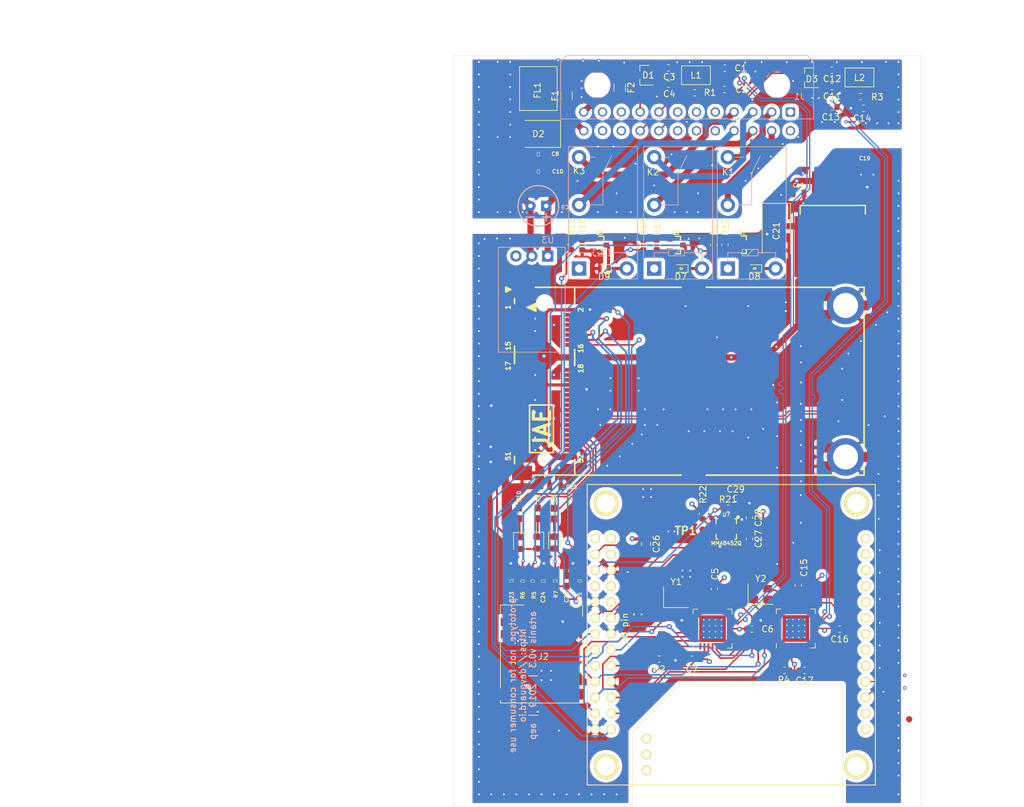
<source format=kicad_pcb>
(kicad_pcb (version 20171130) (host pcbnew 5.1.4)
  (layers (0 F.Cu signal) (1 Ground.Cu power) (2 Supply.Cu mixed) (31 B.Cu signal) (34 B.Paste user hide) (35 F.Paste user hide) (36 B.SilkS user) (37 F.SilkS user) (38 B.Mask user hide) (39 F.Mask user hide) (44 Edge.Cuts user))
  (net 0 "")
  (net 1 GND)
  (net 2 "Net-(F1-Pad2)")
  (net 3 "Net-(F2-Pad1)")
  (net 4 BATT+)
  (net 5 BATT-)
  (net 6 "Net-(CON1-Pad10)")
  (net 7 "Net-(CON1-Pad12)")
  (net 8 "Net-(CON1-Pad14)")
  (net 9 "Net-(CON1-Pad16)")
  (net 10 "Net-(CON1-Pad42)")
  (net 11 "Net-(CON1-Pad44)")
  (net 12 "Net-(CON1-Pad46)")
  (net 13 CAN1H)
  (net 14 CAN1L)
  (net 15 5V)
  (net 16 3.3V)
  (net 17 CAN2L)
  (net 18 CAN2H)
  (net 19 SCLK)
  (net 20 MISO)
  (net 21 MOSI)
  (net 22 CS1)
  (net 23 VCC3V3)
  (net 24 "Net-(C22-Pad1)")
  (net 25 "Net-(C23-Pad1)")
  (net 26 "Net-(C24-Pad1)")
  (net 27 "Net-(C25-Pad1)")
  (net 28 "Net-(D4-Pad1)")
  (net 29 "Net-(D5-Pad1)")
  (net 30 "Net-(D6-Pad1)")
  (net 31 "Net-(Q1-Pad1)")
  (net 32 RELAIS1)
  (net 33 "Net-(Q2-Pad1)")
  (net 34 "Net-(Q3-Pad1)")
  (net 35 R1C)
  (net 36 R2C)
  (net 37 R1O)
  (net 38 R2O)
  (net 39 RELAIS2)
  (net 40 RELAIS3)
  (net 41 /xtalc2+)
  (net 42 /xtalc2-)
  (net 43 /xtalc1+)
  (net 44 /xtalc1-)
  (net 45 USB2-)
  (net 46 USB2+)
  (net 47 R3C)
  (net 48 R3O)
  (net 49 CS0)
  (net 50 CAN0IRQ)
  (net 51 "Net-(D7-Pad1)")
  (net 52 "Net-(D8-Pad1)")
  (net 53 "Net-(D9-Pad1)")
  (net 54 /12v)
  (net 55 /c1_P)
  (net 56 /c1_N)
  (net 57 /c2_N)
  (net 58 /c2_P)
  (net 59 "Net-(C29-Pad1)")
  (net 60 TWI0_SCK)
  (net 61 TWI0_SDA)
  (net 62 "Net-(TP1-Pad1)")
  (net 63 IMU_INT1)
  (net 64 IMU_INT2)
  (net 65 "Net-(U2-Pad16)")
  (net 66 "Net-(U2-Pad10)")
  (net 67 "Net-(U4-Pad16)")
  (net 68 "Net-(U4-Pad10)")
  (net 69 "Net-(R4-Pad1)")
  (net 70 CAN1IRQ)
  (net 71 "Net-(R2-Pad2)")
  (module Silicon-Custom:QFN-16 (layer F.Cu) (at 43.5 75.6 270)
    (fp_text reference U7 (at -2.286 0) (layer F.SilkS) (effects (font (size 0.6096 0.6096) (thickness 0.127))))
    (fp_text value MMA8452Q (at 2.286 0) (layer F.SilkS) (effects (font (size 0.6096 0.6096) (thickness 0.127))))
    (pad 16 smd rect (at -0.49784 -1.27254 90) (size 0.29972 0.79756) (layers F.Cu F.Paste F.Mask))
    (pad 15 smd rect (at 0 -1.27254 90) (size 0.29972 0.79756) (layers F.Cu F.Paste F.Mask))
    (pad 14 smd rect (at 0.49784 -1.27254 90) (size 0.29972 0.79756) (layers F.Cu F.Paste F.Mask) (net 16 3.3V))
    (pad 13 smd rect (at 1.27254 -0.99822) (size 0.29972 0.79756) (layers F.Cu F.Paste F.Mask))
    (pad 12 smd rect (at 1.27254 -0.49784) (size 0.29972 0.79756) (layers F.Cu F.Paste F.Mask) (net 1 GND))
    (pad 11 smd rect (at 1.27254 0) (size 0.29972 0.79756) (layers F.Cu F.Paste F.Mask) (net 63 IMU_INT1))
    (pad 10 smd rect (at 1.27254 0.49784) (size 0.29972 0.79756) (layers F.Cu F.Paste F.Mask) (net 1 GND))
    (pad 9 smd rect (at 1.27254 0.99822) (size 0.29972 0.79756) (layers F.Cu F.Paste F.Mask) (net 64 IMU_INT2))
    (pad 8 smd rect (at 0.49784 1.27254 270) (size 0.29972 0.79756) (layers F.Cu F.Paste F.Mask))
    (pad 7 smd rect (at 0 1.27254 270) (size 0.29972 0.79756) (layers F.Cu F.Paste F.Mask) (net 62 "Net-(TP1-Pad1)"))
    (pad 6 smd rect (at -0.49784 1.27254 270) (size 0.29972 0.79756) (layers F.Cu F.Paste F.Mask) (net 61 TWI0_SDA))
    (pad 5 smd rect (at -1.27254 0.99822 180) (size 0.29972 0.79756) (layers F.Cu F.Paste F.Mask) (net 1 GND))
    (pad 4 smd rect (at -1.27254 0.49784 180) (size 0.29972 0.79756) (layers F.Cu F.Paste F.Mask) (net 60 TWI0_SCK))
    (pad 3 smd rect (at -1.27254 0 180) (size 0.29972 0.79756) (layers F.Cu F.Paste F.Mask))
    (pad 2 smd rect (at -1.27254 -0.49784 180) (size 0.29972 0.79756) (layers F.Cu F.Paste F.Mask) (net 59 "Net-(C29-Pad1)"))
    (pad 1 smd rect (at -1.27254 -0.99822 180) (size 0.29972 0.79756) (layers F.Cu F.Paste F.Mask) (net 16 3.3V))
  )
  (module orangepi-zero:orangepi-zero (layer F.Cu) (at 67.3 68.5 180)
    (fp_text reference U1 hide)
    (fp_text value orange_pi_zero)
    (fp_text user "26 pin" (at 40 -23 90) (layer F.SilkS))
    (pad "" thru_hole circle (at 43 -45 180) (size 4 4) (drill 3) (layers *.Cu *.Mask F.SilkS))
    (pad 1 thru_hole circle (at 1.54 -39.1 180) (size 1.524 1.524) (drill 1) (layers *.Cu *.Mask F.SilkS))
    (pad 2 thru_hole circle (at 1.54 -36.56 180) (size 1.524 1.524) (drill 1) (layers *.Cu *.Mask F.SilkS))
    (pad 3 thru_hole circle (at 1.54 -34.02 180) (size 1.524 1.524) (drill 1) (layers *.Cu *.Mask F.SilkS) (net 45 USB2-))
    (pad 4 thru_hole circle (at 1.54 -31.48 180) (size 1.524 1.524) (drill 1) (layers *.Cu *.Mask F.SilkS) (net 46 USB2+))
    (pad 5 thru_hole circle (at 1.54 -28.94 180) (size 1.524 1.524) (drill 1) (layers *.Cu *.Mask F.SilkS))
    (pad 6 thru_hole circle (at 1.54 -26.4 180) (size 1.524 1.524) (drill 1) (layers *.Cu *.Mask F.SilkS))
    (pad 7 thru_hole circle (at 1.54 -23.86 180) (size 1.524 1.524) (drill 1) (layers *.Cu *.Mask F.SilkS))
    (pad 8 thru_hole circle (at 1.54 -21.32 180) (size 1.524 1.524) (drill 1) (layers *.Cu *.Mask F.SilkS))
    (pad 9 thru_hole circle (at 1.54 -18.78 180) (size 1.524 1.524) (drill 1) (layers *.Cu *.Mask F.SilkS))
    (pad 10 thru_hole circle (at 1.54 -16.24 180) (size 1.524 1.524) (drill 1) (layers *.Cu *.Mask F.SilkS))
    (pad 11 thru_hole circle (at 1.54 -13.7 180) (size 1.524 1.524) (drill 1) (layers *.Cu *.Mask F.SilkS))
    (pad 12 thru_hole circle (at 1.54 -11.16 180) (size 1.524 1.524) (drill 1) (layers *.Cu *.Mask F.SilkS))
    (pad 13 thru_hole circle (at 1.54 -8.62 180) (size 1.524 1.524) (drill 1) (layers *.Cu *.Mask F.SilkS))
    (pad 101 thru_hole circle (at 44.72 -8.62 180) (size 1.524 1.524) (drill 1) (layers *.Cu *.Mask F.SilkS) (net 16 3.3V))
    (pad 102 thru_hole circle (at 42.18 -8.62 180) (size 1.524 1.524) (drill 1) (layers *.Cu *.Mask F.SilkS) (net 15 5V))
    (pad 103 thru_hole circle (at 44.72 -11.16 180) (size 1.524 1.524) (drill 1) (layers *.Cu *.Mask F.SilkS) (net 61 TWI0_SDA))
    (pad 104 thru_hole circle (at 42.18 -11.16 180) (size 1.524 1.524) (drill 1) (layers *.Cu *.Mask F.SilkS) (net 15 5V))
    (pad 105 thru_hole circle (at 44.72 -13.7 180) (size 1.524 1.524) (drill 1) (layers *.Cu *.Mask F.SilkS) (net 60 TWI0_SCK))
    (pad 106 thru_hole circle (at 42.18 -13.7 180) (size 1.524 1.524) (drill 1) (layers *.Cu *.Mask F.SilkS) (net 1 GND))
    (pad 107 thru_hole circle (at 44.72 -16.24 180) (size 1.524 1.524) (drill 1) (layers *.Cu *.Mask F.SilkS))
    (pad 108 thru_hole circle (at 42.18 -16.24 180) (size 1.524 1.524) (drill 1) (layers *.Cu *.Mask F.SilkS))
    (pad 109 thru_hole circle (at 44.72 -18.78 180) (size 1.524 1.524) (drill 1) (layers *.Cu *.Mask F.SilkS) (net 1 GND))
    (pad 110 thru_hole circle (at 42.18 -18.78 180) (size 1.524 1.524) (drill 1) (layers *.Cu *.Mask F.SilkS))
    (pad 111 thru_hole circle (at 44.72 -21.32 180) (size 1.524 1.524) (drill 1) (layers *.Cu *.Mask F.SilkS) (net 64 IMU_INT2))
    (pad 112 thru_hole circle (at 42.18 -21.32 180) (size 1.524 1.524) (drill 1) (layers *.Cu *.Mask F.SilkS) (net 63 IMU_INT1))
    (pad 113 thru_hole circle (at 44.72 -23.86 180) (size 1.524 1.524) (drill 1) (layers *.Cu *.Mask F.SilkS) (net 39 RELAIS2))
    (pad 114 thru_hole circle (at 42.18 -23.86 180) (size 1.524 1.524) (drill 1) (layers *.Cu *.Mask F.SilkS) (net 1 GND))
    (pad 115 thru_hole circle (at 44.72 -26.4 180) (size 1.524 1.524) (drill 1) (layers *.Cu *.Mask F.SilkS) (net 40 RELAIS3))
    (pad 116 thru_hole circle (at 42.18 -26.4 180) (size 1.524 1.524) (drill 1) (layers *.Cu *.Mask F.SilkS) (net 70 CAN1IRQ))
    (pad 117 thru_hole circle (at 44.72 -28.94 180) (size 1.524 1.524) (drill 1) (layers *.Cu *.Mask F.SilkS) (net 16 3.3V))
    (pad 118 thru_hole circle (at 42.18 -28.94 180) (size 1.524 1.524) (drill 1) (layers *.Cu *.Mask F.SilkS) (net 22 CS1))
    (pad 119 thru_hole circle (at 44.72 -31.48 180) (size 1.524 1.524) (drill 1) (layers *.Cu *.Mask F.SilkS) (net 21 MOSI))
    (pad 120 thru_hole circle (at 42.18 -31.48 180) (size 1.524 1.524) (drill 1) (layers *.Cu *.Mask F.SilkS) (net 1 GND))
    (pad 121 thru_hole circle (at 44.72 -34.02 180) (size 1.524 1.524) (drill 1) (layers *.Cu *.Mask F.SilkS) (net 20 MISO))
    (pad 122 thru_hole circle (at 42.18 -34.02 180) (size 1.524 1.524) (drill 1) (layers *.Cu *.Mask F.SilkS) (net 50 CAN0IRQ))
    (pad 123 thru_hole circle (at 44.72 -36.56 180) (size 1.524 1.524) (drill 1) (layers *.Cu *.Mask F.SilkS) (net 19 SCLK))
    (pad 124 thru_hole circle (at 42.18 -36.56 180) (size 1.524 1.524) (drill 1) (layers *.Cu *.Mask F.SilkS) (net 49 CS0))
    (pad 125 thru_hole circle (at 44.72 -39.1 180) (size 1.524 1.524) (drill 1) (layers *.Cu *.Mask F.SilkS) (net 1 GND))
    (pad 126 thru_hole circle (at 42.18 -39.1 180) (size 1.524 1.524) (drill 1) (layers *.Cu *.Mask F.SilkS) (net 32 RELAIS1))
    (pad 201 thru_hole circle (at 36.56 -45.68 180) (size 1.524 1.524) (drill 1) (layers *.Cu *.Mask F.SilkS))
    (pad 202 thru_hole circle (at 36.56 -43.14 180) (size 1.524 1.524) (drill 1) (layers *.Cu *.Mask F.SilkS))
    (pad 203 thru_hole circle (at 36.56 -40.6 180) (size 1.524 1.524) (drill 1) (layers *.Cu *.Mask F.SilkS))
    (pad "" thru_hole circle (at 3 -45 180) (size 4 4) (drill 3) (layers *.Cu *.Mask F.SilkS))
    (pad "" thru_hole circle (at 3 -3 180) (size 4 4) (drill 3) (layers *.Cu *.Mask F.SilkS))
    (pad "" thru_hole circle (at 43 -3 180) (size 4 4) (drill 3) (layers *.Cu *.Mask F.SilkS))
  )
  (module Capacitors:0603 (layer F.Cu) (at 14.3 83.9 90)
    (fp_text reference C24 (at -2.6 -0.05 90) (layer F.SilkS) (effects (font (size 0.6096 0.6096) (thickness 0.127))))
    (fp_text value 33pF)
    (pad 2 smd rect (at 0.84836 0 90) (size 1.09982 0.99822) (layers F.Cu F.Paste F.Mask) (net 1 GND))
    (pad 1 smd rect (at -0.84836 0 90) (size 1.09982 0.99822) (layers F.Cu F.Paste F.Mask) (net 26 "Net-(C24-Pad1)"))
  )
  (module Capacitors:0603 (layer F.Cu) (at 9.2 83.90084 90)
    (fp_text reference C23 (at -2.59916 0.05 90) (layer F.SilkS) (effects (font (size 0.6096 0.6096) (thickness 0.127))))
    (fp_text value 33pF)
    (pad 2 smd rect (at 0.84836 0 90) (size 1.09982 0.99822) (layers F.Cu F.Paste F.Mask) (net 1 GND))
    (pad 1 smd rect (at -0.84836 0 90) (size 1.09982 0.99822) (layers F.Cu F.Paste F.Mask) (net 25 "Net-(C23-Pad1)"))
  )
  (module Capacitors:0603 (layer F.Cu) (at 18 83.90084 90)
    (fp_text reference C22 (at -2.59916 0 90) (layer F.SilkS) (effects (font (size 0.6096 0.6096) (thickness 0.127))))
    (fp_text value 33pF)
    (pad 2 smd rect (at 0.84836 0 90) (size 1.09982 0.99822) (layers F.Cu F.Paste F.Mask) (net 1 GND))
    (pad 1 smd rect (at -0.84836 0 90) (size 1.09982 0.99822) (layers F.Cu F.Paste F.Mask) (net 24 "Net-(C22-Pad1)"))
  )
  (module Capacitor_SMD:C_0805_2012Metric_Pad1.15x1.40mm_HandSolder (layer F.Cu) (at 30.7 78 270)
    (fp_text reference C26 (at 0 -1.65 90) (layer F.SilkS))
    (fp_text value 10uF)
    (pad 1 smd roundrect (at -1.025 0 270) (size 1.15 1.4) (layers F.Cu F.Paste F.Mask) (roundrect_rratio 0.217391) (net 15 5V))
    (pad 2 smd roundrect (at 1.025 0 270) (size 1.15 1.4) (layers F.Cu F.Paste F.Mask) (roundrect_rratio 0.217391) (net 1 GND))
  )
  (module Capacitors:CPOL-RADIAL-2.5MM-6.5MM (layer B.Cu) (at 13.5 24)
    (fp_text reference C9 (at 4.24 0.23) (layer B.SilkS) (effects (font (size 0.6096 0.6096) (thickness 0.127)) (justify mirror)))
    (fp_text value "100uF 50V" hide)
    (pad 2 thru_hole circle (at -1.24968 0) (size 1.651 1.651) (drill 0.6985) (layers *.Cu *.Mask) (net 1 GND))
    (pad 1 thru_hole rect (at 1.24968 0) (size 1.651 1.651) (drill 0.6985) (layers *.Cu *.Mask) (net 54 /12v))
  )
  (module OLIMEX_TestPoints-FP:TP_SMD (layer F.Cu) (at 39.7 75.7)
    (fp_text reference TP1 (at -2.7 0.2) (layer F.SilkS) (effects (font (size 1.27 1.27) (thickness 0.254))))
    (fp_text value SA0 hide)
    (pad 1 smd circle (at 0 0 90) (size 1 1) (layers F.Cu F.Mask) (net 62 "Net-(TP1-Pad1)"))
  )
  (module Resistor_SMD:R_0603_1608Metric (layer F.Cu) (at 39.7 73.2 90)
    (fp_text reference R22 (at 3.1 0.1 90) (layer F.SilkS))
    (fp_text value 4.7K)
    (pad 1 smd roundrect (at -0.7875 0 90) (size 0.875 0.95) (layers F.Cu F.Paste F.Mask) (net 61 TWI0_SDA))
    (pad 2 smd roundrect (at 0.7875 0 90) (size 0.875 0.95) (layers F.Cu F.Paste F.Mask) (net 16 3.3V))
  )
  (module Resistor_SMD:R_0603_1608Metric (layer F.Cu) (at 43.8 72.3)
    (fp_text reference R21 (at 0 -1.43) (layer F.SilkS))
    (fp_text value 4.7K)
    (pad 1 smd roundrect (at -0.7875 0) (size 0.875 0.95) (layers F.Cu F.Paste F.Mask) (net 60 TWI0_SCK))
    (pad 2 smd roundrect (at 0.7875 0) (size 0.875 0.95) (layers F.Cu F.Paste F.Mask) (net 16 3.3V))
  )
  (module Capacitor_SMD:C_0603_1608Metric (layer F.Cu) (at 45 70.7)
    (fp_text reference C29 (at 0 -1.43) (layer F.SilkS))
    (fp_text value 0.1uF)
    (pad 1 smd roundrect (at -0.7875 0) (size 0.875 0.95) (layers F.Cu F.Paste F.Mask) (net 59 "Net-(C29-Pad1)"))
    (pad 2 smd roundrect (at 0.7875 0) (size 0.875 0.95) (layers F.Cu F.Paste F.Mask) (net 1 GND))
  )
  (module Capacitor_SMD:C_0603_1608Metric (layer F.Cu) (at 47.2 73.8 270)
    (fp_text reference C28 (at 0 -1.43 90) (layer F.SilkS))
    (fp_text value 0.1uF)
    (pad 1 smd roundrect (at -0.7875 0 270) (size 0.875 0.95) (layers F.Cu F.Paste F.Mask) (net 16 3.3V))
    (pad 2 smd roundrect (at 0.7875 0 270) (size 0.875 0.95) (layers F.Cu F.Paste F.Mask) (net 1 GND))
  )
  (module Capacitor_SMD:C_0603_1608Metric (layer F.Cu) (at 47.2 77.2 270)
    (fp_text reference C27 (at 0 -1.43 90) (layer F.SilkS))
    (fp_text value 4.7uF)
    (pad 1 smd roundrect (at -0.7875 0 270) (size 0.875 0.95) (layers F.Cu F.Paste F.Mask) (net 16 3.3V))
    (pad 2 smd roundrect (at 0.7875 0 270) (size 0.875 0.95) (layers F.Cu F.Paste F.Mask) (net 1 GND))
  )
  (module Silicon-Standard:SOT23-3 (layer F.Cu) (at 46 30.2 270)
    (fp_text reference Q1 (at -1.9558 0) (layer F.SilkS) (effects (font (size 0.6096 0.6096) (thickness 0.127))))
    (fp_text value Q_NPN_BEC hide)
    (pad 3 smd rect (at 0 -1.09982 270) (size 0.79756 0.89916) (layers F.Cu F.Paste F.Mask) (net 52 "Net-(D8-Pad1)"))
    (pad 2 smd rect (at 0.94996 0.99822 270) (size 0.79756 0.89916) (layers F.Cu F.Paste F.Mask) (net 1 GND))
    (pad 1 smd rect (at -0.94996 0.99822 270) (size 0.79756 0.89916) (layers F.Cu F.Paste F.Mask) (net 31 "Net-(Q1-Pad1)"))
  )
  (module Relay_THT:Relay_SPST_Omron-G5Q-1A (layer B.Cu) (at 43.75 34 90)
    (fp_text reference K1 (at 15.4 0.05) (layer F.SilkS))
    (fp_text value G5Q-1A)
    (pad 5 thru_hole circle (at 0 7.62 270) (size 2.3 2.3) (drill 1.3) (layers *.Cu *.Mask) (net 52 "Net-(D8-Pad1)"))
    (pad 3 thru_hole circle (at 17.78 0 270) (size 2.3 2.3) (drill 1.3) (layers *.Cu *.Mask) (net 37 R1O))
    (pad 2 thru_hole circle (at 10.16 0 270) (size 2.3 2.3) (drill 1.3) (layers *.Cu *.Mask) (net 35 R1C))
    (pad 1 thru_hole rect (at 0 0 270) (size 2.3 2.3) (drill 1.3) (layers *.Cu *.Mask) (net 15 5V))
  )
  (module Aesthetics:FIDUCIAL-1X2 (layer F.Cu) (at 72.7 106)
    (fp_text reference FID1 hide)
    (fp_text value Fiducial hide)
    (pad 1 smd circle (at 0 0) (size 0.99822 0.99822) (layers F.Cu F.Mask))
  )
  (module Diode_SMD:D_SOD-523 (layer F.Cu) (at 24 34 180)
    (fp_text reference D9 (at 0 -1.3) (layer F.SilkS))
    (fp_text value PESD5Z70115)
    (pad 1 smd rect (at -0.7 0) (size 0.6 0.7) (layers F.Cu F.Paste F.Mask) (net 53 "Net-(D9-Pad1)"))
    (pad 2 smd rect (at 0.7 0) (size 0.6 0.7) (layers F.Cu F.Paste F.Mask) (net 1 GND))
  )
  (module Diode_SMD:D_SOD-523 (layer F.Cu) (at 48 34 180)
    (fp_text reference D8 (at 0 -1.3) (layer F.SilkS))
    (fp_text value PESD5Z70115)
    (pad 1 smd rect (at -0.7 0) (size 0.6 0.7) (layers F.Cu F.Paste F.Mask) (net 52 "Net-(D8-Pad1)"))
    (pad 2 smd rect (at 0.7 0) (size 0.6 0.7) (layers F.Cu F.Paste F.Mask) (net 1 GND))
  )
  (module Diode_SMD:D_SOD-523 (layer F.Cu) (at 36.25 34 180)
    (fp_text reference D7 (at 0 -1.3 180) (layer F.SilkS))
    (fp_text value PESD5Z70115)
    (pad 1 smd rect (at -0.7 0) (size 0.6 0.7) (layers F.Cu F.Paste F.Mask) (net 51 "Net-(D7-Pad1)"))
    (pad 2 smd rect (at 0.7 0) (size 0.6 0.7) (layers F.Cu F.Paste F.Mask) (net 1 GND))
  )
  (module Capacitor_SMD:C_0603_1608Metric (layer F.Cu) (at 38 96.4 180)
    (fp_text reference C7 (at 0 -1.6) (layer F.SilkS))
    (fp_text value 0.1uF)
    (pad 1 smd roundrect (at -0.7875 0 180) (size 0.875 0.95) (layers F.Cu F.Paste F.Mask) (net 16 3.3V))
    (pad 2 smd roundrect (at 0.7875 0 180) (size 0.875 0.95) (layers F.Cu F.Paste F.Mask) (net 1 GND))
  )
  (module Resistor_SMD:R_0603_1608Metric (layer F.Cu) (at 20.5 30.25 90)
    (fp_text reference R16 (at 2.95 0 90) (layer F.SilkS))
    (fp_text value 10K)
    (pad 2 smd roundrect (at 0.7875 0 90) (size 0.875 0.95) (layers F.Cu F.Paste F.Mask) (net 34 "Net-(Q3-Pad1)"))
    (pad 1 smd roundrect (at -0.7875 0 90) (size 0.875 0.95) (layers F.Cu F.Paste F.Mask) (net 1 GND))
  )
  (module Resistor_SMD:R_0603_1608Metric (layer F.Cu) (at 18.75 30.2125 270)
    (fp_text reference R15 (at -2.9125 -0.15 90) (layer F.SilkS))
    (fp_text value 1K)
    (pad 2 smd roundrect (at 0.7875 0 270) (size 0.875 0.95) (layers F.Cu F.Paste F.Mask) (net 40 RELAIS3))
    (pad 1 smd roundrect (at -0.7875 0 270) (size 0.875 0.95) (layers F.Cu F.Paste F.Mask) (net 34 "Net-(Q3-Pad1)"))
  )
  (module Silicon-Standard:SOT23-3 (layer F.Cu) (at 23.25 30.25 270)
    (fp_text reference Q3 (at -1.9558 0) (layer F.SilkS) (effects (font (size 0.6096 0.6096) (thickness 0.127))))
    (fp_text value Q_NPN_BEC hide)
    (pad 3 smd rect (at 0 -1.09982 270) (size 0.79756 0.89916) (layers F.Cu F.Paste F.Mask) (net 53 "Net-(D9-Pad1)"))
    (pad 2 smd rect (at 0.94996 0.99822 270) (size 0.79756 0.89916) (layers F.Cu F.Paste F.Mask) (net 1 GND))
    (pad 1 smd rect (at -0.94996 0.99822 270) (size 0.79756 0.89916) (layers F.Cu F.Paste F.Mask) (net 34 "Net-(Q3-Pad1)"))
  )
  (module Relay_THT:Relay_SPST_Omron-G5Q-1A (layer B.Cu) (at 20 34 90)
    (fp_text reference K3 (at 15.6 0 -180) (layer F.SilkS))
    (fp_text value G5Q-1A)
    (pad 5 thru_hole circle (at 0 7.62 270) (size 2.3 2.3) (drill 1.3) (layers *.Cu *.Mask) (net 53 "Net-(D9-Pad1)"))
    (pad 3 thru_hole circle (at 17.78 0 270) (size 2.3 2.3) (drill 1.3) (layers *.Cu *.Mask) (net 48 R3O))
    (pad 2 thru_hole circle (at 10.16 0 270) (size 2.3 2.3) (drill 1.3) (layers *.Cu *.Mask) (net 47 R3C))
    (pad 1 thru_hole rect (at 0 0 270) (size 2.3 2.3) (drill 1.3) (layers *.Cu *.Mask) (net 15 5V))
  )
  (module Resistor_SMD:R_0603_1608Metric (layer F.Cu) (at 32.4 30.2125 90)
    (fp_text reference R14 (at 2.9125 0.1 90) (layer F.SilkS))
    (fp_text value 10K)
    (pad 2 smd roundrect (at 0.7875 0 90) (size 0.875 0.95) (layers F.Cu F.Paste F.Mask) (net 33 "Net-(Q2-Pad1)"))
    (pad 1 smd roundrect (at -0.7875 0 90) (size 0.875 0.95) (layers F.Cu F.Paste F.Mask) (net 1 GND))
  )
  (module Resistor_SMD:R_0603_1608Metric (layer F.Cu) (at 30.25 30.25 270)
    (fp_text reference R13 (at -2.95 -0.05 90) (layer F.SilkS))
    (fp_text value 1K)
    (pad 2 smd roundrect (at 0.7875 0 270) (size 0.875 0.95) (layers F.Cu F.Paste F.Mask) (net 39 RELAIS2))
    (pad 1 smd roundrect (at -0.7875 0 270) (size 0.875 0.95) (layers F.Cu F.Paste F.Mask) (net 33 "Net-(Q2-Pad1)"))
  )
  (module Silicon-Standard:SOT23-3 (layer F.Cu) (at 35.5 30.25 270)
    (fp_text reference Q2 (at -1.9558 0) (layer F.SilkS) (effects (font (size 0.6096 0.6096) (thickness 0.127))))
    (fp_text value Q_NPN_BEC hide)
    (pad 3 smd rect (at 0 -1.09982 270) (size 0.79756 0.89916) (layers F.Cu F.Paste F.Mask) (net 51 "Net-(D7-Pad1)"))
    (pad 2 smd rect (at 0.94996 0.99822 270) (size 0.79756 0.89916) (layers F.Cu F.Paste F.Mask) (net 1 GND))
    (pad 1 smd rect (at -0.94996 0.99822 270) (size 0.79756 0.89916) (layers F.Cu F.Paste F.Mask) (net 33 "Net-(Q2-Pad1)"))
  )
  (module Relay_THT:Relay_SPST_Omron-G5Q-1A (layer B.Cu) (at 32 34 90)
    (fp_text reference K2 (at 15.4 -0.2) (layer F.SilkS))
    (fp_text value G5Q-1A)
    (pad 5 thru_hole circle (at 0 7.62 270) (size 2.3 2.3) (drill 1.3) (layers *.Cu *.Mask) (net 51 "Net-(D7-Pad1)"))
    (pad 3 thru_hole circle (at 17.78 0 270) (size 2.3 2.3) (drill 1.3) (layers *.Cu *.Mask) (net 38 R2O))
    (pad 2 thru_hole circle (at 10.16 0 270) (size 2.3 2.3) (drill 1.3) (layers *.Cu *.Mask) (net 36 R2C))
    (pad 1 thru_hole rect (at 0 0 270) (size 2.3 2.3) (drill 1.3) (layers *.Cu *.Mask) (net 15 5V))
  )
  (module Resistor_SMD:R_0603_1608Metric (layer F.Cu) (at 43.3 30.2 90)
    (fp_text reference R12 (at 2.9 0.1 90) (layer F.SilkS))
    (fp_text value 10K)
    (pad 2 smd roundrect (at 0.7875 0 90) (size 0.875 0.95) (layers F.Cu F.Paste F.Mask) (net 31 "Net-(Q1-Pad1)"))
    (pad 1 smd roundrect (at -0.7875 0 90) (size 0.875 0.95) (layers F.Cu F.Paste F.Mask) (net 1 GND))
  )
  (module Resistor_SMD:R_0603_1608Metric (layer F.Cu) (at 41.5 30.25 270)
    (fp_text reference R11 (at -2.95 -0.2 90) (layer F.SilkS))
    (fp_text value 1K)
    (pad 2 smd roundrect (at 0.7875 0 270) (size 0.875 0.95) (layers F.Cu F.Paste F.Mask) (net 32 RELAIS1))
    (pad 1 smd roundrect (at -0.7875 0 270) (size 0.875 0.95) (layers F.Cu F.Paste F.Mask) (net 31 "Net-(Q1-Pad1)"))
  )
  (module Capacitor_SMD:C_0603_1608Metric (layer F.Cu) (at 60.4 8.2 180)
    (fp_text reference C13 (at 0.2 -1.6) (layer F.SilkS))
    (fp_text value 56pf)
    (pad 2 smd roundrect (at 0.7875 0 180) (size 0.875 0.95) (layers F.Cu F.Paste F.Mask) (net 1 GND))
    (pad 1 smd roundrect (at -0.7875 0 180) (size 0.875 0.95) (layers F.Cu F.Paste F.Mask) (net 57 /c2_N))
  )
  (module OLIMEX_Connectors-FP:MM60-52B1-G1-R850 (layer F.Cu) (at 14.5 52 90)
    (fp_text reference CON1 hide)
    (fp_text value "MSATA-PCIE_MINI-CARD-MM60-52B1-G1-R850(Digi-Key_PN_670-2516-2-ND)")
    (fp_text user JAE (at -7.55 -0.4 270) (layer F.SilkS) (effects (font (size 2.54 2.54) (thickness 0.51054))))
    (fp_text user 52 (at -12.35964 5.7785 270) (layer F.SilkS) (effects (font (size 0.762 0.762) (thickness 0.1905))))
    (fp_text user 18 (at 2.03708 5.7785 270) (layer F.SilkS) (effects (font (size 0.762 0.762) (thickness 0.1905))))
    (fp_text user 16 (at 5.23748 5.7785 270) (layer F.SilkS) (effects (font (size 0.762 0.762) (thickness 0.1905))))
    (fp_text user 2 (at 11.4173 5.7785 270) (layer F.SilkS) (effects (font (size 0.762 0.762) (thickness 0.1905))))
    (fp_text user 51 (at -11.96086 -5.82 270) (layer F.SilkS) (effects (font (size 0.762 0.762) (thickness 0.1905))))
    (fp_text user 17 (at 2.43586 -5.82 270) (layer F.SilkS) (effects (font (size 0.762 0.762) (thickness 0.1905))))
    (fp_text user 15 (at 5.63626 -5.82 270) (layer F.SilkS) (effects (font (size 0.762 0.762) (thickness 0.1905))))
    (fp_text user 1 (at 11.82 -5.82 270) (layer F.SilkS) (effects (font (size 0.762 0.762) (thickness 0.1905))))
    (pad MP2 smd rect (at -13.6 44.9 270) (size 1.6 2.7) (layers F.Cu F.Mask) (net 1 GND))
    (pad MP2 smd rect (at -10.6 44.9 270) (size 1.6 2.7) (layers F.Cu F.Mask) (net 1 GND))
    (pad MP2 smd rect (at -12.1 50.8 270) (size 1.6 1.9) (layers F.Cu F.Mask) (net 1 GND))
    (pad MP1 smd rect (at 10.6 44.9 270) (size 1.6 2.7) (layers F.Cu F.Mask) (net 1 GND))
    (pad MP1 smd rect (at 13.6 44.9 270) (size 1.6 2.7) (layers F.Cu F.Mask) (net 1 GND))
    (pad MP1 smd rect (at 12.1 50.8 270) (size 1.6 1.9) (layers F.Cu F.Mask) (net 1 GND))
    (pad MP2 smd rect (at -14.65 -3.6 270) (size 2.3 3.2) (layers F.Cu F.Paste F.Mask) (net 1 GND))
    (pad MP1 smd rect (at 14.65 -3.5 270) (size 2.3 3.2) (layers F.Cu F.Paste F.Mask) (net 1 GND))
    (pad 52 smd rect (at -11.8 4.1 270) (size 0.6 2) (layers F.Cu F.Paste F.Mask) (net 23 VCC3V3))
    (pad 51 smd rect (at -11.4 -4.1 270) (size 0.6 2) (layers F.Cu F.Paste F.Mask))
    (pad 50 smd rect (at -11 4.1 270) (size 0.6 2) (layers F.Cu F.Paste F.Mask) (net 1 GND))
    (pad 49 smd rect (at -10.6 -4.1 270) (size 0.6 2) (layers F.Cu F.Paste F.Mask))
    (pad 48 smd rect (at -10.2 4.1 270) (size 0.6 2) (layers F.Cu F.Paste F.Mask))
    (pad 47 smd rect (at -9.8 -4.1 270) (size 0.6 2) (layers F.Cu F.Paste F.Mask))
    (pad 46 smd rect (at -9.4 4.1 270) (size 0.6 2) (layers F.Cu F.Paste F.Mask) (net 12 "Net-(CON1-Pad46)"))
    (pad 45 smd rect (at -9 -4.1 270) (size 0.6 2) (layers F.Cu F.Paste F.Mask))
    (pad 44 smd rect (at -8.6 4.1 270) (size 0.6 2) (layers F.Cu F.Paste F.Mask) (net 11 "Net-(CON1-Pad44)"))
    (pad 43 smd rect (at -8.2 -4.1 270) (size 0.6 2) (layers F.Cu F.Paste F.Mask))
    (pad 42 smd rect (at -7.8 4.1 270) (size 0.6 2) (layers F.Cu F.Paste F.Mask) (net 10 "Net-(CON1-Pad42)"))
    (pad 41 smd rect (at -7.4 -4.1 270) (size 0.6 2) (layers F.Cu F.Paste F.Mask) (net 23 VCC3V3))
    (pad 40 smd rect (at -7 4.1 270) (size 0.6 2) (layers F.Cu F.Paste F.Mask) (net 1 GND))
    (pad 39 smd rect (at -6.6 -4.1 270) (size 0.6 2) (layers F.Cu F.Paste F.Mask) (net 23 VCC3V3))
    (pad 38 smd rect (at -6.2 4.1 270) (size 0.6 2) (layers F.Cu F.Paste F.Mask) (net 46 USB2+))
    (pad 37 smd rect (at -5.8 -4.1 270) (size 0.6 2) (layers F.Cu F.Paste F.Mask))
    (pad 36 smd rect (at -5.4 4.1 270) (size 0.6 2) (layers F.Cu F.Paste F.Mask) (net 45 USB2-))
    (pad 35 smd rect (at -5 -4.1 270) (size 0.6 2) (layers F.Cu F.Paste F.Mask) (net 1 GND))
    (pad 34 smd rect (at -4.6 4.1 270) (size 0.6 2) (layers F.Cu F.Paste F.Mask) (net 1 GND))
    (pad 33 smd rect (at -4.2 -4.1 270) (size 0.6 2) (layers F.Cu F.Paste F.Mask))
    (pad 32 smd rect (at -3.8 4.1 270) (size 0.6 2) (layers F.Cu F.Paste F.Mask))
    (pad 31 smd rect (at -3.4 -4.1 270) (size 0.6 2) (layers F.Cu F.Paste F.Mask))
    (pad 30 smd rect (at -3 4.1 270) (size 0.6 2) (layers F.Cu F.Paste F.Mask))
    (pad 29 smd rect (at -2.6 -4.1 270) (size 0.6 2) (layers F.Cu F.Paste F.Mask) (net 1 GND))
    (pad 28 smd rect (at -2.2 4.1 270) (size 0.6 2) (layers F.Cu F.Paste F.Mask))
    (pad 27 smd rect (at -1.8 -4.1 270) (size 0.6 2) (layers F.Cu F.Paste F.Mask) (net 1 GND))
    (pad 26 smd rect (at -1.4 4.1 270) (size 0.6 2) (layers F.Cu F.Paste F.Mask) (net 1 GND))
    (pad 25 smd rect (at -1 -4.1 270) (size 0.6 2) (layers F.Cu F.Paste F.Mask))
    (pad 24 smd rect (at -0.6 4.1 270) (size 0.6 2) (layers F.Cu F.Paste F.Mask) (net 23 VCC3V3))
    (pad 23 smd rect (at -0.2 -4.1 270) (size 0.6 2) (layers F.Cu F.Paste F.Mask))
    (pad 22 smd rect (at 0.2 4.1 270) (size 0.6 2) (layers F.Cu F.Paste F.Mask))
    (pad 21 smd rect (at 0.6 -4.1 270) (size 0.6 2) (layers F.Cu F.Paste F.Mask) (net 1 GND))
    (pad 20 smd rect (at 1 4.1 270) (size 0.6 2) (layers F.Cu F.Paste F.Mask))
    (pad 19 smd rect (at 1.4 -4.1 270) (size 0.6 2) (layers F.Cu F.Paste F.Mask))
    (pad 18 smd rect (at 1.8 4.1 270) (size 0.6 2) (layers F.Cu F.Paste F.Mask) (net 1 GND))
    (pad 17 smd rect (at 2.2 -4.1 270) (size 0.6 2) (layers F.Cu F.Paste F.Mask))
    (pad 16 smd rect (at 5.8 4.1 270) (size 0.6 2) (layers F.Cu F.Paste F.Mask) (net 9 "Net-(CON1-Pad16)"))
    (pad 15 smd rect (at 6.2 -4.1 270) (size 0.6 2) (layers F.Cu F.Paste F.Mask) (net 1 GND))
    (pad 14 smd rect (at 6.6 4.1 270) (size 0.6 2) (layers F.Cu F.Paste F.Mask) (net 8 "Net-(CON1-Pad14)"))
    (pad 13 smd rect (at 7 -4.1 270) (size 0.6 2) (layers F.Cu F.Paste F.Mask))
    (pad 12 smd rect (at 7.4 4.1 270) (size 0.6 2) (layers F.Cu F.Paste F.Mask) (net 7 "Net-(CON1-Pad12)"))
    (pad 11 smd rect (at 7.8 -4.1 270) (size 0.6 2) (layers F.Cu F.Paste F.Mask))
    (pad 10 smd rect (at 8.2 4.1 270) (size 0.6 2) (layers F.Cu F.Paste F.Mask) (net 6 "Net-(CON1-Pad10)"))
    (pad 9 smd rect (at 8.6 -4.1 270) (size 0.6 2) (layers F.Cu F.Paste F.Mask) (net 1 GND))
    (pad 8 smd rect (at 9 4.1 270) (size 0.6 2) (layers F.Cu F.Paste F.Mask) (net 27 "Net-(C25-Pad1)"))
    (pad 7 smd rect (at 9.4 -4.1 270) (size 0.6 2) (layers F.Cu F.Paste F.Mask))
    (pad 6 smd rect (at 9.8 4.1 270) (size 0.6 2) (layers F.Cu F.Paste F.Mask))
    (pad 5 smd rect (at 10.2 -4.1 270) (size 0.6 2) (layers F.Cu F.Paste F.Mask))
    (pad 4 smd rect (at 10.6 4.1 270) (size 0.6 2) (layers F.Cu F.Paste F.Mask) (net 1 GND))
    (pad 3 smd rect (at 11 -4.1 270) (size 0.6 2) (layers F.Cu F.Paste F.Mask))
    (pad 2 smd rect (at 11.4 4.1 270) (size 0.6 2) (layers F.Cu F.Paste F.Mask) (net 23 VCC3V3))
    (pad 1 smd rect (at 11.8 -4.1 270) (size 0.6 2) (layers F.Cu F.Paste F.Mask))
    (pad "" np_thru_hole circle (at -12.5 0 270) (size 1.1 1.1) (drill 1.1) (layers *.Cu *.Mask))
    (pad "" np_thru_hole circle (at 12.5 0 270) (size 1.6 1.6) (drill 1.6) (layers *.Cu *.Mask))
    (pad MP1 thru_hole circle (at 12.1 48.05 270) (size 6 6) (drill 4) (layers *.Cu *.Mask) (net 1 GND))
    (pad MP2 thru_hole circle (at -12.1 48.05 270) (size 6 6) (drill 4) (layers *.Cu *.Mask) (net 1 GND))
  )
  (module Silicon-Standard:D2PACK_A (layer F.Cu) (at 60.5 28.50102 180)
    (fp_text reference U5 hide)
    (fp_text value LD1085D2M33R hide)
    (pad TAB smd rect (at 0 -1.99898 180) (size 12.19962 9.74852) (layers F.Cu F.Paste F.Mask) (net 23 VCC3V3))
    (pad 3 smd rect (at 2.54 8.27278 180) (size 1.59766 3.49758) (layers F.Cu F.Paste F.Mask) (net 15 5V))
    (pad 2 smd rect (at 0 8.27278 180) (size 1.59766 3.49758) (layers F.Cu F.Paste F.Mask) (net 23 VCC3V3))
    (pad 1 smd rect (at -2.54 8.27278 180) (size 1.59766 3.49758) (layers F.Cu F.Paste F.Mask) (net 1 GND))
  )
  (module Resistors:0603 (layer F.Cu) (at 10.4 73.1 90)
    (fp_text reference R10 (at 2.7 0 90) (layer F.SilkS) (effects (font (size 0.6096 0.6096) (thickness 0.127))))
    (fp_text value 330)
    (pad 2 smd rect (at 0.84836 0 90) (size 1.09982 0.99822) (layers F.Cu F.Paste F.Mask) (net 12 "Net-(CON1-Pad46)"))
    (pad 1 smd rect (at -0.84836 0 90) (size 1.09982 0.99822) (layers F.Cu F.Paste F.Mask) (net 30 "Net-(D6-Pad1)"))
  )
  (module Resistors:0603 (layer F.Cu) (at 13.4 73.1 90)
    (fp_text reference R9 (at 2.4 0.1 90) (layer F.SilkS) (effects (font (size 0.6096 0.6096) (thickness 0.127))))
    (fp_text value 330)
    (pad 2 smd rect (at 0.84836 0 90) (size 1.09982 0.99822) (layers F.Cu F.Paste F.Mask) (net 11 "Net-(CON1-Pad44)"))
    (pad 1 smd rect (at -0.84836 0 90) (size 1.09982 0.99822) (layers F.Cu F.Paste F.Mask) (net 29 "Net-(D5-Pad1)"))
  )
  (module Resistors:0603 (layer F.Cu) (at 16 73.14836 90)
    (fp_text reference R8 (at 2.44836 0 90) (layer F.SilkS) (effects (font (size 0.6096 0.6096) (thickness 0.127))))
    (fp_text value 330)
    (pad 2 smd rect (at 0.84836 0 90) (size 1.09982 0.99822) (layers F.Cu F.Paste F.Mask) (net 10 "Net-(CON1-Pad42)"))
    (pad 1 smd rect (at -0.84836 0 90) (size 1.09982 0.99822) (layers F.Cu F.Paste F.Mask) (net 28 "Net-(D4-Pad1)"))
  )
  (module Resistors:0603 (layer F.Cu) (at 16.2 83.9 90)
    (fp_text reference R7 (at -2.15164 0.1 270) (layer F.SilkS) (effects (font (size 0.6096 0.6096) (thickness 0.127))))
    (fp_text value 45)
    (pad 2 smd rect (at 0.84836 0 90) (size 1.09982 0.99822) (layers F.Cu F.Paste F.Mask) (net 8 "Net-(CON1-Pad14)"))
    (pad 1 smd rect (at -0.84836 0 90) (size 1.09982 0.99822) (layers F.Cu F.Paste F.Mask) (net 24 "Net-(C22-Pad1)"))
  )
  (module Resistors:0603 (layer F.Cu) (at 11 83.94836 90)
    (fp_text reference R6 (at -2.25164 0 270) (layer F.SilkS) (effects (font (size 0.6096 0.6096) (thickness 0.127))))
    (fp_text value 45)
    (pad 2 smd rect (at 0.84836 0 90) (size 1.09982 0.99822) (layers F.Cu F.Paste F.Mask) (net 7 "Net-(CON1-Pad12)"))
    (pad 1 smd rect (at -0.84836 0 90) (size 1.09982 0.99822) (layers F.Cu F.Paste F.Mask) (net 25 "Net-(C23-Pad1)"))
  )
  (module Resistors:0603 (layer F.Cu) (at 12.6 83.94836 90)
    (fp_text reference R5 (at -2.25164 0.2 270) (layer F.SilkS) (effects (font (size 0.6096 0.6096) (thickness 0.127))))
    (fp_text value 45)
    (pad 2 smd rect (at 0.84836 0 90) (size 1.09982 0.99822) (layers F.Cu F.Paste F.Mask) (net 6 "Net-(CON1-Pad10)"))
    (pad 1 smd rect (at -0.84836 0 90) (size 1.09982 0.99822) (layers F.Cu F.Paste F.Mask) (net 26 "Net-(C24-Pad1)"))
  )
  (module Connector_Card:microSIM_JAE_SF53S006VCBR2000 (layer F.Cu) (at 14 94.9)
    (fp_text reference J2 (at 0.3 1.1 180) (layer F.SilkS))
    (fp_text value SIM_Card)
    (pad SH smd rect (at -6.105 7.11) (size 1.4 1.7) (layers F.Cu F.Paste F.Mask))
    (pad SH smd rect (at 6.105 7.11) (size 1.4 1.7) (layers F.Cu F.Paste F.Mask))
    (pad SH smd rect (at -6.27 -2.45) (size 0.45 1.3) (layers F.Cu F.Paste F.Mask))
    (pad SH smd rect (at -6.27 -4.45) (size 0.45 1.3) (layers F.Cu F.Paste F.Mask))
    (pad SH smd rect (at 6.27 -2.45) (size 0.45 1.3) (layers F.Cu F.Paste F.Mask))
    (pad SH smd rect (at 6.27 -4.45) (size 0.45 1.3) (layers F.Cu F.Paste F.Mask))
    (pad SH smd rect (at -2.535 6.53) (size 0.54 0.8) (layers F.Cu F.Paste F.Mask))
    (pad SH smd rect (at 2.545 6.53) (size 0.54 0.8) (layers F.Cu F.Paste F.Mask))
    (pad 1 smd rect (at 2.755 -6.62) (size 0.65 1.15) (layers F.Cu F.Paste F.Mask) (net 27 "Net-(C25-Pad1)"))
    (pad 2 smd rect (at 0.215 -6.62) (size 0.65 1.15) (layers F.Cu F.Paste F.Mask) (net 24 "Net-(C22-Pad1)"))
    (pad 3 smd rect (at -2.325 -6.62) (size 0.65 1.15) (layers F.Cu F.Paste F.Mask) (net 25 "Net-(C23-Pad1)"))
    (pad 5 smd rect (at 4.025 -6.62) (size 0.65 1.15) (layers F.Cu F.Paste F.Mask) (net 1 GND))
    (pad 6 smd rect (at 1.485 -6.62) (size 0.65 1.15) (layers F.Cu F.Paste F.Mask) (net 9 "Net-(CON1-Pad16)"))
    (pad 7 smd rect (at -1.055 -6.62) (size 0.65 1.15) (layers F.Cu F.Paste F.Mask) (net 26 "Net-(C24-Pad1)"))
  )
  (module LED_SMD:LED_0805_2012Metric (layer F.Cu) (at 10.5 77.8625 270)
    (fp_text reference D6 hide)
    (fp_text value LED)
    (pad 1 smd roundrect (at -0.9375 0 270) (size 0.975 1.4) (layers F.Cu F.Paste F.Mask) (net 30 "Net-(D6-Pad1)"))
    (pad 2 smd roundrect (at 0.9375 0 270) (size 0.975 1.4) (layers F.Cu F.Paste F.Mask) (net 23 VCC3V3))
  )
  (module LED_SMD:LED_0805_2012Metric (layer F.Cu) (at 13.4 77.8 270)
    (fp_text reference D5 hide)
    (fp_text value LED)
    (pad 1 smd roundrect (at -0.9375 0 270) (size 0.975 1.4) (layers F.Cu F.Paste F.Mask) (net 29 "Net-(D5-Pad1)"))
    (pad 2 smd roundrect (at 0.9375 0 270) (size 0.975 1.4) (layers F.Cu F.Paste F.Mask) (net 23 VCC3V3))
  )
  (module LED_SMD:LED_0805_2012Metric (layer F.Cu) (at 16.1 77.8 270)
    (fp_text reference D4 hide)
    (fp_text value LED)
    (pad 1 smd roundrect (at -0.9375 0 270) (size 0.975 1.4) (layers F.Cu F.Paste F.Mask) (net 28 "Net-(D4-Pad1)"))
    (pad 2 smd roundrect (at 0.9375 0 270) (size 0.975 1.4) (layers F.Cu F.Paste F.Mask) (net 23 VCC3V3))
  )
  (module Capacitors:0603 (layer F.Cu) (at 20.1 83.9 90)
    (fp_text reference C25 (at -2.7 0 90) (layer F.SilkS) (effects (font (size 0.6096 0.6096) (thickness 0.127))))
    (fp_text value 100nF)
    (pad 2 smd rect (at 0.84836 0 90) (size 1.09982 0.99822) (layers F.Cu F.Paste F.Mask) (net 1 GND))
    (pad 1 smd rect (at -0.84836 0 90) (size 1.09982 0.99822) (layers F.Cu F.Paste F.Mask) (net 27 "Net-(C25-Pad1)"))
  )
  (module Capacitor_Tantalum_SMD:CP_EIA-7343-31_Kemet-D (layer F.Cu) (at 51.5 28 270)
    (fp_text reference C21 (at 0 0 270) (layer F.SilkS))
    (fp_text value 10uF)
    (pad 2 smd roundrect (at 3.1125 0 270) (size 2.075 2.55) (layers F.Cu F.Paste F.Mask) (roundrect_rratio 0.120482) (net 1 GND))
    (pad 1 smd roundrect (at -3.1125 0 270) (size 2.075 2.55) (layers F.Cu F.Paste F.Mask) (roundrect_rratio 0.120482) (net 23 VCC3V3))
  )
  (module Capacitors:0805 (layer F.Cu) (at 16.2 68.8)
    (fp_text reference C20 (at 2.6 0.1) (layer F.SilkS) (effects (font (size 0.6096 0.6096) (thickness 0.127))))
    (fp_text value 10uF)
    (pad 2 smd rect (at 0.89916 0) (size 0.79756 1.19888) (layers F.Cu F.Paste F.Mask) (net 1 GND))
    (pad 1 smd rect (at -0.89916 0) (size 0.79756 1.19888) (layers F.Cu F.Paste F.Mask) (net 23 VCC3V3))
  )
  (module Capacitors:0805 (layer F.Cu) (at 63 16.4)
    (fp_text reference C19 (at 2.6 0) (layer F.SilkS) (effects (font (size 0.6096 0.6096) (thickness 0.127))))
    (fp_text value 10uF)
    (pad 2 smd rect (at 0.89916 0) (size 0.79756 1.19888) (layers F.Cu F.Paste F.Mask) (net 1 GND))
    (pad 1 smd rect (at -0.89916 0) (size 0.79756 1.19888) (layers F.Cu F.Paste F.Mask) (net 23 VCC3V3))
  )
  (module Capacitors:0805 (layer F.Cu) (at 55 22)
    (fp_text reference C18 (at 0 -1.27) (layer F.SilkS) (effects (font (size 0.6096 0.6096) (thickness 0.127))))
    (fp_text value 10uF)
    (pad 2 smd rect (at 0.89916 0) (size 0.79756 1.19888) (layers F.Cu F.Paste F.Mask) (net 1 GND))
    (pad 1 smd rect (at -0.89916 0) (size 0.79756 1.19888) (layers F.Cu F.Paste F.Mask) (net 15 5V))
  )
  (module aep:PE-1210ACC (layer F.Cu) (at 64.76 3.48 180)
    (fp_text reference L2 (at 0 -0.05) (layer F.SilkS))
    (fp_text value "PE-1210ACC110STS  11UH")
    (pad 4 smd rect (at 1.4 0.95 180) (size 1.35 0.9) (layers F.Cu F.Paste F.Mask) (net 18 CAN2H))
    (pad 3 smd rect (at 1.4 -0.95 180) (size 1.35 0.9) (layers F.Cu F.Paste F.Mask) (net 17 CAN2L))
    (pad 2 smd rect (at -1.4 -0.95 180) (size 1.35 0.9) (layers F.Cu F.Paste F.Mask) (net 57 /c2_N))
    (pad 1 smd rect (at -1.4 0.95 180) (size 1.35 0.9) (layers F.Cu F.Paste F.Mask) (net 58 /c2_P))
  )
  (module aep:PE-1210ACC (layer F.Cu) (at 38.66 3.13 180)
    (fp_text reference L1 (at 0 0) (layer F.SilkS))
    (fp_text value "PE-1210ACC110STS  11UH")
    (pad 4 smd rect (at 1.4 0.95 180) (size 1.35 0.9) (layers F.Cu F.Paste F.Mask) (net 13 CAN1H))
    (pad 3 smd rect (at 1.4 -0.95 180) (size 1.35 0.9) (layers F.Cu F.Paste F.Mask) (net 14 CAN1L))
    (pad 2 smd rect (at -1.4 -0.95 180) (size 1.35 0.9) (layers F.Cu F.Paste F.Mask) (net 56 /c1_N))
    (pad 1 smd rect (at -1.4 0.95 180) (size 1.35 0.9) (layers F.Cu F.Paste F.Mask) (net 55 /c1_P))
  )
  (module Crystal:Crystal_SMD_Abracon_ABM8G-4Pin_3.2x2.5mm (layer F.Cu) (at 49 86)
    (fp_text reference Y2 (at 0 -2.45) (layer F.SilkS))
    (fp_text value M8AIG-16-12-2T3)
    (pad 4 smd rect (at -1.1 -0.85) (size 1.4 1.2) (layers F.Cu F.Paste F.Mask))
    (pad 3 smd rect (at 1.1 -0.85) (size 1.4 1.2) (layers F.Cu F.Paste F.Mask) (net 44 /xtalc1-))
    (pad 2 smd rect (at 1.1 0.85) (size 1.4 1.2) (layers F.Cu F.Paste F.Mask))
    (pad 1 smd rect (at -1.1 0.85) (size 1.4 1.2) (layers F.Cu F.Paste F.Mask) (net 43 /xtalc1+))
  )
  (module Crystal:Crystal_SMD_Abracon_ABM8G-4Pin_3.2x2.5mm (layer F.Cu) (at 35.5 86.5)
    (fp_text reference Y1 (at 0 -2.45) (layer F.SilkS))
    (fp_text value M8AIG-16-12-2T3)
    (pad 4 smd rect (at -1.1 -0.85) (size 1.4 1.2) (layers F.Cu F.Paste F.Mask))
    (pad 3 smd rect (at 1.1 -0.85) (size 1.4 1.2) (layers F.Cu F.Paste F.Mask) (net 42 /xtalc2-))
    (pad 2 smd rect (at 1.1 0.85) (size 1.4 1.2) (layers F.Cu F.Paste F.Mask))
    (pad 1 smd rect (at -1.1 0.85) (size 1.4 1.2) (layers F.Cu F.Paste F.Mask) (net 41 /xtalc2+))
  )
  (module Package_DFN_QFN:QFN-28-1EP_6x6mm_P0.65mm_EP4.25x4.25mm_ThermalVias (layer F.Cu) (at 54.6 91.5 90)
    (fp_text reference U4 hide)
    (fp_text value MCP25625-x-SS)
    (pad 28 smd roundrect (at -1.95 -2.8375 90) (size 0.3 1.025) (layers F.Cu F.Paste F.Mask) (net 20 MISO))
    (pad 27 smd roundrect (at -1.3 -2.8375 90) (size 0.3 1.025) (layers F.Cu F.Paste F.Mask) (net 21 MOSI))
    (pad 26 smd roundrect (at -0.65 -2.8375 90) (size 0.3 1.025) (layers F.Cu F.Paste F.Mask) (net 19 SCLK))
    (pad 25 smd roundrect (at 0 -2.8375 90) (size 0.3 1.025) (layers F.Cu F.Paste F.Mask) (net 50 CAN0IRQ))
    (pad 24 smd roundrect (at 0.65 -2.8375 90) (size 0.3 1.025) (layers F.Cu F.Paste F.Mask))
    (pad 23 smd roundrect (at 1.3 -2.8375 90) (size 0.3 1.025) (layers F.Cu F.Paste F.Mask))
    (pad 22 smd roundrect (at 1.95 -2.8375 90) (size 0.3 1.025) (layers F.Cu F.Paste F.Mask) (net 1 GND))
    (pad 21 smd roundrect (at 2.8375 -1.95 90) (size 1.025 0.3) (layers F.Cu F.Paste F.Mask) (net 43 /xtalc1+))
    (pad 20 smd roundrect (at 2.8375 -1.3 90) (size 1.025 0.3) (layers F.Cu F.Paste F.Mask) (net 44 /xtalc1-))
    (pad 19 smd roundrect (at 2.8375 -0.65 90) (size 1.025 0.3) (layers F.Cu F.Paste F.Mask) (net 15 5V))
    (pad 18 smd roundrect (at 2.8375 0 90) (size 1.025 0.3) (layers F.Cu F.Paste F.Mask) (net 1 GND))
    (pad 17 smd roundrect (at 2.8375 0.65 90) (size 1.025 0.3) (layers F.Cu F.Paste F.Mask))
    (pad 16 smd roundrect (at 2.8375 1.3 90) (size 1.025 0.3) (layers F.Cu F.Paste F.Mask) (net 67 "Net-(U4-Pad16)"))
    (pad 15 smd roundrect (at 2.8375 1.95 90) (size 1.025 0.3) (layers F.Cu F.Paste F.Mask))
    (pad 14 smd roundrect (at 1.95 2.8375 90) (size 0.3 1.025) (layers F.Cu F.Paste F.Mask))
    (pad 13 smd roundrect (at 1.3 2.8375 90) (size 0.3 1.025) (layers F.Cu F.Paste F.Mask) (net 58 /c2_P))
    (pad 12 smd roundrect (at 0.65 2.8375 90) (size 0.3 1.025) (layers F.Cu F.Paste F.Mask) (net 57 /c2_N))
    (pad 11 smd roundrect (at 0 2.8375 90) (size 0.3 1.025) (layers F.Cu F.Paste F.Mask) (net 16 3.3V))
    (pad 10 smd roundrect (at -0.65 2.8375 90) (size 0.3 1.025) (layers F.Cu F.Paste F.Mask) (net 68 "Net-(U4-Pad10)"))
    (pad 9 smd roundrect (at -1.3 2.8375 90) (size 0.3 1.025) (layers F.Cu F.Paste F.Mask))
    (pad 8 smd roundrect (at -1.95 2.8375 90) (size 0.3 1.025) (layers F.Cu F.Paste F.Mask))
    (pad 7 smd roundrect (at -2.8375 1.95 90) (size 1.025 0.3) (layers F.Cu F.Paste F.Mask))
    (pad 6 smd roundrect (at -2.8375 1.3 90) (size 1.025 0.3) (layers F.Cu F.Paste F.Mask))
    (pad 5 smd roundrect (at -2.8375 0.65 90) (size 1.025 0.3) (layers F.Cu F.Paste F.Mask) (net 68 "Net-(U4-Pad10)"))
    (pad 4 smd roundrect (at -2.8375 0 90) (size 1.025 0.3) (layers F.Cu F.Paste F.Mask) (net 67 "Net-(U4-Pad16)"))
    (pad 3 smd roundrect (at -2.8375 -0.65 90) (size 1.025 0.3) (layers F.Cu F.Paste F.Mask) (net 16 3.3V))
    (pad 2 smd roundrect (at -2.8375 -1.3 90) (size 1.025 0.3) (layers F.Cu F.Paste F.Mask) (net 69 "Net-(R4-Pad1)"))
    (pad 1 smd roundrect (at -2.8375 -1.95 90) (size 1.025 0.3) (layers F.Cu F.Paste F.Mask) (net 49 CS0))
    (pad 29 smd roundrect (at 0 0 90) (size 3.35 3.35) (layers B.Cu) (roundrect_rratio 0.074627))
    (pad 29 thru_hole circle (at 1.425 1.425 90) (size 0.5 0.5) (drill 0.2) (layers *.Cu))
    (pad 29 thru_hole circle (at 0.475 1.425 90) (size 0.5 0.5) (drill 0.2) (layers *.Cu))
    (pad 29 thru_hole circle (at -0.475 1.425 90) (size 0.5 0.5) (drill 0.2) (layers *.Cu))
    (pad 29 thru_hole circle (at -1.425 1.425 90) (size 0.5 0.5) (drill 0.2) (layers *.Cu))
    (pad 29 thru_hole circle (at 1.425 0.475 90) (size 0.5 0.5) (drill 0.2) (layers *.Cu))
    (pad 29 thru_hole circle (at 0.475 0.475 90) (size 0.5 0.5) (drill 0.2) (layers *.Cu))
    (pad 29 thru_hole circle (at -0.475 0.475 90) (size 0.5 0.5) (drill 0.2) (layers *.Cu))
    (pad 29 thru_hole circle (at -1.425 0.475 90) (size 0.5 0.5) (drill 0.2) (layers *.Cu))
    (pad 29 thru_hole circle (at 1.425 -0.475 90) (size 0.5 0.5) (drill 0.2) (layers *.Cu))
    (pad 29 thru_hole circle (at 0.475 -0.475 90) (size 0.5 0.5) (drill 0.2) (layers *.Cu))
    (pad 29 thru_hole circle (at -0.475 -0.475 90) (size 0.5 0.5) (drill 0.2) (layers *.Cu))
    (pad 29 thru_hole circle (at -1.425 -0.475 90) (size 0.5 0.5) (drill 0.2) (layers *.Cu))
    (pad 29 thru_hole circle (at 1.425 -1.425 90) (size 0.5 0.5) (drill 0.2) (layers *.Cu))
    (pad 29 thru_hole circle (at 0.475 -1.425 90) (size 0.5 0.5) (drill 0.2) (layers *.Cu))
    (pad 29 thru_hole circle (at -0.475 -1.425 90) (size 0.5 0.5) (drill 0.2) (layers *.Cu))
    (pad 29 thru_hole circle (at -1.425 -1.425 90) (size 0.5 0.5) (drill 0.2) (layers *.Cu))
    (pad 29 smd roundrect (at 0 0 90) (size 4.25 4.25) (layers F.Cu F.Mask) (roundrect_rratio 0.058824))
  )
  (module Package_DFN_QFN:QFN-28-1EP_6x6mm_P0.65mm_EP4.25x4.25mm_ThermalVias (layer F.Cu) (at 41.31 91.53 90)
    (fp_text reference U2 hide)
    (fp_text value MCP25625-x-SS)
    (pad 28 smd roundrect (at -1.95 -2.8375 90) (size 0.3 1.025) (layers F.Cu F.Paste F.Mask) (net 20 MISO))
    (pad 27 smd roundrect (at -1.3 -2.8375 90) (size 0.3 1.025) (layers F.Cu F.Paste F.Mask) (net 21 MOSI))
    (pad 26 smd roundrect (at -0.65 -2.8375 90) (size 0.3 1.025) (layers F.Cu F.Paste F.Mask) (net 19 SCLK))
    (pad 25 smd roundrect (at 0 -2.8375 90) (size 0.3 1.025) (layers F.Cu F.Paste F.Mask) (net 70 CAN1IRQ))
    (pad 24 smd roundrect (at 0.65 -2.8375 90) (size 0.3 1.025) (layers F.Cu F.Paste F.Mask))
    (pad 23 smd roundrect (at 1.3 -2.8375 90) (size 0.3 1.025) (layers F.Cu F.Paste F.Mask))
    (pad 22 smd roundrect (at 1.95 -2.8375 90) (size 0.3 1.025) (layers F.Cu F.Paste F.Mask) (net 1 GND))
    (pad 21 smd roundrect (at 2.8375 -1.95 90) (size 1.025 0.3) (layers F.Cu F.Paste F.Mask) (net 41 /xtalc2+))
    (pad 20 smd roundrect (at 2.8375 -1.3 90) (size 1.025 0.3) (layers F.Cu F.Paste F.Mask) (net 42 /xtalc2-))
    (pad 19 smd roundrect (at 2.8375 -0.65 90) (size 1.025 0.3) (layers F.Cu F.Paste F.Mask) (net 15 5V))
    (pad 18 smd roundrect (at 2.8375 0 90) (size 1.025 0.3) (layers F.Cu F.Paste F.Mask) (net 1 GND))
    (pad 17 smd roundrect (at 2.8375 0.65 90) (size 1.025 0.3) (layers F.Cu F.Paste F.Mask))
    (pad 16 smd roundrect (at 2.8375 1.3 90) (size 1.025 0.3) (layers F.Cu F.Paste F.Mask) (net 65 "Net-(U2-Pad16)"))
    (pad 15 smd roundrect (at 2.8375 1.95 90) (size 1.025 0.3) (layers F.Cu F.Paste F.Mask))
    (pad 14 smd roundrect (at 1.95 2.8375 90) (size 0.3 1.025) (layers F.Cu F.Paste F.Mask))
    (pad 13 smd roundrect (at 1.3 2.8375 90) (size 0.3 1.025) (layers F.Cu F.Paste F.Mask) (net 55 /c1_P))
    (pad 12 smd roundrect (at 0.65 2.8375 90) (size 0.3 1.025) (layers F.Cu F.Paste F.Mask) (net 56 /c1_N))
    (pad 11 smd roundrect (at 0 2.8375 90) (size 0.3 1.025) (layers F.Cu F.Paste F.Mask) (net 16 3.3V))
    (pad 10 smd roundrect (at -0.65 2.8375 90) (size 0.3 1.025) (layers F.Cu F.Paste F.Mask) (net 66 "Net-(U2-Pad10)"))
    (pad 9 smd roundrect (at -1.3 2.8375 90) (size 0.3 1.025) (layers F.Cu F.Paste F.Mask))
    (pad 8 smd roundrect (at -1.95 2.8375 90) (size 0.3 1.025) (layers F.Cu F.Paste F.Mask))
    (pad 7 smd roundrect (at -2.8375 1.95 90) (size 1.025 0.3) (layers F.Cu F.Paste F.Mask))
    (pad 6 smd roundrect (at -2.8375 1.3 90) (size 1.025 0.3) (layers F.Cu F.Paste F.Mask))
    (pad 5 smd roundrect (at -2.8375 0.65 90) (size 1.025 0.3) (layers F.Cu F.Paste F.Mask) (net 66 "Net-(U2-Pad10)"))
    (pad 4 smd roundrect (at -2.8375 0 90) (size 1.025 0.3) (layers F.Cu F.Paste F.Mask) (net 65 "Net-(U2-Pad16)"))
    (pad 3 smd roundrect (at -2.8375 -0.65 90) (size 1.025 0.3) (layers F.Cu F.Paste F.Mask) (net 16 3.3V))
    (pad 2 smd roundrect (at -2.8375 -1.3 90) (size 1.025 0.3) (layers F.Cu F.Paste F.Mask) (net 71 "Net-(R2-Pad2)"))
    (pad 1 smd roundrect (at -2.8375 -1.95 90) (size 1.025 0.3) (layers F.Cu F.Paste F.Mask) (net 22 CS1))
    (pad 29 smd roundrect (at 0 0 90) (size 3.35 3.35) (layers B.Cu) (roundrect_rratio 0.074627))
    (pad 29 thru_hole circle (at 1.425 1.425 90) (size 0.5 0.5) (drill 0.2) (layers *.Cu))
    (pad 29 thru_hole circle (at 0.475 1.425 90) (size 0.5 0.5) (drill 0.2) (layers *.Cu))
    (pad 29 thru_hole circle (at -0.475 1.425 90) (size 0.5 0.5) (drill 0.2) (layers *.Cu))
    (pad 29 thru_hole circle (at -1.425 1.425 90) (size 0.5 0.5) (drill 0.2) (layers *.Cu))
    (pad 29 thru_hole circle (at 1.425 0.475 90) (size 0.5 0.5) (drill 0.2) (layers *.Cu))
    (pad 29 thru_hole circle (at 0.475 0.475 90) (size 0.5 0.5) (drill 0.2) (layers *.Cu))
    (pad 29 thru_hole circle (at -0.475 0.475 90) (size 0.5 0.5) (drill 0.2) (layers *.Cu))
    (pad 29 thru_hole circle (at -1.425 0.475 90) (size 0.5 0.5) (drill 0.2) (layers *.Cu))
    (pad 29 thru_hole circle (at 1.425 -0.475 90) (size 0.5 0.5) (drill 0.2) (layers *.Cu))
    (pad 29 thru_hole circle (at 0.475 -0.475 90) (size 0.5 0.5) (drill 0.2) (layers *.Cu))
    (pad 29 thru_hole circle (at -0.475 -0.475 90) (size 0.5 0.5) (drill 0.2) (layers *.Cu))
    (pad 29 thru_hole circle (at -1.425 -0.475 90) (size 0.5 0.5) (drill 0.2) (layers *.Cu))
    (pad 29 thru_hole circle (at 1.425 -1.425 90) (size 0.5 0.5) (drill 0.2) (layers *.Cu))
    (pad 29 thru_hole circle (at 0.475 -1.425 90) (size 0.5 0.5) (drill 0.2) (layers *.Cu))
    (pad 29 thru_hole circle (at -0.475 -1.425 90) (size 0.5 0.5) (drill 0.2) (layers *.Cu))
    (pad 29 thru_hole circle (at -1.425 -1.425 90) (size 0.5 0.5) (drill 0.2) (layers *.Cu))
    (pad 29 smd roundrect (at 0 0 90) (size 4.25 4.25) (layers F.Cu F.Mask) (roundrect_rratio 0.058824))
  )
  (module Resistor_SMD:R_0603_1608Metric (layer F.Cu) (at 52.8 98.2)
    (fp_text reference R4 (at -0.1 1.5) (layer F.SilkS))
    (fp_text value 10K)
    (pad 1 smd roundrect (at -0.7875 0) (size 0.875 0.95) (layers F.Cu F.Paste F.Mask) (net 69 "Net-(R4-Pad1)"))
    (pad 2 smd roundrect (at 0.7875 0) (size 0.875 0.95) (layers F.Cu F.Paste F.Mask) (net 16 3.3V))
  )
  (module Resistor_SMD:R_0603_1608Metric (layer F.Cu) (at 64.96 6.53 180)
    (fp_text reference R3 (at -2.64 -0.07) (layer F.SilkS))
    (fp_text value 120)
    (pad 2 smd roundrect (at 0.7875 0 180) (size 0.875 0.95) (layers F.Cu F.Paste F.Mask) (net 17 CAN2L))
    (pad 1 smd roundrect (at -0.7875 0 180) (size 0.875 0.95) (layers F.Cu F.Paste F.Mask) (net 18 CAN2H))
  )
  (module Resistor_SMD:R_0603_1608Metric (layer F.Cu) (at 32.8 96.4 180)
    (fp_text reference R2 (at 0 -1.6) (layer F.SilkS))
    (fp_text value 10K)
    (pad 1 smd roundrect (at -0.7875 0 180) (size 0.875 0.95) (layers F.Cu F.Paste F.Mask) (net 16 3.3V))
    (pad 2 smd roundrect (at 0.7875 0 180) (size 0.875 0.95) (layers F.Cu F.Paste F.Mask) (net 71 "Net-(R2-Pad2)"))
  )
  (module Resistor_SMD:R_0603_1608Metric (layer F.Cu) (at 38.46 5.93 180)
    (fp_text reference R1 (at -2.44 0.03) (layer F.SilkS))
    (fp_text value 120)
    (pad 2 smd roundrect (at 0.7875 0 180) (size 0.875 0.95) (layers F.Cu F.Paste F.Mask) (net 14 CAN1L))
    (pad 1 smd roundrect (at -0.7875 0 180) (size 0.875 0.95) (layers F.Cu F.Paste F.Mask) (net 13 CAN1H))
  )
  (module Package_TO_SOT_SMD:SOT-23 (layer F.Cu) (at 56.76 3.53 180)
    (fp_text reference D3 (at -0.4 -0.2) (layer F.SilkS))
    (fp_text value SZNUP2105L)
    (pad 3 smd rect (at 1 0 180) (size 0.9 0.8) (layers F.Cu F.Paste F.Mask) (net 1 GND))
    (pad 2 smd rect (at -1 0.95 180) (size 0.9 0.8) (layers F.Cu F.Paste F.Mask) (net 18 CAN2H))
    (pad 1 smd rect (at -1 -0.95 180) (size 0.9 0.8) (layers F.Cu F.Paste F.Mask) (net 17 CAN2L))
  )
  (module Package_TO_SOT_SMD:SOT-23 (layer F.Cu) (at 30.46 3.13 180)
    (fp_text reference D1 (at -0.6 0) (layer F.SilkS))
    (fp_text value SZNUP2105L)
    (pad 3 smd rect (at 1 0 180) (size 0.9 0.8) (layers F.Cu F.Paste F.Mask) (net 1 GND))
    (pad 2 smd rect (at -1 0.95 180) (size 0.9 0.8) (layers F.Cu F.Paste F.Mask) (net 13 CAN1H))
    (pad 1 smd rect (at -1 -0.95 180) (size 0.9 0.8) (layers F.Cu F.Paste F.Mask) (net 14 CAN1L))
  )
  (module Capacitor_SMD:C_0603_1608Metric (layer F.Cu) (at 56 98.2)
    (fp_text reference C17 (at 0 1.6) (layer F.SilkS))
    (fp_text value 0.1uF)
    (pad 1 smd roundrect (at -0.7875 0) (size 0.875 0.95) (layers F.Cu F.Paste F.Mask) (net 16 3.3V))
    (pad 2 smd roundrect (at 0.7875 0) (size 0.875 0.95) (layers F.Cu F.Paste F.Mask) (net 1 GND))
  )
  (module Capacitor_SMD:C_0603_1608Metric (layer F.Cu) (at 61.6 91.6)
    (fp_text reference C16 (at 0 1.6) (layer F.SilkS))
    (fp_text value 0.1uF)
    (pad 1 smd roundrect (at -0.7875 0) (size 0.875 0.95) (layers F.Cu F.Paste F.Mask) (net 16 3.3V))
    (pad 2 smd roundrect (at 0.7875 0) (size 0.875 0.95) (layers F.Cu F.Paste F.Mask) (net 1 GND))
  )
  (module Capacitor_SMD:C_0603_1608Metric (layer F.Cu) (at 55 84.6 90)
    (fp_text reference C15 (at 2.8 0.9 270) (layer F.SilkS))
    (fp_text value 0.1uF)
    (pad 1 smd roundrect (at -0.7875 0 90) (size 0.875 0.95) (layers F.Cu F.Paste F.Mask) (net 1 GND))
    (pad 2 smd roundrect (at 0.7875 0 90) (size 0.875 0.95) (layers F.Cu F.Paste F.Mask) (net 15 5V))
  )
  (module Capacitor_SMD:C_0603_1608Metric (layer F.Cu) (at 65.4125 8.4 180)
    (fp_text reference C14 (at 0.2125 -1.6) (layer F.SilkS))
    (fp_text value 56pf)
    (pad 2 smd roundrect (at 0.7875 0 180) (size 0.875 0.95) (layers F.Cu F.Paste F.Mask) (net 1 GND))
    (pad 1 smd roundrect (at -0.7875 0 180) (size 0.875 0.95) (layers F.Cu F.Paste F.Mask) (net 58 /c2_P))
  )
  (module Capacitor_SMD:C_0603_1608Metric (layer F.Cu) (at 60.36 2.33)
    (fp_text reference C12 (at 0.04 1.37) (layer F.SilkS))
    (fp_text value 56pf)
    (pad 2 smd roundrect (at 0.7875 0) (size 0.875 0.95) (layers F.Cu F.Paste F.Mask) (net 1 GND))
    (pad 1 smd roundrect (at -0.7875 0) (size 0.875 0.95) (layers F.Cu F.Paste F.Mask) (net 18 CAN2H))
  )
  (module Capacitor_SMD:C_0603_1608Metric (layer F.Cu) (at 60.36 4.93)
    (fp_text reference C11 (at 0.04 1.57) (layer F.SilkS))
    (fp_text value 56pf)
    (pad 2 smd roundrect (at 0.7875 0) (size 0.875 0.95) (layers F.Cu F.Paste F.Mask) (net 1 GND))
    (pad 1 smd roundrect (at -0.7875 0) (size 0.875 0.95) (layers F.Cu F.Paste F.Mask) (net 17 CAN2L))
  )
  (module Capacitor_SMD:C_0603_1608Metric (layer F.Cu) (at 47.6 91.6)
    (fp_text reference C6 (at 2.5 0) (layer F.SilkS))
    (fp_text value 0.1uF)
    (pad 1 smd roundrect (at -0.7875 0) (size 0.875 0.95) (layers F.Cu F.Paste F.Mask) (net 16 3.3V))
    (pad 2 smd roundrect (at 0.7875 0) (size 0.875 0.95) (layers F.Cu F.Paste F.Mask) (net 1 GND))
  )
  (module Capacitor_SMD:C_0603_1608Metric (layer F.Cu) (at 41.6 85.2 90)
    (fp_text reference C5 (at 2.4 0.1 90) (layer F.SilkS))
    (fp_text value 0.1uF)
    (pad 1 smd roundrect (at -0.7875 0 90) (size 0.875 0.95) (layers F.Cu F.Paste F.Mask) (net 1 GND))
    (pad 2 smd roundrect (at 0.7875 0 90) (size 0.875 0.95) (layers F.Cu F.Paste F.Mask) (net 15 5V))
  )
  (module Capacitor_SMD:C_0603_1608Metric (layer F.Cu) (at 34.26 4.53)
    (fp_text reference C4 (at 0.14 1.57) (layer F.SilkS))
    (fp_text value 56pf)
    (pad 2 smd roundrect (at 0.7875 0) (size 0.875 0.95) (layers F.Cu F.Paste F.Mask) (net 1 GND))
    (pad 1 smd roundrect (at -0.7875 0) (size 0.875 0.95) (layers F.Cu F.Paste F.Mask) (net 14 CAN1L))
  )
  (module Capacitor_SMD:C_0603_1608Metric (layer F.Cu) (at 34.26 1.93)
    (fp_text reference C3 (at 0.14 1.47) (layer F.SilkS))
    (fp_text value 56pf)
    (pad 2 smd roundrect (at 0.7875 0) (size 0.875 0.95) (layers F.Cu F.Paste F.Mask) (net 1 GND))
    (pad 1 smd roundrect (at -0.7875 0) (size 0.875 0.95) (layers F.Cu F.Paste F.Mask) (net 13 CAN1H))
  )
  (module Capacitor_SMD:C_0603_1608Metric (layer F.Cu) (at 43.2 5.4 180)
    (fp_text reference C2 (at -2.7 0) (layer F.SilkS))
    (fp_text value 56pf)
    (pad 2 smd roundrect (at 0.7875 0 180) (size 0.875 0.95) (layers F.Cu F.Paste F.Mask) (net 1 GND))
    (pad 1 smd roundrect (at -0.7875 0 180) (size 0.875 0.95) (layers F.Cu F.Paste F.Mask) (net 56 /c1_N))
  )
  (module Capacitor_SMD:C_0603_1608Metric (layer F.Cu) (at 43.26 2 180)
    (fp_text reference C1 (at -2.54 0) (layer F.SilkS))
    (fp_text value 56pf)
    (pad 2 smd roundrect (at 0.7875 0 180) (size 0.875 0.95) (layers F.Cu F.Paste F.Mask) (net 1 GND))
    (pad 1 smd roundrect (at -0.7875 0 180) (size 0.875 0.95) (layers F.Cu F.Paste F.Mask) (net 55 /c1_P))
  )
  (module Fuse:Fuse_1206_3216Metric (layer F.Cu) (at 26.5 5.1 270)
    (fp_text reference F2 (at 0 -1.82 90) (layer F.SilkS))
    (fp_text value Fuse)
    (pad 2 smd roundrect (at 1.4 0 270) (size 1.25 1.75) (layers F.Cu F.Paste F.Mask) (roundrect_rratio 0.2) (net 4 BATT+))
    (pad 1 smd roundrect (at -1.4 0 270) (size 1.25 1.75) (layers F.Cu F.Paste F.Mask) (roundrect_rratio 0.2) (net 3 "Net-(F2-Pad1)"))
  )
  (module Fuse:Fuse_1206_3216Metric (layer F.Cu) (at 18 6.4 90)
    (fp_text reference F1 (at 0 -1.82 90) (layer F.SilkS))
    (fp_text value Fuse)
    (pad 2 smd roundrect (at 1.4 0 90) (size 1.25 1.75) (layers F.Cu F.Paste F.Mask) (roundrect_rratio 0.2) (net 2 "Net-(F1-Pad2)"))
    (pad 1 smd roundrect (at -1.4 0 90) (size 1.25 1.75) (layers F.Cu F.Paste F.Mask) (roundrect_rratio 0.2) (net 5 BATT-))
  )
  (module Converter_DCDC:Converter_DCDC_muRata_OKI-78SR_Horizontal (layer B.Cu) (at 15 32 180)
    (fp_text reference U3 (at 0 2.54) (layer B.SilkS) (effects (justify mirror)))
    (fp_text value OKI-78SR-5_1.5-W36-C)
    (pad 3 thru_hole circle (at 5.08 0) (size 1.8 1.8) (drill 1) (layers *.Cu *.Mask) (net 15 5V))
    (pad 2 thru_hole circle (at 2.54 0) (size 1.8 1.8) (drill 1) (layers *.Cu *.Mask) (net 1 GND))
    (pad 1 thru_hole rect (at 0 0) (size 1.8 1.8) (drill 1) (layers *.Cu *.Mask) (net 54 /12v))
  )
  (module Connector_Molex:Molex_Micro-Fit_3.0_43045-2400_2x12_P3.00mm_Horizontal (layer B.Cu) (at 53.75 9 180)
    (fp_text reference J1 (at -1.41 2.47) (layer B.SilkS) (effects (justify mirror)))
    (fp_text value Conn_02x12_Top_Bottom)
    (pad "" np_thru_hole circle (at 2.14 4.32 180) (size 3 3) (drill 3) (layers *.Cu *.Mask))
    (pad "" np_thru_hole circle (at 30.84 4.32 180) (size 3 3) (drill 3) (layers *.Cu *.Mask))
    (pad 1 thru_hole roundrect (at 0 0 180) (size 1.5 1.5) (drill 1.02) (layers *.Cu *.Mask) (roundrect_rratio 0.166667))
    (pad 2 thru_hole circle (at 3 0 180) (size 1.5 1.5) (drill 1.02) (layers *.Cu *.Mask) (net 37 R1O))
    (pad 3 thru_hole circle (at 6 0 180) (size 1.5 1.5) (drill 1.02) (layers *.Cu *.Mask) (net 38 R2O))
    (pad 4 thru_hole circle (at 9 0 180) (size 1.5 1.5) (drill 1.02) (layers *.Cu *.Mask) (net 48 R3O))
    (pad 5 thru_hole circle (at 12 0 180) (size 1.5 1.5) (drill 1.02) (layers *.Cu *.Mask))
    (pad 6 thru_hole circle (at 15 0 180) (size 1.5 1.5) (drill 1.02) (layers *.Cu *.Mask))
    (pad 7 thru_hole circle (at 18 0 180) (size 1.5 1.5) (drill 1.02) (layers *.Cu *.Mask))
    (pad 8 thru_hole circle (at 21 0 180) (size 1.5 1.5) (drill 1.02) (layers *.Cu *.Mask) (net 18 CAN2H))
    (pad 9 thru_hole circle (at 24 0 180) (size 1.5 1.5) (drill 1.02) (layers *.Cu *.Mask) (net 13 CAN1H))
    (pad 10 thru_hole circle (at 27 0 180) (size 1.5 1.5) (drill 1.02) (layers *.Cu *.Mask))
    (pad 11 thru_hole circle (at 30 0 180) (size 1.5 1.5) (drill 1.02) (layers *.Cu *.Mask))
    (pad 12 thru_hole circle (at 33 0 180) (size 1.5 1.5) (drill 1.02) (layers *.Cu *.Mask) (net 4 BATT+))
    (pad 13 thru_hole circle (at 0 -3 180) (size 1.5 1.5) (drill 1.02) (layers *.Cu *.Mask))
    (pad 14 thru_hole circle (at 3 -3 180) (size 1.5 1.5) (drill 1.02) (layers *.Cu *.Mask) (net 35 R1C))
    (pad 15 thru_hole circle (at 6 -3 180) (size 1.5 1.5) (drill 1.02) (layers *.Cu *.Mask) (net 36 R2C))
    (pad 16 thru_hole circle (at 9 -3 180) (size 1.5 1.5) (drill 1.02) (layers *.Cu *.Mask) (net 47 R3C))
    (pad 17 thru_hole circle (at 12 -3 180) (size 1.5 1.5) (drill 1.02) (layers *.Cu *.Mask))
    (pad 18 thru_hole circle (at 15 -3 180) (size 1.5 1.5) (drill 1.02) (layers *.Cu *.Mask))
    (pad 19 thru_hole circle (at 18 -3 180) (size 1.5 1.5) (drill 1.02) (layers *.Cu *.Mask))
    (pad 20 thru_hole circle (at 21 -3 180) (size 1.5 1.5) (drill 1.02) (layers *.Cu *.Mask) (net 17 CAN2L))
    (pad 21 thru_hole circle (at 24 -3 180) (size 1.5 1.5) (drill 1.02) (layers *.Cu *.Mask) (net 14 CAN1L))
    (pad 22 thru_hole circle (at 27 -3 180) (size 1.5 1.5) (drill 1.02) (layers *.Cu *.Mask))
    (pad 23 thru_hole circle (at 30 -3 180) (size 1.5 1.5) (drill 1.02) (layers *.Cu *.Mask))
    (pad 24 thru_hole circle (at 33 -3 180) (size 1.5 1.5) (drill 1.02) (layers *.Cu *.Mask) (net 5 BATT-))
  )
  (module aep:ACM70V (layer F.Cu) (at 13.5 5.25 270)
    (fp_text reference FL1 (at 0.3 0.15 90) (layer F.SilkS))
    (fp_text value ACM70V-701-2PL-TL00)
    (pad 4 smd rect (at 3.25 1.5 270) (size 2.5 1.5) (layers F.Cu F.Paste F.Mask) (net 1 GND))
    (pad 3 smd rect (at 3.25 -1.5 270) (size 2.5 1.5) (layers F.Cu F.Paste F.Mask) (net 54 /12v))
    (pad 2 smd rect (at -3.25 -1.5 270) (size 2.5 1.5) (layers F.Cu F.Paste F.Mask) (net 3 "Net-(F2-Pad1)"))
    (pad 1 smd rect (at -3.25 1.5 270) (size 2.5 1.5) (layers F.Cu F.Paste F.Mask) (net 2 "Net-(F1-Pad2)"))
  )
  (module Diode_SMD:D_SMB (layer F.Cu) (at 13.5 12.5 180)
    (fp_text reference D2 (at 0 0) (layer F.SilkS))
    (fp_text value SMBJ16CA-13-F)
    (pad 2 smd rect (at 2.15 0 180) (size 2.5 2.3) (layers F.Cu F.Paste F.Mask) (net 1 GND))
    (pad 1 smd rect (at -2.15 0 180) (size 2.5 2.3) (layers F.Cu F.Paste F.Mask) (net 54 /12v))
  )
  (module Capacitors:0603 (layer F.Cu) (at 13.5 18.5 180)
    (fp_text reference C10 (at -3.09836 0) (layer F.SilkS) (effects (font (size 0.6096 0.6096) (thickness 0.127))))
    (fp_text value "2.2uF 50V")
    (pad 2 smd rect (at 0.84836 0 180) (size 1.09982 0.99822) (layers F.Cu F.Paste F.Mask) (net 1 GND))
    (pad 1 smd rect (at -0.84836 0 180) (size 1.09982 0.99822) (layers F.Cu F.Paste F.Mask) (net 54 /12v))
  )
  (module Capacitors:0603 (layer F.Cu) (at 13.5 15.75 180)
    (fp_text reference C8 (at -2.7 0.05) (layer F.SilkS) (effects (font (size 0.6096 0.6096) (thickness 0.127))))
    (fp_text value "100nF 50V")
    (pad 2 smd rect (at 0.84836 0 180) (size 1.09982 0.99822) (layers F.Cu F.Paste F.Mask) (net 1 GND))
    (pad 1 smd rect (at -0.84836 0 180) (size 1.09982 0.99822) (layers F.Cu F.Paste F.Mask) (net 54 /12v))
  )
  (gr_line (start 62 120) (end 74.6 120) (layer Edge.Cuts) (width 0.05))
  (gr_line (start 0 120) (end 28.5 120) (layer Edge.Cuts) (width 0.05))
  (gr_text "prototype. not for consumer use\nhttps://devguard.io\nartanis v0.3 | 2019 | aep\n" (at 11 99 90) (layer B.SilkS) (effects (font (size 1 1) (thickness 0.2)) (justify mirror)))
  (gr_line (start 62 120) (end 62 100.5) (layer Edge.Cuts) (width 0.05))
  (gr_line (start 61.5 100.5) (end 62 100.5) (layer Edge.Cuts) (width 0.05))
  (gr_line (start 36 100.5) (end 61.5 100.5) (layer Edge.Cuts) (width 0.05))
  (gr_line (start 28.5 108) (end 36 100.5) (layer Edge.Cuts) (width 0.05))
  (gr_line (start 28.5 109) (end 28.5 108) (layer Edge.Cuts) (width 0.05))
  (gr_line (start 28.5 120) (end 28.5 109) (layer Edge.Cuts) (width 0.05))
  (gr_line (start 0 20) (end 0 0) (layer Edge.Cuts) (width 0.05))
  (gr_line (start 0 20) (end 0 120) (layer Edge.Cuts) (width 0.05))
  (gr_line (start 74.6 0) (end 0 0) (layer Edge.Cuts) (width 0.05))
  (gr_line (start 74.6 120) (end 74.6 0) (layer Edge.Cuts) (width 0.05))
  (segment (start 55.76 4.18) (end 55.76 3.53) (width 0.25) (layer F.Cu) (net 1))
  (segment (start 57.91 6.33) (end 55.76 4.18) (width 0.25) (layer F.Cu) (net 1))
  (segment (start 61.1475 4.93) (end 61.1475 5.7425) (width 0.25) (layer F.Cu) (net 1))
  (segment (start 61.1475 5.7425) (end 60.56 6.33) (width 0.25) (layer F.Cu) (net 1))
  (segment (start 60.56 6.33) (end 60.36 6.33) (width 0.25) (layer F.Cu) (net 1))
  (segment (start 60.36 6.33) (end 57.91 6.33) (width 0.25) (layer F.Cu) (net 1))
  (via (at 48.16 2.53) (size 0.5588) (drill 0.2794) (layers F.Cu B.Cu) (net 1))
  (via (at 47.66 7.03) (size 0.5588) (drill 0.2794) (layers F.Cu B.Cu) (net 1))
  (via (at 54.16 4.03) (size 0.5588) (drill 0.2794) (layers F.Cu B.Cu) (net 1))
  (via (at 16.66 0.75) (size 0.5588) (drill 0.2794) (layers F.Cu B.Cu) (net 1))
  (via (at 20.66 0.8) (size 0.5588) (drill 0.2794) (layers F.Cu B.Cu) (net 1))
  (via (at 23.16 0.8) (size 0.5588) (drill 0.2794) (layers F.Cu B.Cu) (net 1))
  (via (at 27.2 1.1) (size 0.5588) (drill 0.2794) (layers F.Cu B.Cu) (net 1))
  (via (at 35.66 1.03) (size 0.5588) (drill 0.2794) (layers F.Cu B.Cu) (net 1))
  (via (at 37.66 1.03) (size 0.5588) (drill 0.2794) (layers F.Cu B.Cu) (net 1))
  (via (at 39.66 1.03) (size 0.5588) (drill 0.2794) (layers F.Cu B.Cu) (net 1))
  (via (at 46.5 1.1) (size 0.5588) (drill 0.2794) (layers F.Cu B.Cu) (net 1))
  (via (at 49.16 1.03) (size 0.5588) (drill 0.2794) (layers F.Cu B.Cu) (net 1))
  (via (at 53.16 1.03) (size 0.5588) (drill 0.2794) (layers F.Cu B.Cu) (net 1))
  (via (at 57.16 1.03) (size 0.5588) (drill 0.2794) (layers F.Cu B.Cu) (net 1))
  (via (at 61.16 1.03) (size 0.5588) (drill 0.2794) (layers F.Cu B.Cu) (net 1))
  (via (at 65.16 1.03) (size 0.5588) (drill 0.2794) (layers F.Cu B.Cu) (net 1))
  (via (at 32.41 6.53) (size 0.5588) (drill 0.2794) (layers F.Cu B.Cu) (net 1))
  (via (at 9 1) (size 0.5588) (drill 0.2794) (layers F.Cu B.Cu) (net 1))
  (via (at 7 1) (size 0.5588) (drill 0.2794) (layers F.Cu B.Cu) (net 1))
  (via (at 7 13) (size 0.5588) (drill 0.2794) (layers F.Cu B.Cu) (net 1))
  (via (at 9 13) (size 0.5588) (drill 0.2794) (layers F.Cu B.Cu) (net 1))
  (via (at 20.4 4) (size 0.5588) (drill 0.2794) (layers F.Cu B.Cu) (net 1))
  (via (at 20.4 5.2) (size 0.5588) (drill 0.2794) (layers F.Cu B.Cu) (net 1))
  (via (at 20.4 6.6) (size 0.5588) (drill 0.2794) (layers F.Cu B.Cu) (net 1))
  (via (at 37.2 10.6) (size 0.5588) (drill 0.2794) (layers F.Cu B.Cu) (net 1))
  (via (at 9 11) (size 0.5588) (drill 0.2794) (layers F.Cu B.Cu) (net 1))
  (via (at 9 9) (size 0.5588) (drill 0.2794) (layers F.Cu B.Cu) (net 1))
  (via (at 9 7) (size 0.5588) (drill 0.2794) (layers F.Cu B.Cu) (net 1))
  (via (at 9 5) (size 0.5588) (drill 0.2794) (layers F.Cu B.Cu) (net 1))
  (via (at 9 3) (size 0.5588) (drill 0.2794) (layers F.Cu B.Cu) (net 1))
  (segment (start 12.25032 31.79032) (end 12.46 32) (width 1) (layer F.Cu) (net 1))
  (segment (start 20.66246 31.19996) (end 20.5 31.0375) (width 0.5) (layer F.Cu) (net 1))
  (segment (start 22.25178 31.19996) (end 20.66246 31.19996) (width 0.5) (layer F.Cu) (net 1))
  (segment (start 32.59996 31.19996) (end 32.4 31) (width 0.5) (layer F.Cu) (net 1))
  (segment (start 34.50178 31.19996) (end 32.59996 31.19996) (width 0.5) (layer F.Cu) (net 1))
  (via (at 7 25) (size 0.5588) (drill 0.2794) (layers F.Cu B.Cu) (net 1))
  (via (at 23 25) (size 0.5588) (drill 0.2794) (layers F.Cu B.Cu) (net 1))
  (via (at 26 25) (size 0.5588) (drill 0.2794) (layers F.Cu B.Cu) (net 1))
  (via (at 39 25) (size 0.5588) (drill 0.2794) (layers F.Cu B.Cu) (net 1))
  (via (at 26 22) (size 0.5588) (drill 0.2794) (layers F.Cu B.Cu) (net 1))
  (via (at 39 22) (size 0.5588) (drill 0.2794) (layers F.Cu B.Cu) (net 1))
  (segment (start 43.46246 31.14996) (end 43.3 30.9875) (width 0.5) (layer F.Cu) (net 1))
  (segment (start 45.00178 31.14996) (end 43.46246 31.14996) (width 0.5) (layer F.Cu) (net 1))
  (segment (start 47.3 33.44818) (end 45.00178 31.14996) (width 0.5) (layer F.Cu) (net 1))
  (segment (start 47.3 34) (end 47.3 33.44818) (width 0.5) (layer F.Cu) (net 1))
  (segment (start 51.5 29.975) (end 50.025 28.5) (width 1) (layer F.Cu) (net 1))
  (segment (start 51.5 31.1125) (end 51.5 29.975) (width 1) (layer F.Cu) (net 1))
  (via (at 50.025 28.5) (size 0.8) (drill 0.4) (layers F.Cu B.Cu) (net 1))
  (segment (start 63.04 20.22824) (end 65.22824 20.22824) (width 1) (layer F.Cu) (net 1))
  (via (at 66 21) (size 0.8) (drill 0.4) (layers F.Cu B.Cu) (net 1))
  (segment (start 65.22824 20.22824) (end 66 21) (width 1) (layer F.Cu) (net 1))
  (segment (start 23.3 32.24818) (end 22.25178 31.19996) (width 0.5) (layer F.Cu) (net 1))
  (segment (start 23.3 34) (end 23.3 32.24818) (width 0.5) (layer F.Cu) (net 1))
  (segment (start 23.3 34.85) (end 24.2 35.75) (width 0.5) (layer F.Cu) (net 1))
  (segment (start 23.3 34) (end 23.3 34.85) (width 0.5) (layer F.Cu) (net 1))
  (segment (start 35.55 32.24818) (end 34.50178 31.19996) (width 0.5) (layer F.Cu) (net 1))
  (segment (start 35.55 34) (end 35.55 32.24818) (width 0.5) (layer F.Cu) (net 1))
  (segment (start 35.55 34) (end 35.55 35.05) (width 0.5) (layer F.Cu) (net 1))
  (segment (start 35.55 35.05) (end 36.5 36) (width 0.5) (layer F.Cu) (net 1))
  (segment (start 47.3 34.85) (end 48.2 35.75) (width 0.5) (layer F.Cu) (net 1))
  (segment (start 47.3 34) (end 47.3 34.85) (width 0.5) (layer F.Cu) (net 1))
  (segment (start 10.4 45.8) (end 8.05 45.8) (width 0.5) (layer F.Cu) (net 1))
  (segment (start 8.05 45.8) (end 7.5 45.25) (width 0.5) (layer F.Cu) (net 1))
  (segment (start 8.1 43.4) (end 10.4 43.4) (width 0.5) (layer F.Cu) (net 1))
  (segment (start 7.5 44) (end 8.1 43.4) (width 0.5) (layer F.Cu) (net 1))
  (segment (start 9.089998 51.4) (end 7.5 52.989998) (width 0.5) (layer F.Cu) (net 1))
  (segment (start 10.4 51.4) (end 9.089998 51.4) (width 0.5) (layer F.Cu) (net 1))
  (segment (start 7.5 53.2) (end 7.5 52.989998) (width 0.5) (layer F.Cu) (net 1))
  (segment (start 10.4 54.6) (end 8.9 54.6) (width 0.5) (layer F.Cu) (net 1))
  (segment (start 8.1 53.8) (end 7.9 53.6) (width 0.5) (layer F.Cu) (net 1))
  (segment (start 8.9 54.6) (end 7.9 53.6) (width 0.5) (layer F.Cu) (net 1))
  (segment (start 10.4 53.8) (end 8.1 53.8) (width 0.5) (layer F.Cu) (net 1))
  (segment (start 7.9 53.6) (end 7.5 53.2) (width 0.5) (layer F.Cu) (net 1))
  (segment (start 8.9 57) (end 7.5 55.6) (width 0.5) (layer F.Cu) (net 1))
  (segment (start 10.4 57) (end 8.9 57) (width 0.5) (layer F.Cu) (net 1))
  (segment (start 7.5 45.25) (end 7.5 44.75) (width 0.5) (layer F.Cu) (net 1))
  (segment (start 11.35 9.15) (end 12 8.5) (width 1) (layer F.Cu) (net 1))
  (segment (start 11.35 12.5) (end 11.35 9.15) (width 1) (layer F.Cu) (net 1))
  (segment (start 11.35 12.5) (end 11.35 15.85) (width 1) (layer F.Cu) (net 1))
  (segment (start 11.35 18.1) (end 11.35 23.09968) (width 1) (layer F.Cu) (net 1))
  (segment (start 11.45 15.75) (end 11.35 15.85) (width 0.5) (layer F.Cu) (net 1))
  (segment (start 12.65164 15.75) (end 11.45 15.75) (width 0.5) (layer F.Cu) (net 1))
  (segment (start 11.35 18.24827) (end 11.35 18.1) (width 0.5) (layer F.Cu) (net 1))
  (segment (start 11.60173 18.5) (end 11.35 18.24827) (width 0.5) (layer F.Cu) (net 1))
  (via (at 25.5 14.5) (size 0.5588) (drill 0.2794) (layers F.Cu B.Cu) (net 1))
  (via (at 23 14.5) (size 0.5588) (drill 0.2794) (layers F.Cu B.Cu) (net 1))
  (via (at 19.75 20) (size 0.5588) (drill 0.2794) (layers F.Cu B.Cu) (net 1))
  (via (at 32 20.75) (size 0.5588) (drill 0.2794) (layers F.Cu B.Cu) (net 1))
  (via (at 41.25 17.5) (size 0.5588) (drill 0.2794) (layers F.Cu B.Cu) (net 1))
  (via (at 34.75 15.75) (size 0.5588) (drill 0.2794) (layers F.Cu B.Cu) (net 1))
  (via (at 29 17.25) (size 0.5588) (drill 0.2794) (layers F.Cu B.Cu) (net 1))
  (via (at 28.25 25) (size 0.5588) (drill 0.2794) (layers F.Cu B.Cu) (net 1))
  (via (at 35.25 25) (size 0.5588) (drill 0.2794) (layers F.Cu B.Cu) (net 1))
  (via (at 37.25 25) (size 0.5588) (drill 0.2794) (layers F.Cu B.Cu) (net 1))
  (via (at 48.6 18) (size 0.5588) (drill 0.2794) (layers F.Cu B.Cu) (net 1))
  (via (at 46.6 20) (size 0.5588) (drill 0.2794) (layers F.Cu B.Cu) (net 1))
  (via (at 52.5 14.1) (size 0.5588) (drill 0.2794) (layers F.Cu B.Cu) (net 1))
  (via (at 50.6 16.1) (size 0.5588) (drill 0.2794) (layers F.Cu B.Cu) (net 1))
  (via (at 39.2 29.2) (size 0.5588) (drill 0.2794) (layers F.Cu B.Cu) (net 1))
  (via (at 27.3 29.1) (size 0.5588) (drill 0.2794) (layers F.Cu B.Cu) (net 1))
  (via (at 6.9 29.2) (size 0.5588) (drill 0.2794) (layers F.Cu B.Cu) (net 1))
  (via (at 4.9 29.3) (size 0.5588) (drill 0.2794) (layers F.Cu B.Cu) (net 1))
  (via (at 9 29.2) (size 0.5588) (drill 0.2794) (layers F.Cu B.Cu) (net 1))
  (via (at 40.66 5.53) (size 0.5588) (drill 0.2794) (layers F.Cu B.Cu) (net 1))
  (segment (start 40.79 5.4) (end 40.66 5.53) (width 0.25) (layer F.Cu) (net 1))
  (segment (start 42.4125 5.4) (end 40.79 5.4) (width 0.25) (layer F.Cu) (net 1))
  (segment (start 35.509112 1.468388) (end 35.0475 1.93) (width 0.25) (layer F.Cu) (net 1))
  (segment (start 35.9475 1.03) (end 35.509112 1.468388) (width 0.25) (layer F.Cu) (net 1))
  (segment (start 41.5025 1.03) (end 35.9475 1.03) (width 0.25) (layer F.Cu) (net 1))
  (segment (start 42.4725 2) (end 41.5025 1.03) (width 0.25) (layer F.Cu) (net 1))
  (segment (start 27.27 1.03) (end 27.2 1.1) (width 0.25) (layer F.Cu) (net 1))
  (segment (start 35.66 1.03) (end 27.27 1.03) (width 0.25) (layer F.Cu) (net 1))
  (segment (start 29.41 3.13) (end 27.38 1.1) (width 0.25) (layer F.Cu) (net 1))
  (segment (start 27.38 1.1) (end 27.2 1.1) (width 0.25) (layer F.Cu) (net 1))
  (segment (start 29.46 3.13) (end 29.41 3.13) (width 0.25) (layer F.Cu) (net 1))
  (segment (start 18.04996 83.05164) (end 18 83.00168) (width 0.3048) (layer F.Cu) (net 1))
  (segment (start 20.1 83.05164) (end 18.04996 83.05164) (width 0.3048) (layer F.Cu) (net 1))
  (segment (start 9.2 83.00168) (end 9.2 81.2) (width 0.3048) (layer F.Cu) (net 1))
  (via (at 9.1 81.1) (size 0.8) (drill 0.4) (layers F.Cu B.Cu) (net 1))
  (segment (start 9.2 81.2) (end 9.1 81.1) (width 0.3048) (layer F.Cu) (net 1))
  (segment (start 14.3 82.29726) (end 14.4 82.19726) (width 0.3048) (layer F.Cu) (net 1))
  (segment (start 14.3 83.00084) (end 14.3 82.29726) (width 0.3048) (layer F.Cu) (net 1))
  (via (at 14.4 81.1) (size 0.8) (drill 0.4) (layers F.Cu B.Cu) (net 1))
  (segment (start 14.4 82.19726) (end 14.4 81.1) (width 0.3048) (layer F.Cu) (net 1))
  (segment (start 20.1 82.19693) (end 19.00307 81.1) (width 0.3048) (layer F.Cu) (net 1))
  (segment (start 20.1 83.05164) (end 20.1 82.19693) (width 0.3048) (layer F.Cu) (net 1))
  (via (at 19.00307 81.1) (size 0.8) (drill 0.4) (layers F.Cu B.Cu) (net 1))
  (segment (start 20.9 41.4) (end 18.6 41.4) (width 0.5) (layer F.Cu) (net 1))
  (via (at 21.75 40.55) (size 0.8) (drill 0.4) (layers F.Cu B.Cu) (net 1))
  (segment (start 21.5 40.8) (end 21.75 40.55) (width 0.5) (layer F.Cu) (net 1))
  (segment (start 21.5 40.8) (end 20.9 41.4) (width 0.5) (layer F.Cu) (net 1))
  (segment (start 18.6 50.2) (end 19.5 50.2) (width 0.5) (layer F.Cu) (net 1))
  (segment (start 19.5 50.2) (end 20.7 50.2) (width 0.5) (layer F.Cu) (net 1))
  (segment (start 18.6 53.4) (end 19.5 53.4) (width 0.5) (layer F.Cu) (net 1))
  (segment (start 18.6 56.6) (end 20.4 56.6) (width 0.5) (layer F.Cu) (net 1))
  (segment (start 20.4 56.6) (end 21.2 55.8) (width 0.5) (layer F.Cu) (net 1))
  (segment (start 21.2 50.7) (end 20.7 50.2) (width 0.5) (layer F.Cu) (net 1))
  (segment (start 18.6 53.4) (end 21.1 53.4) (width 0.5) (layer F.Cu) (net 1))
  (segment (start 21.2 55.8) (end 21.2 53.3) (width 0.5) (layer F.Cu) (net 1))
  (segment (start 21.2 53.3) (end 21.2 50.7) (width 0.5) (layer F.Cu) (net 1))
  (via (at 21.2 53.3) (size 0.8) (drill 0.4) (layers F.Cu B.Cu) (net 1))
  (segment (start 21.1 53.4) (end 21.2 53.3) (width 0.5) (layer F.Cu) (net 1))
  (segment (start 18.6 59) (end 23.4 59) (width 0.5) (layer F.Cu) (net 1))
  (segment (start 7.5 44.75) (end 7.5 44) (width 0.5) (layer F.Cu) (net 1))
  (segment (start 7.5 54) (end 7.5 53.2) (width 0.5) (layer F.Cu) (net 1))
  (segment (start 7.5 55.6) (end 7.5 54) (width 0.5) (layer F.Cu) (net 1))
  (segment (start 43.99784 77.87284) (end 44.1125 77.9875) (width 0.254) (layer F.Cu) (net 1))
  (segment (start 43.99784 76.87254) (end 43.99784 77.87284) (width 0.254) (layer F.Cu) (net 1))
  (segment (start 44.1125 77.9875) (end 47.2 77.9875) (width 0.254) (layer F.Cu) (net 1))
  (segment (start 43.00216 76.87254) (end 43.00216 77.89784) (width 0.254) (layer F.Cu) (net 1))
  (via (at 42.5 78.4) (size 0.8) (drill 0.4) (layers F.Cu B.Cu) (net 1))
  (segment (start 43.00216 77.89784) (end 42.5 78.4) (width 0.254) (layer F.Cu) (net 1))
  (segment (start 47.2 77.9875) (end 48.0125 77.9875) (width 0.254) (layer F.Cu) (net 1))
  (via (at 48.5 77.5) (size 0.8) (drill 0.4) (layers F.Cu B.Cu) (net 1))
  (segment (start 48.0125 77.9875) (end 48.5 77.5) (width 0.254) (layer F.Cu) (net 1))
  (segment (start 46.249112 71.161612) (end 46.261612 71.161612) (width 0.254) (layer F.Cu) (net 1))
  (segment (start 45.7875 70.7) (end 46.249112 71.161612) (width 0.254) (layer F.Cu) (net 1))
  (segment (start 46.261612 71.161612) (end 46.6 71.5) (width 0.254) (layer F.Cu) (net 1))
  (via (at 47.2 71.5) (size 0.8) (drill 0.4) (layers F.Cu B.Cu) (net 1))
  (segment (start 46.6 71.5) (end 47.2 71.5) (width 0.254) (layer F.Cu) (net 1))
  (via (at 46 74.1) (size 0.8) (drill 0.4) (layers F.Cu B.Cu) (net 1))
  (segment (start 47.2 74.5875) (end 46.4875 74.5875) (width 0.3048) (layer F.Cu) (net 1))
  (segment (start 46.4875 74.5875) (end 46 74.1) (width 0.3048) (layer F.Cu) (net 1))
  (via (at 41.8 73.8) (size 0.8) (drill 0.4) (layers F.Cu B.Cu) (net 1))
  (segment (start 42.50178 74.32746) (end 42.32746 74.32746) (width 0.3048) (layer F.Cu) (net 1))
  (segment (start 42.32746 74.32746) (end 41.8 73.8) (width 0.3048) (layer F.Cu) (net 1))
  (segment (start 61.1475 5.435) (end 61.1475 4.93) (width 0.3048) (layer F.Cu) (net 1))
  (via (at 5.9 62.5) (size 0.8) (drill 0.4) (layers F.Cu B.Cu) (net 1))
  (via (at 5.9 64.9) (size 0.8) (drill 0.4) (layers F.Cu B.Cu) (net 1))
  (via (at 6 55.9) (size 0.8) (drill 0.4) (layers F.Cu B.Cu) (net 1))
  (via (at 4 118) (size 0.5588) (drill 0.2794) (layers F.Cu B.Cu) (net 1))
  (via (at 6 118) (size 0.5588) (drill 0.2794) (layers F.Cu B.Cu) (net 1))
  (via (at 8 118) (size 0.5588) (drill 0.2794) (layers F.Cu B.Cu) (net 1))
  (via (at 10 118) (size 0.5588) (drill 0.2794) (layers F.Cu B.Cu) (net 1))
  (via (at 12 118) (size 0.5588) (drill 0.2794) (layers F.Cu B.Cu) (net 1))
  (via (at 14 118) (size 0.5588) (drill 0.2794) (layers F.Cu B.Cu) (net 1))
  (via (at 16 118) (size 0.5588) (drill 0.2794) (layers F.Cu B.Cu) (net 1))
  (via (at 18 118) (size 0.5588) (drill 0.2794) (layers F.Cu B.Cu) (net 1))
  (via (at 20 118) (size 0.5588) (drill 0.2794) (layers F.Cu B.Cu) (net 1))
  (via (at 22 118) (size 0.5588) (drill 0.2794) (layers F.Cu B.Cu) (net 1))
  (via (at 24 118) (size 0.5588) (drill 0.2794) (layers F.Cu B.Cu) (net 1))
  (via (at 26 118) (size 0.5588) (drill 0.2794) (layers F.Cu B.Cu) (net 1))
  (via (at 4 116) (size 0.5588) (drill 0.2794) (layers F.Cu B.Cu) (net 1))
  (via (at 4 114) (size 0.5588) (drill 0.2794) (layers F.Cu B.Cu) (net 1))
  (via (at 4 112) (size 0.5588) (drill 0.2794) (layers F.Cu B.Cu) (net 1))
  (via (at 4 110) (size 0.5588) (drill 0.2794) (layers F.Cu B.Cu) (net 1))
  (via (at 4 108) (size 0.5588) (drill 0.2794) (layers F.Cu B.Cu) (net 1))
  (via (at 4 106) (size 0.5588) (drill 0.2794) (layers F.Cu B.Cu) (net 1))
  (via (at 4 104) (size 0.5588) (drill 0.2794) (layers F.Cu B.Cu) (net 1))
  (via (at 4 102) (size 0.5588) (drill 0.2794) (layers F.Cu B.Cu) (net 1))
  (via (at 4 100) (size 0.5588) (drill 0.2794) (layers F.Cu B.Cu) (net 1))
  (via (at 4 98) (size 0.5588) (drill 0.2794) (layers F.Cu B.Cu) (net 1))
  (via (at 4 96) (size 0.5588) (drill 0.2794) (layers F.Cu B.Cu) (net 1))
  (via (at 4 82) (size 0.5588) (drill 0.2794) (layers F.Cu B.Cu) (net 1))
  (via (at 4 80) (size 0.5588) (drill 0.2794) (layers F.Cu B.Cu) (net 1))
  (via (at 4 78) (size 0.5588) (drill 0.2794) (layers F.Cu B.Cu) (net 1))
  (via (at 4 76) (size 0.5588) (drill 0.2794) (layers F.Cu B.Cu) (net 1))
  (via (at 4 74) (size 0.5588) (drill 0.2794) (layers F.Cu B.Cu) (net 1))
  (via (at 4 72) (size 0.5588) (drill 0.2794) (layers F.Cu B.Cu) (net 1))
  (via (at 4 70) (size 0.5588) (drill 0.2794) (layers F.Cu B.Cu) (net 1))
  (via (at 4 68) (size 0.5588) (drill 0.2794) (layers F.Cu B.Cu) (net 1))
  (via (at 4 66) (size 0.5588) (drill 0.2794) (layers F.Cu B.Cu) (net 1))
  (via (at 4 64) (size 0.5588) (drill 0.2794) (layers F.Cu B.Cu) (net 1))
  (via (at 4 62) (size 0.5588) (drill 0.2794) (layers F.Cu B.Cu) (net 1))
  (via (at 4 60) (size 0.5588) (drill 0.2794) (layers F.Cu B.Cu) (net 1))
  (via (at 4 58) (size 0.5588) (drill 0.2794) (layers F.Cu B.Cu) (net 1))
  (via (at 4 56) (size 0.5588) (drill 0.2794) (layers F.Cu B.Cu) (net 1))
  (via (at 4 54) (size 0.5588) (drill 0.2794) (layers F.Cu B.Cu) (net 1))
  (via (at 4 52) (size 0.5588) (drill 0.2794) (layers F.Cu B.Cu) (net 1))
  (via (at 4 50) (size 0.5588) (drill 0.2794) (layers F.Cu B.Cu) (net 1))
  (via (at 4 48) (size 0.5588) (drill 0.2794) (layers F.Cu B.Cu) (net 1))
  (via (at 4 46) (size 0.5588) (drill 0.2794) (layers F.Cu B.Cu) (net 1))
  (via (at 4 44) (size 0.5588) (drill 0.2794) (layers F.Cu B.Cu) (net 1))
  (via (at 4 42) (size 0.5588) (drill 0.2794) (layers F.Cu B.Cu) (net 1))
  (via (at 4 40) (size 0.5588) (drill 0.2794) (layers F.Cu B.Cu) (net 1))
  (via (at 4 38) (size 0.5588) (drill 0.2794) (layers F.Cu B.Cu) (net 1))
  (via (at 4 36) (size 0.5588) (drill 0.2794) (layers F.Cu B.Cu) (net 1))
  (via (at 4 34) (size 0.5588) (drill 0.2794) (layers F.Cu B.Cu) (net 1))
  (via (at 4 32) (size 0.5588) (drill 0.2794) (layers F.Cu B.Cu) (net 1))
  (via (at 4 30) (size 0.5588) (drill 0.2794) (layers F.Cu B.Cu) (net 1))
  (via (at 42 45) (size 0.5588) (drill 0.2794) (layers F.Cu B.Cu) (net 1))
  (via (at 47 40) (size 0.5588) (drill 0.2794) (layers F.Cu B.Cu) (net 1))
  (via (at 37 40) (size 0.5588) (drill 0.2794) (layers F.Cu B.Cu) (net 1))
  (via (at 62 55) (size 0.5588) (drill 0.2794) (layers F.Cu B.Cu) (net 1))
  (via (at 62 50) (size 0.5588) (drill 0.2794) (layers F.Cu B.Cu) (net 1))
  (via (at 4 84) (size 0.5588) (drill 0.2794) (layers F.Cu B.Cu) (net 1))
  (via (at 4 86) (size 0.5588) (drill 0.2794) (layers F.Cu B.Cu) (net 1))
  (via (at 4 88) (size 0.5588) (drill 0.2794) (layers F.Cu B.Cu) (net 1))
  (via (at 4 90) (size 0.5588) (drill 0.2794) (layers F.Cu B.Cu) (net 1))
  (via (at 4 92) (size 0.5588) (drill 0.2794) (layers F.Cu B.Cu) (net 1))
  (via (at 4 94) (size 0.5588) (drill 0.2794) (layers F.Cu B.Cu) (net 1))
  (via (at 71 20) (size 0.5588) (drill 0.2794) (layers F.Cu B.Cu) (net 1))
  (via (at 71 22) (size 0.5588) (drill 0.2794) (layers F.Cu B.Cu) (net 1))
  (via (at 71 24) (size 0.5588) (drill 0.2794) (layers F.Cu B.Cu) (net 1))
  (via (at 71 26) (size 0.5588) (drill 0.2794) (layers F.Cu B.Cu) (net 1))
  (via (at 71 28) (size 0.5588) (drill 0.2794) (layers F.Cu B.Cu) (net 1))
  (via (at 71 30) (size 0.5588) (drill 0.2794) (layers F.Cu B.Cu) (net 1))
  (via (at 71 32) (size 0.5588) (drill 0.2794) (layers F.Cu B.Cu) (net 1))
  (via (at 71 34) (size 0.5588) (drill 0.2794) (layers F.Cu B.Cu) (net 1))
  (via (at 71 36) (size 0.5588) (drill 0.2794) (layers F.Cu B.Cu) (net 1))
  (via (at 71 38) (size 0.5588) (drill 0.2794) (layers F.Cu B.Cu) (net 1))
  (via (at 71 40) (size 0.5588) (drill 0.2794) (layers F.Cu B.Cu) (net 1))
  (via (at 71 42) (size 0.5588) (drill 0.2794) (layers F.Cu B.Cu) (net 1))
  (via (at 71 44) (size 0.5588) (drill 0.2794) (layers F.Cu B.Cu) (net 1))
  (via (at 71 46) (size 0.5588) (drill 0.2794) (layers F.Cu B.Cu) (net 1))
  (via (at 71 48) (size 0.5588) (drill 0.2794) (layers F.Cu B.Cu) (net 1))
  (via (at 71 50) (size 0.5588) (drill 0.2794) (layers F.Cu B.Cu) (net 1))
  (via (at 71 52) (size 0.5588) (drill 0.2794) (layers F.Cu B.Cu) (net 1))
  (via (at 71 54) (size 0.5588) (drill 0.2794) (layers F.Cu B.Cu) (net 1))
  (via (at 71 56) (size 0.5588) (drill 0.2794) (layers F.Cu B.Cu) (net 1))
  (via (at 71 58) (size 0.5588) (drill 0.2794) (layers F.Cu B.Cu) (net 1))
  (via (at 71 60) (size 0.5588) (drill 0.2794) (layers F.Cu B.Cu) (net 1))
  (via (at 71 62) (size 0.5588) (drill 0.2794) (layers F.Cu B.Cu) (net 1))
  (via (at 71 64) (size 0.5588) (drill 0.2794) (layers F.Cu B.Cu) (net 1))
  (via (at 71 66) (size 0.5588) (drill 0.2794) (layers F.Cu B.Cu) (net 1))
  (via (at 71 68) (size 0.5588) (drill 0.2794) (layers F.Cu B.Cu) (net 1))
  (via (at 71 70) (size 0.5588) (drill 0.2794) (layers F.Cu B.Cu) (net 1))
  (via (at 71 72) (size 0.5588) (drill 0.2794) (layers F.Cu B.Cu) (net 1))
  (via (at 71 74) (size 0.5588) (drill 0.2794) (layers F.Cu B.Cu) (net 1))
  (via (at 71 76) (size 0.5588) (drill 0.2794) (layers F.Cu B.Cu) (net 1))
  (via (at 71 78) (size 0.5588) (drill 0.2794) (layers F.Cu B.Cu) (net 1))
  (via (at 71 80) (size 0.5588) (drill 0.2794) (layers F.Cu B.Cu) (net 1))
  (via (at 71 82) (size 0.5588) (drill 0.2794) (layers F.Cu B.Cu) (net 1))
  (via (at 71 84) (size 0.5588) (drill 0.2794) (layers F.Cu B.Cu) (net 1))
  (via (at 71 86) (size 0.5588) (drill 0.2794) (layers F.Cu B.Cu) (net 1))
  (via (at 71 88) (size 0.5588) (drill 0.2794) (layers F.Cu B.Cu) (net 1))
  (via (at 71 91) (size 0.5588) (drill 0.2794) (layers F.Cu B.Cu) (net 1))
  (via (at 71 93) (size 0.5588) (drill 0.2794) (layers F.Cu B.Cu) (net 1))
  (via (at 71 95) (size 0.5588) (drill 0.2794) (layers F.Cu B.Cu) (net 1))
  (via (at 71 97) (size 0.5588) (drill 0.2794) (layers F.Cu B.Cu) (net 1))
  (via (at 72 99) (size 0.5588) (drill 0.2794) (layers F.Cu B.Cu) (net 1))
  (via (at 72 101) (size 0.5588) (drill 0.2794) (layers F.Cu B.Cu) (net 1))
  (via (at 71 103) (size 0.5588) (drill 0.2794) (layers F.Cu B.Cu) (net 1))
  (via (at 71 105) (size 0.5588) (drill 0.2794) (layers F.Cu B.Cu) (net 1))
  (via (at 71 107) (size 0.5588) (drill 0.2794) (layers F.Cu B.Cu) (net 1))
  (via (at 71 109) (size 0.5588) (drill 0.2794) (layers F.Cu B.Cu) (net 1))
  (via (at 71 111) (size 0.5588) (drill 0.2794) (layers F.Cu B.Cu) (net 1))
  (via (at 71 113) (size 0.5588) (drill 0.2794) (layers F.Cu B.Cu) (net 1))
  (via (at 71 115) (size 0.5588) (drill 0.2794) (layers F.Cu B.Cu) (net 1))
  (via (at 71 118) (size 0.5588) (drill 0.2794) (layers F.Cu B.Cu) (net 1))
  (via (at 4 25) (size 0.5588) (drill 0.2794) (layers F.Cu B.Cu) (net 1))
  (via (at 4 23) (size 0.5588) (drill 0.2794) (layers F.Cu B.Cu) (net 1))
  (via (at 4 21) (size 0.5588) (drill 0.2794) (layers F.Cu B.Cu) (net 1))
  (via (at 4 19) (size 0.5588) (drill 0.2794) (layers F.Cu B.Cu) (net 1))
  (via (at 4 17) (size 0.5588) (drill 0.2794) (layers F.Cu B.Cu) (net 1))
  (via (at 4 15) (size 0.5588) (drill 0.2794) (layers F.Cu B.Cu) (net 1))
  (via (at 4 13) (size 0.5588) (drill 0.2794) (layers F.Cu B.Cu) (net 1))
  (via (at 4 11) (size 0.5588) (drill 0.2794) (layers F.Cu B.Cu) (net 1))
  (via (at 4 9) (size 0.5588) (drill 0.2794) (layers F.Cu B.Cu) (net 1))
  (via (at 4 7) (size 0.5588) (drill 0.2794) (layers F.Cu B.Cu) (net 1))
  (via (at 4 5) (size 0.5588) (drill 0.2794) (layers F.Cu B.Cu) (net 1))
  (via (at 4 3) (size 0.5588) (drill 0.2794) (layers F.Cu B.Cu) (net 1))
  (via (at 4 1) (size 0.5588) (drill 0.2794) (layers F.Cu B.Cu) (net 1))
  (via (at 71 10.8) (size 0.5588) (drill 0.2794) (layers F.Cu B.Cu) (net 1))
  (via (at 71 9) (size 0.5588) (drill 0.2794) (layers F.Cu B.Cu) (net 1))
  (via (at 71 7) (size 0.5588) (drill 0.2794) (layers F.Cu B.Cu) (net 1))
  (via (at 71 5) (size 0.5588) (drill 0.2794) (layers F.Cu B.Cu) (net 1))
  (via (at 71 3) (size 0.5588) (drill 0.2794) (layers F.Cu B.Cu) (net 1))
  (via (at 71 1) (size 0.5588) (drill 0.2794) (layers F.Cu B.Cu) (net 1))
  (via (at 69 1) (size 0.5588) (drill 0.2794) (layers F.Cu B.Cu) (net 1))
  (via (at 55 13) (size 0.5588) (drill 0.2794) (layers F.Cu B.Cu) (net 1))
  (via (at 67 19) (size 0.5588) (drill 0.2794) (layers F.Cu B.Cu) (net 1))
  (via (at 65 19) (size 0.5588) (drill 0.2794) (layers F.Cu B.Cu) (net 1))
  (via (at 52.25 22.25) (size 0.5588) (drill 0.2794) (layers F.Cu B.Cu) (net 1))
  (via (at 55.75 18.75) (size 0.5588) (drill 0.2794) (layers F.Cu B.Cu) (net 1))
  (via (at 37.5 29.25) (size 0.5588) (drill 0.2794) (layers F.Cu B.Cu) (net 1))
  (via (at 16 56) (size 0.5588) (drill 0.2794) (layers F.Cu B.Cu) (net 1))
  (via (at 16 58) (size 0.5588) (drill 0.2794) (layers F.Cu B.Cu) (net 1))
  (via (at 13 57) (size 0.5588) (drill 0.2794) (layers F.Cu B.Cu) (net 1))
  (via (at 13 55) (size 0.5588) (drill 0.2794) (layers F.Cu B.Cu) (net 1))
  (via (at 13 63) (size 0.5588) (drill 0.2794) (layers F.Cu B.Cu) (net 1))
  (via (at 13 61) (size 0.5588) (drill 0.2794) (layers F.Cu B.Cu) (net 1))
  (via (at 16 51) (size 0.5588) (drill 0.2794) (layers F.Cu B.Cu) (net 1))
  (via (at 13 51) (size 0.5588) (drill 0.2794) (layers F.Cu B.Cu) (net 1))
  (via (at 13 44) (size 0.5588) (drill 0.2794) (layers F.Cu B.Cu) (net 1))
  (via (at 13 42) (size 0.5588) (drill 0.2794) (layers F.Cu B.Cu) (net 1))
  (via (at 16 43) (size 0.5588) (drill 0.2794) (layers F.Cu B.Cu) (net 1))
  (via (at 55.4 60) (size 0.5588) (drill 0.2794) (layers F.Cu B.Cu) (net 1))
  (via (at 55.4 58.2) (size 0.5588) (drill 0.2794) (layers F.Cu B.Cu) (net 1))
  (via (at 55.4 55.6) (size 0.5588) (drill 0.2794) (layers F.Cu B.Cu) (net 1))
  (via (at 55.8 23.6) (size 0.5588) (drill 0.2794) (layers F.Cu B.Cu) (net 1))
  (via (at 53 39.4) (size 0.5588) (drill 0.2794) (layers F.Cu B.Cu) (net 1))
  (via (at 53 40.8) (size 0.5588) (drill 0.2794) (layers F.Cu B.Cu) (net 1))
  (via (at 55.4 46.4) (size 0.5588) (drill 0.2794) (layers F.Cu B.Cu) (net 1))
  (via (at 55.4 49) (size 0.5588) (drill 0.2794) (layers F.Cu B.Cu) (net 1))
  (via (at 55.4 52.2) (size 0.5588) (drill 0.2794) (layers F.Cu B.Cu) (net 1))
  (via (at 55.4 70.2) (size 0.5588) (drill 0.2794) (layers F.Cu B.Cu) (net 1))
  (via (at 55.4 74.6) (size 0.5588) (drill 0.2794) (layers F.Cu B.Cu) (net 1))
  (via (at 54.2 77.8) (size 0.5588) (drill 0.2794) (layers F.Cu B.Cu) (net 1))
  (via (at 51.6 81.2) (size 0.5588) (drill 0.2794) (layers F.Cu B.Cu) (net 1))
  (via (at 23 56.5) (size 0.5588) (drill 0.2794) (layers F.Cu B.Cu) (net 1))
  (via (at 25 56.5) (size 0.5588) (drill 0.2794) (layers F.Cu B.Cu) (net 1))
  (via (at 30.5 56.5) (size 0.5588) (drill 0.2794) (layers F.Cu B.Cu) (net 1))
  (via (at 33.5 56.5) (size 0.5588) (drill 0.2794) (layers F.Cu B.Cu) (net 1))
  (via (at 30.5 59) (size 0.5588) (drill 0.2794) (layers F.Cu B.Cu) (net 1))
  (via (at 32.5 59) (size 0.5588) (drill 0.2794) (layers F.Cu B.Cu) (net 1))
  (via (at 30 60.5) (size 0.5588) (drill 0.2794) (layers F.Cu B.Cu) (net 1))
  (via (at 28.5 62) (size 0.5588) (drill 0.2794) (layers F.Cu B.Cu) (net 1))
  (via (at 26.5 64) (size 0.5588) (drill 0.2794) (layers F.Cu B.Cu) (net 1))
  (segment (start 23.4 59) (end 23.4 59) (width 0.5) (layer F.Cu) (net 1))
  (via (at 23.4 59) (size 0.5588) (drill 0.2794) (layers F.Cu B.Cu) (net 1))
  (via (at 24.5 65.5) (size 0.5588) (drill 0.2794) (layers F.Cu B.Cu) (net 1))
  (via (at 37.5 60) (size 0.5588) (drill 0.2794) (layers F.Cu B.Cu) (net 1))
  (via (at 40 60) (size 0.5588) (drill 0.2794) (layers F.Cu B.Cu) (net 1))
  (via (at 42.5 60) (size 0.5588) (drill 0.2794) (layers F.Cu B.Cu) (net 1))
  (via (at 44.5 60) (size 0.5588) (drill 0.2794) (layers F.Cu B.Cu) (net 1))
  (via (at 40.5 56.5) (size 0.5588) (drill 0.2794) (layers F.Cu B.Cu) (net 1))
  (via (at 43 56.5) (size 0.5588) (drill 0.2794) (layers F.Cu B.Cu) (net 1))
  (via (at 45 56.5) (size 0.5588) (drill 0.2794) (layers F.Cu B.Cu) (net 1))
  (via (at 47.5 56.5) (size 0.5588) (drill 0.2794) (layers F.Cu B.Cu) (net 1))
  (via (at 47 61) (size 0.5588) (drill 0.2794) (layers F.Cu B.Cu) (net 1))
  (via (at 55.4 68) (size 0.5588) (drill 0.2794) (layers F.Cu B.Cu) (net 1))
  (via (at 25 51.5) (size 0.5588) (drill 0.2794) (layers F.Cu B.Cu) (net 1))
  (via (at 25 53.5) (size 0.5588) (drill 0.2794) (layers F.Cu B.Cu) (net 1))
  (via (at 29.5 51.5) (size 0.5588) (drill 0.2794) (layers F.Cu B.Cu) (net 1))
  (via (at 29.5 53.5) (size 0.5588) (drill 0.2794) (layers F.Cu B.Cu) (net 1))
  (segment (start 11.35 15.85) (end 11.35 18.1) (width 1) (layer F.Cu) (net 1))
  (segment (start 12.65164 18.5) (end 11.60173 18.5) (width 0.5) (layer F.Cu) (net 1))
  (via (at 9 25) (size 0.5588) (drill 0.2794) (layers F.Cu B.Cu) (net 1))
  (via (at 11 25) (size 0.5588) (drill 0.2794) (layers F.Cu B.Cu) (net 1))
  (segment (start 12.25032 24.75) (end 12.25032 31.79032) (width 1) (layer F.Cu) (net 1))
  (segment (start 11.35 23.09968) (end 12.25032 24) (width 1) (layer F.Cu) (net 1))
  (via (at 17.25 25) (size 0.5588) (drill 0.2794) (layers F.Cu B.Cu) (net 1))
  (segment (start 51.7625 89.55) (end 49.65 89.55) (width 0.25) (layer F.Cu) (net 1))
  (via (at 49 90.2) (size 0.8) (drill 0.4) (layers F.Cu B.Cu) (net 1))
  (segment (start 49.65 89.55) (end 49 90.2) (width 0.25) (layer F.Cu) (net 1))
  (segment (start 38.4725 89.58) (end 37.02 89.58) (width 0.25) (layer F.Cu) (net 1))
  (via (at 36.4 90.2) (size 0.8) (drill 0.4) (layers F.Cu B.Cu) (net 1))
  (segment (start 37.02 89.58) (end 36.4 90.2) (width 0.25) (layer F.Cu) (net 1))
  (segment (start 48.3875 90.8125) (end 49 90.2) (width 0.25) (layer F.Cu) (net 1))
  (segment (start 48.3875 91.6) (end 48.3875 90.8125) (width 0.25) (layer F.Cu) (net 1))
  (segment (start 54.6 85.7875) (end 55 85.3875) (width 0.254) (layer F.Cu) (net 1))
  (segment (start 54.6 88.6625) (end 54.6 85.7875) (width 0.254) (layer F.Cu) (net 1))
  (segment (start 41.31 86.2775) (end 41.6 85.9875) (width 0.254) (layer F.Cu) (net 1))
  (segment (start 41.31 88.6925) (end 41.31 86.2775) (width 0.254) (layer F.Cu) (net 1))
  (segment (start 37.2125 96.4) (end 35.6 96.4) (width 0.254) (layer F.Cu) (net 1))
  (via (at 35.4 96.6) (size 0.8) (drill 0.4) (layers F.Cu B.Cu) (net 1))
  (segment (start 35.6 96.4) (end 35.4 96.6) (width 0.254) (layer F.Cu) (net 1))
  (segment (start 20.4 63) (end 18.6 63) (width 0.5) (layer F.Cu) (net 1))
  (segment (start 21 65.79794) (end 21 63.6) (width 0.5) (layer F.Cu) (net 1))
  (segment (start 17.99794 68.8) (end 21 65.79794) (width 0.5) (layer F.Cu) (net 1))
  (segment (start 21 63.6) (end 20.4 63) (width 0.5) (layer F.Cu) (net 1))
  (segment (start 17.09916 68.8) (end 17.99794 68.8) (width 0.5) (layer F.Cu) (net 1))
  (segment (start 63.89916 19.36908) (end 63.04 20.22824) (width 0.5) (layer F.Cu) (net 1))
  (segment (start 63.89916 16.4) (end 63.89916 19.36908) (width 0.5) (layer F.Cu) (net 1))
  (segment (start 17.09916 67.70056) (end 16.8 67.4014) (width 0.5) (layer F.Cu) (net 1))
  (segment (start 17.09916 68.8) (end 17.09916 67.70056) (width 0.5) (layer F.Cu) (net 1))
  (via (at 16.8 65.8) (size 0.8) (drill 0.4) (layers F.Cu B.Cu) (net 1))
  (segment (start 16.8 67.4014) (end 16.8 65.8) (width 0.5) (layer F.Cu) (net 1))
  (segment (start 61.1475 4.93) (end 61.1475 5.5475) (width 0.25) (layer F.Cu) (net 1))
  (via (at 61.6 6) (size 0.8) (drill 0.4) (layers F.Cu B.Cu) (net 1))
  (segment (start 61.1475 5.5475) (end 61.6 6) (width 0.25) (layer F.Cu) (net 1))
  (via (at 63.4 8.4) (size 0.8) (drill 0.4) (layers F.Cu B.Cu) (net 1))
  (segment (start 64.625 8.4) (end 63.4 8.4) (width 0.25) (layer F.Cu) (net 1))
  (segment (start 18.025 88.28) (end 18.025 89.775) (width 0.25) (layer F.Cu) (net 1))
  (via (at 17.4 90.4) (size 0.8) (drill 0.4) (layers F.Cu B.Cu) (net 1))
  (segment (start 18.025 89.775) (end 17.4 90.4) (width 0.25) (layer F.Cu) (net 1))
  (via (at 60.8 10.6) (size 0.5588) (drill 0.2794) (layers F.Cu B.Cu) (net 1))
  (via (at 58.8 10.6) (size 0.5588) (drill 0.2794) (layers F.Cu B.Cu) (net 1))
  (via (at 69.4 10.8) (size 0.5588) (drill 0.2794) (layers F.Cu B.Cu) (net 1))
  (via (at 67.6 10.8) (size 0.5588) (drill 0.2794) (layers F.Cu B.Cu) (net 1))
  (via (at 65.8 10.8) (size 0.5588) (drill 0.2794) (layers F.Cu B.Cu) (net 1))
  (via (at 63 47.6) (size 0.5588) (drill 0.2794) (layers F.Cu B.Cu) (net 1))
  (via (at 65 45.6) (size 0.5588) (drill 0.2794) (layers F.Cu B.Cu) (net 1))
  (via (at 67.4 43) (size 0.5588) (drill 0.2794) (layers F.Cu B.Cu) (net 1))
  (via (at 69.2 41) (size 0.5588) (drill 0.2794) (layers F.Cu B.Cu) (net 1))
  (via (at 55.4 62.2) (size 0.5588) (drill 0.2794) (layers F.Cu B.Cu) (net 1))
  (via (at 55.4 64.8) (size 0.5588) (drill 0.2794) (layers F.Cu B.Cu) (net 1))
  (via (at 51.6 55.4) (size 0.5588) (drill 0.2794) (layers F.Cu B.Cu) (net 1))
  (via (at 51 52.6) (size 0.5588) (drill 0.2794) (layers F.Cu B.Cu) (net 1))
  (via (at 51.6 60.8) (size 0.5588) (drill 0.2794) (layers F.Cu B.Cu) (net 1))
  (via (at 51.6 65.8) (size 0.5588) (drill 0.2794) (layers F.Cu B.Cu) (net 1))
  (via (at 49.4 59.6) (size 0.5588) (drill 0.2794) (layers F.Cu B.Cu) (net 1))
  (via (at 61.4 58.4) (size 0.5588) (drill 0.2794) (layers F.Cu B.Cu) (net 1))
  (via (at 66.2 59) (size 0.5588) (drill 0.2794) (layers F.Cu B.Cu) (net 1))
  (via (at 68.8 57.6) (size 0.5588) (drill 0.2794) (layers F.Cu B.Cu) (net 1))
  (via (at 67.8 66.8) (size 0.5588) (drill 0.2794) (layers F.Cu B.Cu) (net 1))
  (via (at 67.8 70.2) (size 0.5588) (drill 0.2794) (layers F.Cu B.Cu) (net 1))
  (via (at 67.8 74) (size 0.5588) (drill 0.2794) (layers F.Cu B.Cu) (net 1))
  (via (at 68 79) (size 0.5588) (drill 0.2794) (layers F.Cu B.Cu) (net 1))
  (via (at 68 82.6) (size 0.5588) (drill 0.2794) (layers F.Cu B.Cu) (net 1))
  (via (at 68 86.8) (size 0.5588) (drill 0.2794) (layers F.Cu B.Cu) (net 1))
  (via (at 68 90.6) (size 0.5588) (drill 0.2794) (layers F.Cu B.Cu) (net 1))
  (via (at 68 94.2) (size 0.5588) (drill 0.2794) (layers F.Cu B.Cu) (net 1))
  (via (at 68 97.8) (size 0.5588) (drill 0.2794) (layers F.Cu B.Cu) (net 1))
  (via (at 68.6 101.6) (size 0.5588) (drill 0.2794) (layers F.Cu B.Cu) (net 1))
  (via (at 16.8 107.8) (size 0.5588) (drill 0.2794) (layers F.Cu B.Cu) (net 1))
  (via (at 13.4 104.8) (size 0.5588) (drill 0.2794) (layers F.Cu B.Cu) (net 1))
  (via (at 14 99.75) (size 0.5588) (drill 0.2794) (layers F.Cu B.Cu) (net 1))
  (via (at 15.5 99.75) (size 0.5588) (drill 0.2794) (layers F.Cu B.Cu) (net 1))
  (via (at 15.5 98.25) (size 0.5588) (drill 0.2794) (layers F.Cu B.Cu) (net 1))
  (via (at 14 98.25) (size 0.5588) (drill 0.2794) (layers F.Cu B.Cu) (net 1))
  (via (at 10.25 93.5) (size 0.5588) (drill 0.2794) (layers F.Cu B.Cu) (net 1))
  (via (at 11.25 93.5) (size 0.5588) (drill 0.2794) (layers F.Cu B.Cu) (net 1))
  (via (at 11.25 92.25) (size 0.5588) (drill 0.2794) (layers F.Cu B.Cu) (net 1))
  (via (at 10.25 92.25) (size 0.5588) (drill 0.2794) (layers F.Cu B.Cu) (net 1))
  (via (at 36.5 82.25) (size 0.5588) (drill 0.2794) (layers F.Cu B.Cu) (net 1))
  (via (at 37.75 82.25) (size 0.5588) (drill 0.2794) (layers F.Cu B.Cu) (net 1))
  (via (at 37.75 83.25) (size 0.5588) (drill 0.2794) (layers F.Cu B.Cu) (net 1))
  (via (at 36.5 83.25) (size 0.5588) (drill 0.2794) (layers F.Cu B.Cu) (net 1))
  (via (at 57.25 6.75) (size 0.5588) (drill 0.2794) (layers F.Cu B.Cu) (net 1))
  (via (at 58.25 6.75) (size 0.5588) (drill 0.2794) (layers F.Cu B.Cu) (net 1))
  (via (at 30 89.25) (size 0.5588) (drill 0.2794) (layers F.Cu B.Cu) (net 1))
  (via (at 28.75 89.25) (size 0.5588) (drill 0.2794) (layers F.Cu B.Cu) (net 1))
  (via (at 27.75 82.5) (size 0.5588) (drill 0.2794) (layers F.Cu B.Cu) (net 1))
  (via (at 34.25 76) (size 0.5588) (drill 0.2794) (layers F.Cu B.Cu) (net 1))
  (via (at 35.25 76) (size 0.5588) (drill 0.2794) (layers F.Cu B.Cu) (net 1))
  (via (at 30.25 69.25) (size 0.5588) (drill 0.2794) (layers F.Cu B.Cu) (net 1))
  (via (at 31.5 69.25) (size 0.5588) (drill 0.2794) (layers F.Cu B.Cu) (net 1))
  (via (at 30.25 70.5) (size 0.5588) (drill 0.2794) (layers F.Cu B.Cu) (net 1))
  (via (at 31.5 70.5) (size 0.5588) (drill 0.2794) (layers F.Cu B.Cu) (net 1))
  (segment (start 28.21 82.5) (end 27.75 82.5) (width 0.5) (layer F.Cu) (net 1))
  (segment (start 30.7 78.7875) (end 30.7 80.01) (width 0.5) (layer F.Cu) (net 1))
  (segment (start 30.7 80.01) (end 28.21 82.5) (width 0.5) (layer F.Cu) (net 1))
  (segment (start 25.42 82.5) (end 25.12 82.2) (width 0.5) (layer F.Cu) (net 1))
  (segment (start 27.75 82.5) (end 25.42 82.5) (width 0.5) (layer F.Cu) (net 1))
  (segment (start 12 4.25) (end 12 2) (width 1) (layer F.Cu) (net 2))
  (segment (start 12.75 5) (end 12 4.25) (width 1) (layer F.Cu) (net 2))
  (segment (start 18 5) (end 12.75 5) (width 1) (layer F.Cu) (net 2))
  (segment (start 15.2 2.2) (end 15 2) (width 1) (layer F.Cu) (net 3))
  (segment (start 26.5 3.7) (end 25 2.2) (width 1) (layer F.Cu) (net 3))
  (segment (start 25 2.2) (end 15.2 2.2) (width 1) (layer F.Cu) (net 3))
  (segment (start 20.75 9) (end 22.55 7.2) (width 1) (layer F.Cu) (net 4))
  (segment (start 25.8 7.2) (end 26.5 6.5) (width 1) (layer F.Cu) (net 4))
  (segment (start 22.55 7.2) (end 25.8 7.2) (width 1) (layer F.Cu) (net 4))
  (segment (start 20.75 12) (end 18 9.25) (width 1) (layer F.Cu) (net 5))
  (segment (start 18 9.25) (end 18 7.8) (width 1) (layer F.Cu) (net 5))
  (segment (start 12.6 83.1) (end 12.6 81.3) (width 0.3048) (layer F.Cu) (net 6))
  (via (at 13 80.9) (size 0.5588) (drill 0.2794) (layers F.Cu B.Cu) (net 6))
  (segment (start 12.6 81.3) (end 13 80.9) (width 0.3048) (layer F.Cu) (net 6))
  (segment (start 18.6 43.8) (end 21.4 43.8) (width 0.3048) (layer F.Cu) (net 6))
  (segment (start 21.4 43.8) (end 23.2 42) (width 0.3048) (layer F.Cu) (net 6))
  (segment (start 23.2 42) (end 24.4 42) (width 0.3048) (layer F.Cu) (net 6))
  (via (at 24.4 42) (size 0.8) (drill 0.4) (layers F.Cu B.Cu) (net 6))
  (segment (start 23.4 43) (end 24.4 42) (width 0.3048) (layer B.Cu) (net 6))
  (segment (start 23.2 43.2) (end 23.4 43) (width 0.3048) (layer B.Cu) (net 6))
  (segment (start 13 72.1) (end 26.70481 58.39519) (width 0.3048) (layer B.Cu) (net 6))
  (segment (start 13 80.9) (end 13 72.1) (width 0.3048) (layer B.Cu) (net 6))
  (segment (start 26.70481 58.39519) (end 26.70481 48.90481) (width 0.3048) (layer B.Cu) (net 6))
  (segment (start 26.70481 48.90481) (end 23.2 45.4) (width 0.3048) (layer B.Cu) (net 6))
  (segment (start 23.2 45.4) (end 23.2 43.2) (width 0.3048) (layer B.Cu) (net 6))
  (segment (start 11 83.1) (end 11 80.8) (width 0.3048) (layer F.Cu) (net 7))
  (via (at 11.1 80.7) (size 0.5588) (drill 0.2794) (layers F.Cu B.Cu) (net 7))
  (segment (start 11 80.8) (end 11.1 80.7) (width 0.3048) (layer F.Cu) (net 7))
  (segment (start 18.6 44.6) (end 21 44.6) (width 0.3048) (layer F.Cu) (net 7))
  (via (at 22.2 44.2) (size 0.8) (drill 0.4) (layers F.Cu B.Cu) (net 7))
  (segment (start 21 44.6) (end 21.8 44.6) (width 0.3048) (layer F.Cu) (net 7))
  (segment (start 21.8 44.6) (end 22.2 44.2) (width 0.3048) (layer F.Cu) (net 7))
  (segment (start 22.2 44.765685) (end 22.2 44.2) (width 0.3048) (layer B.Cu) (net 7))
  (segment (start 11.1 80.7) (end 11.1 73.1) (width 0.3048) (layer B.Cu) (net 7))
  (segment (start 11.1 73.1) (end 26.2 58) (width 0.3048) (layer B.Cu) (net 7))
  (segment (start 22.2 45.082512) (end 22.2 44.765685) (width 0.3048) (layer B.Cu) (net 7))
  (segment (start 26.2 58) (end 26.2 49.082512) (width 0.3048) (layer B.Cu) (net 7))
  (segment (start 26.2 49.082512) (end 22.2 45.082512) (width 0.3048) (layer B.Cu) (net 7))
  (segment (start 16.2 83.05164) (end 16.2 82.19693) (width 0.3048) (layer F.Cu) (net 8))
  (via (at 16.2 80.8) (size 0.5588) (drill 0.2794) (layers F.Cu B.Cu) (net 8))
  (segment (start 16.2 82.19693) (end 16.2 80.8) (width 0.3048) (layer F.Cu) (net 8))
  (via (at 24.2 44) (size 0.8) (drill 0.4) (layers F.Cu B.Cu) (net 8))
  (segment (start 23.8 44.4) (end 24.2 44) (width 0.3048) (layer F.Cu) (net 8))
  (segment (start 18.6 45.4) (end 22.8 45.4) (width 0.3048) (layer F.Cu) (net 8))
  (segment (start 22.8 45.4) (end 23.8 44.4) (width 0.3048) (layer F.Cu) (net 8))
  (segment (start 27.5 58.8) (end 27.5 47.3) (width 0.3048) (layer B.Cu) (net 8))
  (segment (start 27.5 47.3) (end 24.2 44) (width 0.3048) (layer B.Cu) (net 8))
  (segment (start 16.2 80.8) (end 16.2 70.1) (width 0.3048) (layer B.Cu) (net 8))
  (segment (start 16.2 70.1) (end 27.5 58.8) (width 0.3048) (layer B.Cu) (net 8))
  (via (at 18.2 77.8) (size 0.8) (drill 0.4) (layers F.Cu B.Cu) (net 9))
  (segment (start 18.2 77.8) (end 18.2 69.6) (width 0.254) (layer B.Cu) (net 9))
  (segment (start 28.389018 59.410982) (end 28.389018 59.168243) (width 0.254) (layer B.Cu) (net 9))
  (segment (start 18.2 69.6) (end 28.389018 59.410982) (width 0.254) (layer B.Cu) (net 9))
  (segment (start 28.389018 59.168243) (end 28.389018 46.610982) (width 0.254) (layer B.Cu) (net 9))
  (via (at 29.6 45.4) (size 0.8) (drill 0.4) (layers F.Cu B.Cu) (net 9))
  (segment (start 28.389018 46.610982) (end 29.6 45.4) (width 0.254) (layer B.Cu) (net 9))
  (segment (start 28.8 46.2) (end 19.4 46.2) (width 0.254) (layer F.Cu) (net 9))
  (segment (start 29.6 45.4) (end 28.8 46.2) (width 0.254) (layer F.Cu) (net 9))
  (segment (start 19.4 46.2) (end 18.6 46.2) (width 0.254) (layer F.Cu) (net 9))
  (segment (start 18.2 91.4) (end 16.6 91.4) (width 0.254) (layer F.Cu) (net 9))
  (segment (start 21.2 80.8) (end 21.2 87.4) (width 0.254) (layer F.Cu) (net 9))
  (segment (start 15.485 90.285) (end 15.485 88.28) (width 0.254) (layer F.Cu) (net 9))
  (segment (start 18.2 77.8) (end 21.2 80.8) (width 0.254) (layer F.Cu) (net 9))
  (segment (start 19 90.6) (end 18.2 91.4) (width 0.254) (layer F.Cu) (net 9))
  (segment (start 16.6 91.4) (end 15.485 90.285) (width 0.254) (layer F.Cu) (net 9))
  (segment (start 21.2 87.4) (end 19 89.6) (width 0.254) (layer F.Cu) (net 9))
  (segment (start 19 89.6) (end 19 90.6) (width 0.254) (layer F.Cu) (net 9))
  (segment (start 20.2 59.8) (end 18.6 59.8) (width 0.254) (layer F.Cu) (net 10))
  (segment (start 22.66362 62.26362) (end 20.2 59.8) (width 0.254) (layer F.Cu) (net 10))
  (segment (start 16 72.3) (end 16.921341 72.3) (width 0.254) (layer F.Cu) (net 10))
  (segment (start 22.66362 66.557722) (end 22.66362 62.26362) (width 0.254) (layer F.Cu) (net 10))
  (segment (start 16.921341 72.3) (end 22.66362 66.557722) (width 0.254) (layer F.Cu) (net 10))
  (segment (start 13.4 71.4) (end 13.4 72.25164) (width 0.254) (layer F.Cu) (net 11))
  (segment (start 19.854 60.6) (end 22.23181 62.97781) (width 0.254) (layer F.Cu) (net 11))
  (segment (start 22.23181 62.97781) (end 22.23181 66.378861) (width 0.254) (layer F.Cu) (net 11))
  (segment (start 18.178861 70.43181) (end 14.36819 70.43181) (width 0.254) (layer F.Cu) (net 11))
  (segment (start 14.36819 70.43181) (end 13.4 71.4) (width 0.254) (layer F.Cu) (net 11))
  (segment (start 18.6 60.6) (end 19.854 60.6) (width 0.254) (layer F.Cu) (net 11))
  (segment (start 22.23181 66.378861) (end 18.178861 70.43181) (width 0.254) (layer F.Cu) (net 11))
  (segment (start 10.4 71.44773) (end 11.84773 70) (width 0.254) (layer F.Cu) (net 12))
  (segment (start 10.4 72.25164) (end 10.4 71.44773) (width 0.254) (layer F.Cu) (net 12))
  (segment (start 11.84773 70) (end 18 70) (width 0.254) (layer F.Cu) (net 12))
  (segment (start 18 70) (end 21.8 66.2) (width 0.254) (layer F.Cu) (net 12))
  (segment (start 19.854 61.4) (end 18.6 61.4) (width 0.254) (layer F.Cu) (net 12))
  (segment (start 21.8 63.346) (end 19.854 61.4) (width 0.254) (layer F.Cu) (net 12))
  (segment (start 21.8 66.2) (end 21.8 63.346) (width 0.254) (layer F.Cu) (net 12))
  (segment (start 33.2225 2.18) (end 33.4725 1.93) (width 0.25) (layer F.Cu) (net 13))
  (segment (start 31.46 2.18) (end 33.2225 2.18) (width 0.25) (layer F.Cu) (net 13))
  (segment (start 37.21 2.18) (end 37.26 2.18) (width 0.25) (layer F.Cu) (net 13))
  (segment (start 33.8975 2.93) (end 36.46 2.93) (width 0.25) (layer F.Cu) (net 13))
  (segment (start 36.46 2.93) (end 37.21 2.18) (width 0.25) (layer F.Cu) (net 13))
  (segment (start 33.4725 1.93) (end 33.4725 2.505) (width 0.25) (layer F.Cu) (net 13))
  (segment (start 33.4725 2.505) (end 33.8975 2.93) (width 0.25) (layer F.Cu) (net 13))
  (segment (start 31.41 2.18) (end 31.46 2.18) (width 0.25) (layer F.Cu) (net 13))
  (segment (start 30.46 3.13) (end 31.41 2.18) (width 0.25) (layer F.Cu) (net 13))
  (segment (start 39.2475 5.355) (end 39.2475 5.93) (width 0.25) (layer F.Cu) (net 13))
  (segment (start 38.66 4.7675) (end 39.2475 5.355) (width 0.25) (layer F.Cu) (net 13))
  (segment (start 38.66 2.655) (end 38.66 4.7675) (width 0.25) (layer F.Cu) (net 13))
  (segment (start 38.185 2.18) (end 38.66 2.655) (width 0.25) (layer F.Cu) (net 13))
  (segment (start 37.26 2.18) (end 38.185 2.18) (width 0.25) (layer F.Cu) (net 13))
  (segment (start 29.75 9) (end 29.75 6.25) (width 0.25) (layer F.Cu) (net 13))
  (segment (start 30.46 5.54) (end 30.46 3.13) (width 0.25) (layer F.Cu) (net 13))
  (segment (start 29.75 6.25) (end 30.46 5.54) (width 0.25) (layer F.Cu) (net 13))
  (segment (start 33.0225 4.08) (end 33.4725 4.53) (width 0.25) (layer F.Cu) (net 14))
  (segment (start 31.46 4.08) (end 33.0225 4.08) (width 0.25) (layer F.Cu) (net 14))
  (segment (start 33.4725 3.955) (end 33.6975 3.73) (width 0.25) (layer F.Cu) (net 14))
  (segment (start 33.4725 4.53) (end 33.4725 3.955) (width 0.25) (layer F.Cu) (net 14))
  (segment (start 33.6975 3.73) (end 35.985 3.73) (width 0.25) (layer F.Cu) (net 14))
  (segment (start 36.335 4.08) (end 35.985 3.73) (width 0.25) (layer F.Cu) (net 14))
  (segment (start 37.26 4.08) (end 36.335 4.08) (width 0.25) (layer F.Cu) (net 14))
  (segment (start 37.6725 4.4925) (end 37.26 4.08) (width 0.25) (layer F.Cu) (net 14))
  (segment (start 37.6725 5.93) (end 37.6725 4.4925) (width 0.25) (layer F.Cu) (net 14))
  (segment (start 31.25 4.5) (end 31.46 4.29) (width 0.25) (layer F.Cu) (net 14))
  (segment (start 29.75 12) (end 31.25 10.5) (width 0.25) (layer F.Cu) (net 14))
  (segment (start 31.46 4.29) (end 31.46 4.08) (width 0.25) (layer F.Cu) (net 14))
  (segment (start 31.25 10.5) (end 31.25 4.5) (width 0.25) (layer F.Cu) (net 14))
  (via (at 54.75 20) (size 0.8) (drill 0.4) (layers F.Cu B.Cu) (net 15))
  (segment (start 57.73176 20) (end 57.96 20.22824) (width 1) (layer F.Cu) (net 15))
  (segment (start 54.75 20) (end 57.73176 20) (width 1) (layer F.Cu) (net 15))
  (segment (start 54.10084 20.64916) (end 54.75 20) (width 1) (layer F.Cu) (net 15))
  (segment (start 54.10084 22) (end 54.10084 20.64916) (width 1) (layer F.Cu) (net 15))
  (segment (start 30.7 77.2125) (end 28.5425 77.2125) (width 0.5) (layer F.Cu) (net 15))
  (segment (start 28.5425 77.2125) (end 28.48 77.15) (width 0.5) (layer F.Cu) (net 15))
  (segment (start 53.95 84.8625) (end 55 83.8125) (width 0.254) (layer F.Cu) (net 15))
  (segment (start 53.95 88.6625) (end 53.95 84.8625) (width 0.254) (layer F.Cu) (net 15))
  (segment (start 40.66 85.3525) (end 41.6 84.4125) (width 0.254) (layer F.Cu) (net 15))
  (segment (start 40.66 88.6925) (end 40.66 85.3525) (width 0.254) (layer F.Cu) (net 15))
  (segment (start 42.175 84.4125) (end 43.2 83.3875) (width 0.254) (layer F.Cu) (net 15))
  (segment (start 41.6 84.4125) (end 42.175 84.4125) (width 0.254) (layer F.Cu) (net 15))
  (via (at 43.2 83.3875) (size 0.8) (drill 0.4) (layers F.Cu B.Cu) (net 15))
  (segment (start 55.575 83.8125) (end 55.5875 83.8) (width 0.254) (layer F.Cu) (net 15))
  (segment (start 55 83.8125) (end 55.575 83.8125) (width 0.254) (layer F.Cu) (net 15))
  (segment (start 55.5875 83.8) (end 58 83.8) (width 0.254) (layer F.Cu) (net 15))
  (via (at 58.8 83) (size 0.8) (drill 0.4) (layers F.Cu B.Cu) (net 15))
  (segment (start 58 83.8) (end 58.8 83) (width 0.254) (layer F.Cu) (net 15))
  (segment (start 28.48 77.15) (end 28.48 77.15) (width 0.5) (layer F.Cu) (net 15))
  (via (at 28.48 77.15) (size 0.8) (drill 0.4) (layers F.Cu B.Cu) (net 15))
  (segment (start 44.1475 91.53) (end 46.33 91.53) (width 0.25) (layer F.Cu) (net 16))
  (via (at 45.6 91.6) (size 0.8) (drill 0.4) (layers F.Cu B.Cu) (net 16))
  (segment (start 46.4 91.6) (end 46.33 91.53) (width 0.25) (layer F.Cu) (net 16))
  (segment (start 46.8125 91.6) (end 46.4 91.6) (width 0.25) (layer F.Cu) (net 16))
  (via (at 59.2 91.8) (size 0.8) (drill 0.4) (layers F.Cu B.Cu) (net 16))
  (segment (start 60.7125 91.5) (end 60.8125 91.6) (width 0.25) (layer F.Cu) (net 16))
  (segment (start 58.9 91.5) (end 60.7125 91.5) (width 0.25) (layer F.Cu) (net 16))
  (segment (start 58.9 91.5) (end 59.2 91.8) (width 0.25) (layer F.Cu) (net 16))
  (segment (start 57.4375 91.5) (end 58.9 91.5) (width 0.25) (layer F.Cu) (net 16))
  (segment (start 54.4 98.2) (end 54.4 97.2) (width 0.25) (layer F.Cu) (net 16))
  (segment (start 54.4 98.2) (end 53.5875 98.2) (width 0.25) (layer F.Cu) (net 16))
  (segment (start 55.2125 98.2) (end 54.4 98.2) (width 0.25) (layer F.Cu) (net 16))
  (segment (start 53.95 96.75) (end 54.4 97.2) (width 0.25) (layer F.Cu) (net 16))
  (segment (start 53.95 94.3375) (end 53.95 96.75) (width 0.25) (layer F.Cu) (net 16))
  (via (at 54.4 97.2) (size 0.8) (drill 0.4) (layers F.Cu B.Cu) (net 16))
  (segment (start 40.66 94.98) (end 40.66 94.3675) (width 0.254) (layer F.Cu) (net 16))
  (segment (start 39.407842 96.4) (end 40.66 95.147842) (width 0.254) (layer F.Cu) (net 16))
  (segment (start 40.66 95.147842) (end 40.66 94.98) (width 0.254) (layer F.Cu) (net 16))
  (segment (start 38.7875 96.4) (end 39.407842 96.4) (width 0.254) (layer F.Cu) (net 16))
  (segment (start 34.049112 96.861612) (end 33.5875 96.4) (width 0.254) (layer F.Cu) (net 16))
  (segment (start 34.75769 97.57019) (end 34.049112 96.861612) (width 0.254) (layer F.Cu) (net 16))
  (segment (start 37.61731 97.57019) (end 34.75769 97.57019) (width 0.254) (layer F.Cu) (net 16))
  (segment (start 38.7875 96.4) (end 37.61731 97.57019) (width 0.254) (layer F.Cu) (net 16))
  (segment (start 39.7 72.4125) (end 38.8125 72.4125) (width 0.3048) (layer F.Cu) (net 16))
  (via (at 38 71.6) (size 0.8) (drill 0.4) (layers F.Cu B.Cu) (net 16))
  (segment (start 38.8125 72.4125) (end 38 71.6) (width 0.3048) (layer F.Cu) (net 16))
  (segment (start 46.4875 72.3) (end 47.2 73.0125) (width 0.3048) (layer F.Cu) (net 16))
  (segment (start 44.5875 72.3) (end 46.4875 72.3) (width 0.3048) (layer F.Cu) (net 16))
  (segment (start 47.2 73.0125) (end 49.1875 73.0125) (width 0.3048) (layer F.Cu) (net 16))
  (via (at 49.4 72.8) (size 0.8) (drill 0.4) (layers F.Cu B.Cu) (net 16))
  (segment (start 49.1875 73.0125) (end 49.4 72.8) (width 0.3048) (layer F.Cu) (net 16))
  (segment (start 47.2 76.4125) (end 48.3875 76.4125) (width 0.3048) (layer F.Cu) (net 16))
  (segment (start 49.4 75.4) (end 49.4 72.8) (width 0.3048) (layer F.Cu) (net 16))
  (segment (start 48.3875 76.4125) (end 49.4 75.4) (width 0.3048) (layer F.Cu) (net 16))
  (segment (start 44.49822 72.38928) (end 44.5875 72.3) (width 0.254) (layer F.Cu) (net 16))
  (segment (start 44.49822 74.32746) (end 44.49822 72.38928) (width 0.254) (layer F.Cu) (net 16))
  (segment (start 46.88534 76.09784) (end 47.2 76.4125) (width 0.254) (layer F.Cu) (net 16))
  (segment (start 44.77254 76.09784) (end 46.88534 76.09784) (width 0.254) (layer F.Cu) (net 16))
  (segment (start 38.7875 96.4) (end 40.4 96.4) (width 0.254) (layer F.Cu) (net 16))
  (via (at 40.8 96.8) (size 0.8) (drill 0.4) (layers F.Cu B.Cu) (net 16))
  (segment (start 40.4 96.4) (end 40.8 96.8) (width 0.254) (layer F.Cu) (net 16))
  (segment (start 33.5875 96.4) (end 33.5875 97.0125) (width 0.254) (layer F.Cu) (net 16))
  (via (at 32 98.2) (size 0.8) (drill 0.4) (layers F.Cu B.Cu) (net 16))
  (segment (start 33.5875 97.0125) (end 32.4 98.2) (width 0.254) (layer F.Cu) (net 16))
  (segment (start 32.4 98.2) (end 32 98.2) (width 0.254) (layer F.Cu) (net 16))
  (segment (start 62.13499 4.12999) (end 59.99751 4.12999) (width 0.25) (layer F.Cu) (net 17))
  (segment (start 59.7725 4.355) (end 59.7725 4.93) (width 0.25) (layer F.Cu) (net 17))
  (segment (start 59.99751 4.12999) (end 59.7725 4.355) (width 0.25) (layer F.Cu) (net 17))
  (segment (start 63.36 4.43) (end 62.435 4.43) (width 0.25) (layer F.Cu) (net 17))
  (segment (start 62.435 4.43) (end 62.13499 4.12999) (width 0.25) (layer F.Cu) (net 17))
  (segment (start 59.3225 4.48) (end 59.7725 4.93) (width 0.25) (layer F.Cu) (net 17))
  (segment (start 57.76 4.48) (end 59.3225 4.48) (width 0.25) (layer F.Cu) (net 17))
  (segment (start 64.1725 6.53) (end 63.36 5.7175) (width 0.25) (layer F.Cu) (net 17))
  (segment (start 63.36 5.7175) (end 63.36 4.43) (width 0.25) (layer F.Cu) (net 17))
  (segment (start 57.71 4.48) (end 57.76 4.48) (width 0.25) (layer F.Cu) (net 17))
  (segment (start 57.06 3.394998) (end 57.06 3.83) (width 0.25) (layer F.Cu) (net 17))
  (segment (start 57.06 3.83) (end 57.71 4.48) (width 0.25) (layer F.Cu) (net 17))
  (segment (start 56.470001 2.804999) (end 57.06 3.394998) (width 0.25) (layer F.Cu) (net 17))
  (segment (start 50.783999 2.804999) (end 56.470001 2.804999) (width 0.25) (layer F.Cu) (net 17))
  (segment (start 46.008989 7.580009) (end 48.244499 5.344499) (width 0.25) (layer F.Cu) (net 17))
  (segment (start 34.90999 7.58001) (end 46.008989 7.580009) (width 0.25) (layer F.Cu) (net 17))
  (segment (start 48.244499 5.344499) (end 50.783999 2.804999) (width 0.25) (layer F.Cu) (net 17))
  (segment (start 32.75 12) (end 34.108205 10.641795) (width 0.25) (layer F.Cu) (net 17))
  (segment (start 34.108205 8.381795) (end 34.90999 7.58001) (width 0.25) (layer F.Cu) (net 17))
  (segment (start 47.608988 5.98001) (end 48.244499 5.344499) (width 0.25) (layer F.Cu) (net 17))
  (segment (start 34.108205 10.641795) (end 34.108205 8.381795) (width 0.25) (layer F.Cu) (net 17))
  (segment (start 57.71 2.58) (end 57.76 2.58) (width 0.25) (layer F.Cu) (net 18))
  (segment (start 59.5225 2.58) (end 59.7725 2.33) (width 0.25) (layer F.Cu) (net 18))
  (segment (start 57.76 2.58) (end 59.5225 2.58) (width 0.25) (layer F.Cu) (net 18))
  (segment (start 60.1975 3.33) (end 62.56 3.33) (width 0.25) (layer F.Cu) (net 18))
  (segment (start 59.7725 2.33) (end 59.7725 2.905) (width 0.25) (layer F.Cu) (net 18))
  (segment (start 62.56 3.33) (end 63.36 2.53) (width 0.25) (layer F.Cu) (net 18))
  (segment (start 59.7725 2.905) (end 60.1975 3.33) (width 0.25) (layer F.Cu) (net 18))
  (segment (start 63.585 2.53) (end 63.36 2.53) (width 0.25) (layer F.Cu) (net 18))
  (segment (start 64.56 2.53) (end 63.36 2.53) (width 0.25) (layer F.Cu) (net 18))
  (segment (start 64.76 2.73) (end 64.56 2.53) (width 0.25) (layer F.Cu) (net 18))
  (segment (start 64.76 4.9675) (end 64.76 2.73) (width 0.25) (layer F.Cu) (net 18))
  (segment (start 65.7475 6.53) (end 65.7475 5.955) (width 0.25) (layer F.Cu) (net 18))
  (segment (start 65.7475 5.955) (end 64.76 4.9675) (width 0.25) (layer F.Cu) (net 18))
  (segment (start 32.75 9) (end 34.62 7.13) (width 0.25) (layer F.Cu) (net 18))
  (segment (start 39.470001 7.130001) (end 39.47 7.13) (width 0.25) (layer F.Cu) (net 18))
  (segment (start 45.822587 7.130001) (end 39.470001 7.130001) (width 0.25) (layer F.Cu) (net 18))
  (segment (start 39.47 7.13) (end 40.96 7.13) (width 0.25) (layer F.Cu) (net 18))
  (segment (start 34.62 7.13) (end 39.47 7.13) (width 0.25) (layer F.Cu) (net 18))
  (segment (start 50.597599 2.354989) (end 45.822587 7.130001) (width 0.25) (layer F.Cu) (net 18))
  (segment (start 57.06 2.58) (end 56.834989 2.354989) (width 0.25) (layer F.Cu) (net 18))
  (segment (start 57.76 2.58) (end 57.06 2.58) (width 0.25) (layer F.Cu) (net 18))
  (segment (start 56.834989 2.354989) (end 50.597599 2.354989) (width 0.25) (layer F.Cu) (net 18))
  (segment (start 38.4725 92.18) (end 35.38 92.18) (width 0.25) (layer F.Cu) (net 19))
  (segment (start 35.38 92.18) (end 34.4 91.2) (width 0.25) (layer F.Cu) (net 19))
  (via (at 34.4 91.2) (size 0.8) (drill 0.4) (layers F.Cu B.Cu) (net 19))
  (segment (start 51.7625 92.15) (end 50.05 92.15) (width 0.25) (layer F.Cu) (net 19))
  (via (at 47.6 95.8) (size 0.8) (drill 0.4) (layers F.Cu B.Cu) (net 19))
  (segment (start 50.05 92.15) (end 47.6 94.6) (width 0.25) (layer F.Cu) (net 19))
  (segment (start 47.6 94.6) (end 47.6 95.8) (width 0.25) (layer F.Cu) (net 19))
  (segment (start 47.6 95.8) (end 42.2 95.8) (width 0.25) (layer B.Cu) (net 19))
  (segment (start 42.2 95.8) (end 40.8 94.4) (width 0.25) (layer B.Cu) (net 19))
  (segment (start 37.6 94.4) (end 34.4 91.2) (width 0.25) (layer B.Cu) (net 19))
  (segment (start 40.8 94.4) (end 37.6 94.4) (width 0.25) (layer B.Cu) (net 19))
  (segment (start 34.4 91.2) (end 28.6 91.2) (width 0.25) (layer B.Cu) (net 19))
  (segment (start 28.6 91.2) (end 26.2 93.6) (width 0.25) (layer B.Cu) (net 19))
  (segment (start 20.8 103.28) (end 22.58 105.06) (width 0.25) (layer B.Cu) (net 19))
  (segment (start 24.6 93.6) (end 23.8 94.4) (width 0.254) (layer B.Cu) (net 19))
  (segment (start 26.2 93.6) (end 24.6 93.6) (width 0.254) (layer B.Cu) (net 19))
  (segment (start 23.8 95.258866) (end 22.858866 96.2) (width 0.254) (layer B.Cu) (net 19))
  (segment (start 23.8 94.4) (end 23.8 95.258866) (width 0.254) (layer B.Cu) (net 19))
  (segment (start 20.8 97.641134) (end 20.8 103.28) (width 0.254) (layer B.Cu) (net 19))
  (segment (start 22.241134 96.2) (end 20.8 97.641134) (width 0.254) (layer B.Cu) (net 19))
  (segment (start 22.858866 96.2) (end 22.241134 96.2) (width 0.254) (layer B.Cu) (net 19))
  (segment (start 22.58 102.52) (end 23.8 101.3) (width 0.25) (layer F.Cu) (net 20))
  (segment (start 25.019293 95.964801) (end 27.035199 95.964801) (width 0.25) (layer F.Cu) (net 20))
  (segment (start 23.8 101.3) (end 23.8 97.184094) (width 0.25) (layer F.Cu) (net 20))
  (segment (start 23.8 97.184094) (end 25.019293 95.964801) (width 0.25) (layer F.Cu) (net 20))
  (segment (start 29.52 93.48) (end 38.4725 93.48) (width 0.25) (layer F.Cu) (net 20))
  (segment (start 27.035199 95.964801) (end 29.52 93.48) (width 0.25) (layer F.Cu) (net 20))
  (segment (start 51.54179 93.67071) (end 50.32929 93.67071) (width 0.25) (layer F.Cu) (net 20))
  (segment (start 51.7625 93.45) (end 51.54179 93.67071) (width 0.25) (layer F.Cu) (net 20))
  (segment (start 50.32929 93.67071) (end 49.6 94.4) (width 0.25) (layer F.Cu) (net 20))
  (via (at 49.6 95.8) (size 0.8) (drill 0.4) (layers F.Cu B.Cu) (net 20))
  (segment (start 49.6 94.4) (end 49.6 95.8) (width 0.25) (layer F.Cu) (net 20))
  (segment (start 49.6 97.240146) (end 47.440146 99.4) (width 0.25) (layer B.Cu) (net 20))
  (segment (start 49.6 95.8) (end 49.6 97.240146) (width 0.25) (layer B.Cu) (net 20))
  (segment (start 47.440146 99.4) (end 27.8 99.4) (width 0.25) (layer B.Cu) (net 20))
  (segment (start 27.8 99.4) (end 26 101.2) (width 0.25) (layer B.Cu) (net 20))
  (segment (start 23.9 101.2) (end 22.58 102.52) (width 0.25) (layer B.Cu) (net 20))
  (segment (start 26 101.2) (end 23.9 101.2) (width 0.25) (layer B.Cu) (net 20))
  (segment (start 20.8 98.2) (end 22.58 99.98) (width 0.25) (layer F.Cu) (net 21))
  (segment (start 38.4725 92.83) (end 26.97 92.83) (width 0.25) (layer F.Cu) (net 21))
  (segment (start 26.97 92.83) (end 26.2 93.6) (width 0.25) (layer F.Cu) (net 21))
  (segment (start 26.2 93.6) (end 22 93.6) (width 0.25) (layer F.Cu) (net 21))
  (segment (start 20.8 94.8) (end 20.8 98.2) (width 0.25) (layer F.Cu) (net 21))
  (segment (start 22 93.6) (end 20.8 94.8) (width 0.25) (layer F.Cu) (net 21))
  (segment (start 51.7625 92.8) (end 50.2 92.8) (width 0.25) (layer F.Cu) (net 21))
  (segment (start 50.2 92.8) (end 48.6 94.4) (width 0.25) (layer F.Cu) (net 21))
  (via (at 48.6 97.2) (size 0.8) (drill 0.4) (layers F.Cu B.Cu) (net 21))
  (segment (start 48.6 94.4) (end 48.6 97.2) (width 0.25) (layer F.Cu) (net 21))
  (segment (start 48.6 97.2) (end 48.2 97.6) (width 0.25) (layer B.Cu) (net 21))
  (segment (start 48.2 97.6) (end 37.8 97.6) (width 0.25) (layer B.Cu) (net 21))
  (segment (start 23.644801 98.915199) (end 23.341999 99.218001) (width 0.25) (layer B.Cu) (net 21))
  (segment (start 23.341999 99.218001) (end 22.58 99.98) (width 0.25) (layer B.Cu) (net 21))
  (segment (start 36.484801 98.915199) (end 23.644801 98.915199) (width 0.25) (layer B.Cu) (net 21))
  (segment (start 37.8 97.6) (end 36.484801 98.915199) (width 0.25) (layer B.Cu) (net 21))
  (segment (start 39.36 94.3675) (end 29.8325 94.3675) (width 0.25) (layer F.Cu) (net 22))
  (segment (start 26.76 97.44) (end 25.12 97.44) (width 0.25) (layer F.Cu) (net 22))
  (segment (start 29.8325 94.3675) (end 26.76 97.44) (width 0.25) (layer F.Cu) (net 22))
  (segment (start 14.1 59.1) (end 10.2 59.1) (width 1) (layer F.Cu) (net 23))
  (segment (start 14.5 50) (end 14.5 52.2) (width 1) (layer F.Cu) (net 23))
  (segment (start 14.5 58.7) (end 14.5 62.1) (width 1) (layer F.Cu) (net 23))
  (segment (start 56.1125 26.1125) (end 60.5 30.5) (width 1) (layer F.Cu) (net 23))
  (segment (start 15.250002 40.6) (end 14.5 41.350002) (width 0.5) (layer F.Cu) (net 23))
  (segment (start 14.5 62.1) (end 16.5 64.1) (width 1) (layer F.Cu) (net 23))
  (segment (start 18.6 40.6) (end 15.250002 40.6) (width 0.5) (layer F.Cu) (net 23))
  (segment (start 14.850001 52.550001) (end 14.5 52.2) (width 0.5) (layer F.Cu) (net 23))
  (segment (start 60.5 20.22824) (end 60.5 22.97703) (width 1) (layer F.Cu) (net 23))
  (segment (start 14.5 58.7) (end 14.1 59.1) (width 1) (layer F.Cu) (net 23))
  (segment (start 16.5 64.1) (end 19.2 64.1) (width 1) (layer F.Cu) (net 23))
  (segment (start 18.6 52.6) (end 14.9 52.6) (width 0.5) (layer F.Cu) (net 23))
  (segment (start 14.9 52.6) (end 14.850001 52.550001) (width 0.5) (layer F.Cu) (net 23))
  (segment (start 14.5 52.2) (end 14.5 58.7) (width 1) (layer F.Cu) (net 23))
  (segment (start 60.5 25) (end 60.5 30.5) (width 1) (layer F.Cu) (net 23))
  (segment (start 60.5 22.97703) (end 60.5 25) (width 1) (layer F.Cu) (net 23))
  (segment (start 51.5 26.025) (end 52.725 27.25) (width 1) (layer F.Cu) (net 23))
  (segment (start 51.5 24.8875) (end 51.5 26.025) (width 1) (layer F.Cu) (net 23))
  (segment (start 57.25 27.25) (end 60.5 30.5) (width 1) (layer F.Cu) (net 23))
  (segment (start 52.725 27.25) (end 57.25 27.25) (width 1) (layer F.Cu) (net 23))
  (segment (start 13.3375 78.8) (end 13.4 78.7375) (width 0.3048) (layer F.Cu) (net 23))
  (segment (start 10.5 78.8) (end 13.3375 78.8) (width 0.3048) (layer F.Cu) (net 23))
  (segment (start 13.4 78.7375) (end 16.1 78.7375) (width 0.3048) (layer F.Cu) (net 23))
  (segment (start 14.5 50) (end 16.3 48.2) (width 1) (layer F.Cu) (net 23))
  (segment (start 12.4 47.9) (end 14.5 50) (width 1) (layer F.Cu) (net 23))
  (segment (start 16.3 48.2) (end 16.3 47.7) (width 1) (layer F.Cu) (net 23))
  (segment (start 14.5 45.9) (end 14.5 41.350002) (width 1) (layer F.Cu) (net 23))
  (segment (start 16.3 47.7) (end 14.5 45.9) (width 1) (layer F.Cu) (net 23))
  (segment (start 12.5 47.9) (end 14.5 45.9) (width 1) (layer F.Cu) (net 23))
  (segment (start 12.4 47.9) (end 12.5 47.9) (width 1) (layer F.Cu) (net 23))
  (via (at 14.4 48) (size 0.8) (drill 0.4) (layers F.Cu B.Cu) (net 23))
  (segment (start 6.9 75.2) (end 10.5 78.8) (width 0.3048) (layer F.Cu) (net 23))
  (segment (start 6.9 59.9) (end 6.9 75.2) (width 0.3048) (layer F.Cu) (net 23))
  (segment (start 10.4 59.4) (end 7.4 59.4) (width 0.3048) (layer F.Cu) (net 23))
  (segment (start 7.4 59.4) (end 6.9 59.9) (width 0.3048) (layer F.Cu) (net 23))
  (segment (start 16.3 48.2) (end 44.3 48.2) (width 1) (layer F.Cu) (net 23))
  (via (at 44.3 48.2) (size 0.5588) (drill 0.2794) (layers F.Cu B.Cu) (net 23))
  (segment (start 44.3 48.2) (end 49.8 48.2) (width 1) (layer F.Cu) (net 23))
  (segment (start 49.8 48.2) (end 51.5 46.5) (width 1) (layer F.Cu) (net 23))
  (segment (start 55 43) (end 55 36) (width 1) (layer F.Cu) (net 23))
  (segment (start 55 36) (end 60.5 30.5) (width 1) (layer F.Cu) (net 23))
  (segment (start 51.5 46.5) (end 55 43) (width 1) (layer F.Cu) (net 23))
  (via (at 51.5 46.5) (size 0.5588) (drill 0.2794) (layers F.Cu B.Cu) (net 23))
  (segment (start 15.30084 65.29916) (end 16.5 64.1) (width 0.5) (layer F.Cu) (net 23))
  (segment (start 15.30084 68.8) (end 15.30084 65.29916) (width 0.5) (layer F.Cu) (net 23))
  (segment (start 60.5 18.00084) (end 62.10084 16.4) (width 0.5) (layer F.Cu) (net 23))
  (segment (start 60.5 20.22824) (end 60.5 18.00084) (width 0.5) (layer F.Cu) (net 23))
  (segment (start 14.215 87.451) (end 14.215 88.28) (width 0.254) (layer F.Cu) (net 24))
  (segment (start 14.215 86.78416) (end 14.215 87.451) (width 0.254) (layer F.Cu) (net 24))
  (segment (start 16.2 84.79916) (end 14.215 86.78416) (width 0.254) (layer F.Cu) (net 24))
  (segment (start 16.2 84.74836) (end 16.2 84.79916) (width 0.254) (layer F.Cu) (net 24))
  (segment (start 17.99916 84.74836) (end 18 84.7492) (width 0.254) (layer F.Cu) (net 24))
  (segment (start 16.2 84.74836) (end 17.99916 84.74836) (width 0.254) (layer F.Cu) (net 24))
  (segment (start 11.675 88.03) (end 10.8 87.155) (width 0.254) (layer F.Cu) (net 25))
  (segment (start 11.675 88.28) (end 11.675 88.03) (width 0.254) (layer F.Cu) (net 25))
  (segment (start 10.8 85) (end 11 84.8) (width 0.254) (layer F.Cu) (net 25))
  (segment (start 10.8 87.155) (end 10.8 85) (width 0.254) (layer F.Cu) (net 25))
  (segment (start 9.24752 84.79672) (end 9.2 84.7492) (width 0.254) (layer F.Cu) (net 25))
  (segment (start 11 84.79672) (end 9.24752 84.79672) (width 0.254) (layer F.Cu) (net 25))
  (segment (start 14.25164 84.79672) (end 14.3 84.74836) (width 0.254) (layer F.Cu) (net 26))
  (segment (start 12.6 84.79672) (end 14.25164 84.79672) (width 0.254) (layer F.Cu) (net 26))
  (segment (start 12.945 85.14172) (end 12.6 84.79672) (width 0.254) (layer F.Cu) (net 26))
  (segment (start 12.945 88.28) (end 12.945 85.14172) (width 0.254) (layer F.Cu) (net 26))
  (segment (start 16.755 88.28) (end 16.755 87.451) (width 0.254) (layer F.Cu) (net 27))
  (segment (start 20.1 86.1) (end 20.1 84.74836) (width 0.254) (layer F.Cu) (net 27))
  (segment (start 16.755 87.451) (end 17.406 86.8) (width 0.254) (layer F.Cu) (net 27))
  (segment (start 18.6 43) (end 21 43) (width 0.254) (layer F.Cu) (net 27))
  (segment (start 21 43) (end 23.6 40.4) (width 0.254) (layer F.Cu) (net 27))
  (segment (start 23.6 40.4) (end 25.6 40.4) (width 0.254) (layer F.Cu) (net 27))
  (via (at 26.2 41) (size 0.8) (drill 0.4) (layers F.Cu B.Cu) (net 27))
  (segment (start 25.6 40.4) (end 26.2 41) (width 0.254) (layer F.Cu) (net 27))
  (segment (start 27.95721 42.75721) (end 27.95721 47.110618) (width 0.254) (layer B.Cu) (net 27))
  (segment (start 26.2 41) (end 27.95721 42.75721) (width 0.254) (layer B.Cu) (net 27))
  (segment (start 27.95721 47.110618) (end 27.957209 58.989383) (width 0.254) (layer B.Cu) (net 27))
  (segment (start 27.957209 58.989383) (end 16.65721 70.289382) (width 0.254) (layer B.Cu) (net 27))
  (segment (start 16.65721 70.289382) (end 16.65721 74.2) (width 0.254) (layer B.Cu) (net 27))
  (segment (start 16.65721 74.2) (end 16.65721 79.25721) (width 0.254) (layer B.Cu) (net 27))
  (segment (start 16.65721 79.25721) (end 17.6 80.2) (width 0.254) (layer B.Cu) (net 27))
  (segment (start 17.6 80.2) (end 17.6 85) (width 0.254) (layer B.Cu) (net 27))
  (segment (start 17.6 85) (end 19.5222 86.9222) (width 0.254) (layer B.Cu) (net 27))
  (via (at 19.5222 87.2) (size 0.8) (drill 0.4) (layers F.Cu B.Cu) (net 27))
  (segment (start 19.5222 86.9222) (end 19.5222 87.2) (width 0.254) (layer B.Cu) (net 27))
  (segment (start 19.4 86.8) (end 20.1 86.1) (width 0.254) (layer F.Cu) (net 27))
  (segment (start 19.122201 86.800001) (end 19.5222 87.2) (width 0.254) (layer F.Cu) (net 27))
  (segment (start 19 86.8) (end 19.122201 86.800001) (width 0.254) (layer F.Cu) (net 27))
  (segment (start 19 86.8) (end 19.4 86.8) (width 0.254) (layer F.Cu) (net 27))
  (segment (start 17.406 86.8) (end 19 86.8) (width 0.254) (layer F.Cu) (net 27))
  (segment (start 16 76.7625) (end 16.1 76.8625) (width 0.3048) (layer F.Cu) (net 28))
  (segment (start 16 73.99672) (end 16 76.7625) (width 0.3048) (layer F.Cu) (net 28))
  (segment (start 13.4 73.74836) (end 13.4 76.8625) (width 0.3048) (layer F.Cu) (net 29))
  (segment (start 10.5 73.94836) (end 10.4 73.84836) (width 0.3048) (layer F.Cu) (net 30))
  (segment (start 10.5 76.925) (end 10.5 73.94836) (width 0.3048) (layer F.Cu) (net 30))
  (segment (start 43.25 29.4625) (end 43.3 29.4125) (width 0.5) (layer F.Cu) (net 31))
  (segment (start 41.5 29.4625) (end 43.25 29.4625) (width 0.5) (layer F.Cu) (net 31))
  (segment (start 44.83932 29.4125) (end 45.00178 29.25004) (width 0.5) (layer F.Cu) (net 31))
  (segment (start 43.3 29.4125) (end 44.83932 29.4125) (width 0.5) (layer F.Cu) (net 31))
  (segment (start 20.456131 108.666801) (end 6.2 94.41067) (width 0.254) (layer B.Cu) (net 32))
  (segment (start 25.12 107.6) (end 24.053199 108.666801) (width 0.254) (layer B.Cu) (net 32))
  (segment (start 24.053199 108.666801) (end 20.456131 108.666801) (width 0.254) (layer B.Cu) (net 32))
  (segment (start 6.16819 94.378861) (end 6.16819 71.03181) (width 0.254) (layer B.Cu) (net 32))
  (segment (start 6.2 94.41067) (end 6.16819 94.378861) (width 0.254) (layer B.Cu) (net 32))
  (segment (start 15.415799 61.784201) (end 15.415799 41.184201) (width 0.254) (layer B.Cu) (net 32))
  (segment (start 6.16819 71.03181) (end 15.415799 61.784201) (width 0.254) (layer B.Cu) (net 32))
  (segment (start 15.415799 41.184201) (end 15.8 40.8) (width 0.254) (layer B.Cu) (net 32))
  (segment (start 16.204801 40.395199) (end 16.204801 34.195199) (width 0.254) (layer B.Cu) (net 32))
  (segment (start 15.8 40.8) (end 16.204801 40.395199) (width 0.254) (layer B.Cu) (net 32))
  (segment (start 20.104801 30.295199) (end 38.495199 30.295199) (width 0.254) (layer B.Cu) (net 32))
  (segment (start 16.204801 34.195199) (end 20.104801 30.295199) (width 0.254) (layer B.Cu) (net 32))
  (via (at 39.4 31.2) (size 0.8) (drill 0.4) (layers F.Cu B.Cu) (net 32))
  (segment (start 38.495199 30.295199) (end 39.4 31.2) (width 0.254) (layer B.Cu) (net 32))
  (segment (start 41.3375 31.2) (end 41.5 31.0375) (width 0.254) (layer F.Cu) (net 32))
  (segment (start 39.4 31.2) (end 41.3375 31.2) (width 0.254) (layer F.Cu) (net 32))
  (segment (start 32.52496 29.30004) (end 32.4 29.425) (width 0.5) (layer F.Cu) (net 33))
  (segment (start 34.50178 29.30004) (end 32.52496 29.30004) (width 0.5) (layer F.Cu) (net 33))
  (segment (start 32.3625 29.4625) (end 32.4 29.425) (width 0.5) (layer F.Cu) (net 33))
  (segment (start 30.25 29.4625) (end 32.3625 29.4625) (width 0.5) (layer F.Cu) (net 33))
  (segment (start 22.08932 29.4625) (end 22.25178 29.30004) (width 0.5) (layer F.Cu) (net 34))
  (segment (start 20.5 29.4625) (end 22.08932 29.4625) (width 0.5) (layer F.Cu) (net 34))
  (segment (start 20.4625 29.425) (end 20.5 29.4625) (width 0.5) (layer F.Cu) (net 34))
  (segment (start 18.75 29.425) (end 20.4625 29.425) (width 0.5) (layer F.Cu) (net 34))
  (segment (start 43.75 23.84) (end 43.75 20.75) (width 1) (layer F.Cu) (net 35))
  (segment (start 50.75 13.75) (end 50.75 12) (width 1) (layer F.Cu) (net 35))
  (segment (start 43.75 20.75) (end 50.75 13.75) (width 1) (layer F.Cu) (net 35))
  (segment (start 32 23.84) (end 41.74 14.1) (width 1) (layer F.Cu) (net 36))
  (segment (start 45.65 14.1) (end 47.75 12) (width 1) (layer F.Cu) (net 36))
  (segment (start 41.74 14.1) (end 45.65 14.1) (width 1) (layer F.Cu) (net 36))
  (segment (start 50.000001 9.749999) (end 50.75 9) (width 1) (layer F.Cu) (net 37))
  (segment (start 49.299999 10.450001) (end 50.000001 9.749999) (width 1) (layer F.Cu) (net 37))
  (segment (start 49.299999 12.596003) (end 49.299999 10.450001) (width 1) (layer F.Cu) (net 37))
  (segment (start 45.676002 16.22) (end 49.299999 12.596003) (width 1) (layer F.Cu) (net 37))
  (segment (start 43.75 16.22) (end 45.676002 16.22) (width 1) (layer F.Cu) (net 37))
  (segment (start 46.200001 16.508001) (end 43.458002 19.25) (width 1) (layer B.Cu) (net 38))
  (segment (start 47.75 9) (end 46.200001 10.549999) (width 1) (layer B.Cu) (net 38))
  (segment (start 46.200001 10.549999) (end 46.200001 16.508001) (width 1) (layer B.Cu) (net 38))
  (segment (start 35.03 19.25) (end 32 16.22) (width 1) (layer B.Cu) (net 38))
  (segment (start 43.458002 19.25) (end 35.03 19.25) (width 1) (layer B.Cu) (net 38))
  (segment (start 21.50237 92.36) (end 18.86237 95) (width 0.254) (layer B.Cu) (net 39))
  (segment (start 22.58 92.36) (end 21.50237 92.36) (width 0.254) (layer B.Cu) (net 39))
  (segment (start 18.86237 95) (end 8.2 95) (width 0.254) (layer B.Cu) (net 39))
  (segment (start 8.2 95) (end 7.03181 93.83181) (width 0.254) (layer B.Cu) (net 39))
  (segment (start 7.03181 73.843966) (end 17.63181 63.243967) (width 0.254) (layer B.Cu) (net 39))
  (segment (start 7.03181 93.83181) (end 7.03181 73.843966) (width 0.254) (layer B.Cu) (net 39))
  (segment (start 17.63181 63.243967) (end 17.63181 40.96819) (width 0.254) (layer B.Cu) (net 39))
  (segment (start 17.63181 40.96819) (end 27.6 31) (width 0.254) (layer B.Cu) (net 39))
  (via (at 28.2 31) (size 0.8) (drill 0.4) (layers F.Cu B.Cu) (net 39))
  (segment (start 27.6 31) (end 28.2 31) (width 0.254) (layer B.Cu) (net 39))
  (segment (start 30.2125 31) (end 30.25 31.0375) (width 0.254) (layer F.Cu) (net 39))
  (segment (start 28.2 31) (end 30.2125 31) (width 0.254) (layer F.Cu) (net 39))
  (segment (start 18.75 31) (end 18 31.75) (width 0.254) (layer F.Cu) (net 40))
  (segment (start 18 31.75) (end 18 34.8) (width 0.254) (layer F.Cu) (net 40))
  (via (at 17.2 35.6) (size 0.8) (drill 0.4) (layers F.Cu B.Cu) (net 40))
  (segment (start 18 34.8) (end 17.2 35.6) (width 0.254) (layer F.Cu) (net 40))
  (segment (start 17.2 63.065106) (end 6.6 73.665106) (width 0.254) (layer B.Cu) (net 40))
  (segment (start 17.2 35.6) (end 17.2 63.065106) (width 0.254) (layer B.Cu) (net 40))
  (segment (start 6.6 73.665106) (end 6.6 94.2) (width 0.254) (layer B.Cu) (net 40))
  (segment (start 6.6 94.2) (end 8.4 96) (width 0.254) (layer B.Cu) (net 40))
  (segment (start 21.48 96) (end 22.58 94.9) (width 0.254) (layer B.Cu) (net 40))
  (segment (start 8.4 96) (end 21.48 96) (width 0.254) (layer B.Cu) (net 40))
  (segment (start 39.2 88.8) (end 39.4 88.6) (width 0.25) (layer F.Cu) (net 41))
  (segment (start 35.2 88.8) (end 39.2 88.8) (width 0.25) (layer F.Cu) (net 41))
  (segment (start 34.9 87.65) (end 34.9 88.5) (width 0.25) (layer F.Cu) (net 41))
  (segment (start 34.9 88.5) (end 35.2 88.8) (width 0.25) (layer F.Cu) (net 41))
  (segment (start 40.01 88.6925) (end 40.01 88.08) (width 0.25) (layer F.Cu) (net 42))
  (segment (start 38.05 85.95) (end 37.1 85.95) (width 0.25) (layer F.Cu) (net 42))
  (segment (start 40.01 87.91) (end 38.05 85.95) (width 0.25) (layer F.Cu) (net 42))
  (segment (start 40.01 88.6925) (end 40.01 87.91) (width 0.25) (layer F.Cu) (net 42))
  (segment (start 52.4 88.6625) (end 52.65 88.6625) (width 0.25) (layer F.Cu) (net 43))
  (segment (start 48.8625 88.6625) (end 52.4 88.6625) (width 0.25) (layer F.Cu) (net 43))
  (segment (start 47.9 87.7) (end 48.8625 88.6625) (width 0.25) (layer F.Cu) (net 43))
  (segment (start 47.9 86.85) (end 47.9 87.7) (width 0.25) (layer F.Cu) (net 43))
  (segment (start 53.3 88.6625) (end 53.3 87.3) (width 0.25) (layer F.Cu) (net 44))
  (segment (start 51.4 85.4) (end 50.1 85.4) (width 0.25) (layer F.Cu) (net 44))
  (segment (start 53.3 87.3) (end 51.4 85.4) (width 0.25) (layer F.Cu) (net 44))
  (segment (start 20.275001 57.575) (end 52.7068 57.575) (width 0.2) (layer F.Cu) (net 45))
  (segment (start 20.100001 57.4) (end 20.275001 57.575) (width 0.2) (layer F.Cu) (net 45))
  (segment (start 18.6 57.4) (end 20.100001 57.4) (width 0.2) (layer F.Cu) (net 45))
  (segment (start 52.7068 57.575) (end 53.5068 56.775) (width 0.2) (layer F.Cu) (net 45))
  (segment (start 53.5068 56.775) (end 66.4932 56.775) (width 0.2) (layer F.Cu) (net 45))
  (segment (start 66.4932 56.775) (end 69.225 59.5068) (width 0.2) (layer F.Cu) (net 45))
  (segment (start 67.981802 100.298198) (end 65.76 102.52) (width 0.2) (layer F.Cu) (net 45))
  (segment (start 69.225 59.5068) (end 69.225 99.055) (width 0.2) (layer F.Cu) (net 45))
  (segment (start 69.225 99.055) (end 67.981802 100.298198) (width 0.2) (layer F.Cu) (net 45))
  (segment (start 68.775 98.868603) (end 67.663603 99.98) (width 0.2) (layer F.Cu) (net 46))
  (segment (start 66.3068 57.225) (end 68.775 59.6932) (width 0.2) (layer F.Cu) (net 46))
  (segment (start 38.375 58.025) (end 52.8932 58.025) (width 0.2) (layer F.Cu) (net 46))
  (segment (start 38.244834 58.054709) (end 38.308243 58.032521) (width 0.2) (layer F.Cu) (net 46))
  (segment (start 38.187953 58.09045) (end 38.244834 58.054709) (width 0.2) (layer F.Cu) (net 46))
  (segment (start 38.104709 58.194834) (end 38.14045 58.137953) (width 0.2) (layer F.Cu) (net 46))
  (segment (start 38.067478 58.640484) (end 38.075 58.573728) (width 0.2) (layer F.Cu) (net 46))
  (segment (start 38.009549 58.760774) (end 38.04529 58.703893) (width 0.2) (layer F.Cu) (net 46))
  (segment (start 37.962046 58.808277) (end 38.009549 58.760774) (width 0.2) (layer F.Cu) (net 46))
  (segment (start 37.905165 58.844018) (end 37.962046 58.808277) (width 0.2) (layer F.Cu) (net 46))
  (segment (start 37.841756 58.866206) (end 37.905165 58.844018) (width 0.2) (layer F.Cu) (net 46))
  (segment (start 36.809549 58.760774) (end 36.84529 58.703893) (width 0.2) (layer F.Cu) (net 46))
  (segment (start 36.84529 58.703893) (end 36.867478 58.640484) (width 0.2) (layer F.Cu) (net 46))
  (segment (start 36.904709 58.194834) (end 36.94045 58.137953) (width 0.2) (layer F.Cu) (net 46))
  (segment (start 38.04529 58.703893) (end 38.067478 58.640484) (width 0.2) (layer F.Cu) (net 46))
  (segment (start 37.775 58.873728) (end 37.841756 58.866206) (width 0.2) (layer F.Cu) (net 46))
  (segment (start 37.644834 58.844018) (end 37.708243 58.866206) (width 0.2) (layer F.Cu) (net 46))
  (segment (start 36.762046 58.808277) (end 36.809549 58.760774) (width 0.2) (layer F.Cu) (net 46))
  (segment (start 36.387953 58.808277) (end 36.444834 58.844018) (width 0.2) (layer F.Cu) (net 46))
  (segment (start 36.94045 58.137953) (end 36.987953 58.09045) (width 0.2) (layer F.Cu) (net 46))
  (segment (start 36.705165 58.844018) (end 36.762046 58.808277) (width 0.2) (layer F.Cu) (net 46))
  (segment (start 52.8932 58.025) (end 53.6932 57.225) (width 0.2) (layer F.Cu) (net 46))
  (segment (start 36.641756 58.866206) (end 36.705165 58.844018) (width 0.2) (layer F.Cu) (net 46))
  (segment (start 37.044834 58.054709) (end 37.108243 58.032521) (width 0.2) (layer F.Cu) (net 46))
  (segment (start 38.075 58.573728) (end 38.075 58.325) (width 0.2) (layer F.Cu) (net 46))
  (segment (start 36.282521 58.640484) (end 36.304709 58.703893) (width 0.2) (layer F.Cu) (net 46))
  (segment (start 68.775 59.6932) (end 68.775 98.868603) (width 0.2) (layer F.Cu) (net 46))
  (segment (start 37.475 58.325) (end 37.475 58.573728) (width 0.2) (layer F.Cu) (net 46))
  (segment (start 36.34045 58.760774) (end 36.387953 58.808277) (width 0.2) (layer F.Cu) (net 46))
  (segment (start 18.6 58.2) (end 20.100001 58.2) (width 0.2) (layer F.Cu) (net 46))
  (segment (start 36.987953 58.09045) (end 37.044834 58.054709) (width 0.2) (layer F.Cu) (net 46))
  (segment (start 53.6932 57.225) (end 66.3068 57.225) (width 0.2) (layer F.Cu) (net 46))
  (segment (start 20.100001 58.2) (end 20.275001 58.025) (width 0.2) (layer F.Cu) (net 46))
  (segment (start 36.162046 58.09045) (end 36.209549 58.137953) (width 0.2) (layer F.Cu) (net 46))
  (segment (start 36.444834 58.844018) (end 36.508243 58.866206) (width 0.2) (layer F.Cu) (net 46))
  (segment (start 36.041756 58.032521) (end 36.105165 58.054709) (width 0.2) (layer F.Cu) (net 46))
  (segment (start 35.975 58.025) (end 36.041756 58.032521) (width 0.2) (layer F.Cu) (net 46))
  (segment (start 37.467478 58.258243) (end 37.475 58.325) (width 0.2) (layer F.Cu) (net 46))
  (segment (start 36.304709 58.703893) (end 36.34045 58.760774) (width 0.2) (layer F.Cu) (net 46))
  (segment (start 38.14045 58.137953) (end 38.187953 58.09045) (width 0.2) (layer F.Cu) (net 46))
  (segment (start 36.508243 58.866206) (end 36.575 58.873728) (width 0.2) (layer F.Cu) (net 46))
  (segment (start 36.105165 58.054709) (end 36.162046 58.09045) (width 0.2) (layer F.Cu) (net 46))
  (segment (start 37.305165 58.054709) (end 37.362046 58.09045) (width 0.2) (layer F.Cu) (net 46))
  (segment (start 36.24529 58.194834) (end 36.267478 58.258243) (width 0.2) (layer F.Cu) (net 46))
  (segment (start 38.308243 58.032521) (end 38.375 58.025) (width 0.2) (layer F.Cu) (net 46))
  (segment (start 20.275001 58.025) (end 35.975 58.025) (width 0.2) (layer F.Cu) (net 46))
  (segment (start 36.867478 58.640484) (end 36.875 58.573728) (width 0.2) (layer F.Cu) (net 46))
  (segment (start 36.875 58.573728) (end 36.875 58.325) (width 0.2) (layer F.Cu) (net 46))
  (segment (start 37.108243 58.032521) (end 37.175 58.025) (width 0.2) (layer F.Cu) (net 46))
  (segment (start 37.175 58.025) (end 37.241756 58.032521) (width 0.2) (layer F.Cu) (net 46))
  (segment (start 67.663603 99.98) (end 65.76 99.98) (width 0.2) (layer F.Cu) (net 46))
  (segment (start 37.708243 58.866206) (end 37.775 58.873728) (width 0.2) (layer F.Cu) (net 46))
  (segment (start 37.241756 58.032521) (end 37.305165 58.054709) (width 0.2) (layer F.Cu) (net 46))
  (segment (start 37.587953 58.808277) (end 37.644834 58.844018) (width 0.2) (layer F.Cu) (net 46))
  (segment (start 38.075 58.325) (end 38.082521 58.258243) (width 0.2) (layer F.Cu) (net 46))
  (segment (start 37.362046 58.09045) (end 37.409549 58.137953) (width 0.2) (layer F.Cu) (net 46))
  (segment (start 38.082521 58.258243) (end 38.104709 58.194834) (width 0.2) (layer F.Cu) (net 46))
  (segment (start 36.209549 58.137953) (end 36.24529 58.194834) (width 0.2) (layer F.Cu) (net 46))
  (segment (start 37.44529 58.194834) (end 37.467478 58.258243) (width 0.2) (layer F.Cu) (net 46))
  (segment (start 37.409549 58.137953) (end 37.44529 58.194834) (width 0.2) (layer F.Cu) (net 46))
  (segment (start 37.475 58.573728) (end 37.482521 58.640484) (width 0.2) (layer F.Cu) (net 46))
  (segment (start 36.875 58.325) (end 36.882521 58.258243) (width 0.2) (layer F.Cu) (net 46))
  (segment (start 37.482521 58.640484) (end 37.504709 58.703893) (width 0.2) (layer F.Cu) (net 46))
  (segment (start 36.575 58.873728) (end 36.641756 58.866206) (width 0.2) (layer F.Cu) (net 46))
  (segment (start 36.275 58.325) (end 36.275 58.573728) (width 0.2) (layer F.Cu) (net 46))
  (segment (start 36.882521 58.258243) (end 36.904709 58.194834) (width 0.2) (layer F.Cu) (net 46))
  (segment (start 37.504709 58.703893) (end 37.54045 58.760774) (width 0.2) (layer F.Cu) (net 46))
  (segment (start 36.267478 58.258243) (end 36.275 58.325) (width 0.2) (layer F.Cu) (net 46))
  (segment (start 36.275 58.573728) (end 36.282521 58.640484) (width 0.2) (layer F.Cu) (net 46))
  (segment (start 37.54045 58.760774) (end 37.587953 58.808277) (width 0.2) (layer F.Cu) (net 46))
  (segment (start 44.75 12) (end 42.75 14) (width 1) (layer B.Cu) (net 47))
  (segment (start 42.75 14) (end 29.75 14) (width 1) (layer B.Cu) (net 47))
  (segment (start 29.75 14.09) (end 20 23.84) (width 1) (layer B.Cu) (net 47))
  (segment (start 29.75 14) (end 29.75 14.09) (width 1) (layer B.Cu) (net 47))
  (segment (start 40.200001 12.696001) (end 33.896002 19) (width 1) (layer F.Cu) (net 48))
  (segment (start 40.200001 11.403997) (end 40.200001 12.696001) (width 1) (layer F.Cu) (net 48))
  (segment (start 41.053999 10.549999) (end 40.200001 11.403997) (width 1) (layer F.Cu) (net 48))
  (segment (start 44.75 9) (end 43.200001 10.549999) (width 1) (layer F.Cu) (net 48))
  (segment (start 43.200001 10.549999) (end 41.053999 10.549999) (width 1) (layer F.Cu) (net 48))
  (segment (start 22.78 19) (end 20 16.22) (width 1) (layer F.Cu) (net 48))
  (segment (start 33.896002 19) (end 22.78 19) (width 1) (layer F.Cu) (net 48))
  (segment (start 49 97.9875) (end 52.65 94.3375) (width 0.25) (layer F.Cu) (net 49))
  (segment (start 34.377205 98.427809) (end 48.559691 98.427809) (width 0.25) (layer F.Cu) (net 49))
  (segment (start 25.12 105.06) (end 27.745014 105.06) (width 0.25) (layer F.Cu) (net 49))
  (segment (start 48.559691 98.427809) (end 49 97.9875) (width 0.25) (layer F.Cu) (net 49))
  (segment (start 27.745014 105.06) (end 34.377205 98.427809) (width 0.25) (layer F.Cu) (net 49))
  (segment (start 49.905014 91.5) (end 51.7625 91.5) (width 0.25) (layer F.Cu) (net 50))
  (segment (start 34.2 98) (end 43.405014 98) (width 0.25) (layer F.Cu) (net 50))
  (segment (start 25.12 102.52) (end 29.68 102.52) (width 0.25) (layer F.Cu) (net 50))
  (segment (start 43.405014 98) (end 49.905014 91.5) (width 0.25) (layer F.Cu) (net 50))
  (segment (start 29.68 102.52) (end 34.2 98) (width 0.25) (layer F.Cu) (net 50))
  (segment (start 36.95 30.60018) (end 36.59982 30.25) (width 0.5) (layer F.Cu) (net 51))
  (segment (start 36.95 34) (end 36.95 30.60018) (width 0.5) (layer F.Cu) (net 51))
  (segment (start 36.95 34) (end 39.62 34) (width 0.5) (layer F.Cu) (net 51))
  (segment (start 47.09982 30.2) (end 47.09982 31.59982) (width 0.5) (layer F.Cu) (net 52))
  (segment (start 47.14982 31.59982) (end 48.7 33.15) (width 0.5) (layer F.Cu) (net 52))
  (segment (start 48.7 33.15) (end 48.7 34) (width 0.5) (layer F.Cu) (net 52))
  (segment (start 47.09982 31.59982) (end 47.14982 31.59982) (width 0.5) (layer F.Cu) (net 52))
  (segment (start 48.7 34) (end 51.37 34) (width 0.5) (layer F.Cu) (net 52))
  (segment (start 24.7 30.60018) (end 24.34982 30.25) (width 0.5) (layer F.Cu) (net 53))
  (segment (start 24.7 34) (end 24.7 30.60018) (width 0.5) (layer F.Cu) (net 53))
  (segment (start 24.7 34) (end 27.62 34) (width 0.5) (layer F.Cu) (net 53))
  (segment (start 15.65 9.15) (end 15 8.5) (width 1) (layer F.Cu) (net 54))
  (segment (start 15.65 12.5) (end 15.65 9.15) (width 1) (layer F.Cu) (net 54))
  (segment (start 15.65 12.5) (end 15.65 16.15) (width 1) (layer F.Cu) (net 54))
  (segment (start 15.39827 15.75) (end 15.65 16.00173) (width 0.5) (layer F.Cu) (net 54))
  (segment (start 15.65 16.00173) (end 15.65 16.15) (width 0.5) (layer F.Cu) (net 54))
  (segment (start 14.34836 15.75) (end 15.39827 15.75) (width 0.5) (layer F.Cu) (net 54))
  (segment (start 15.5 18.5) (end 15.65 18.65) (width 0.5) (layer F.Cu) (net 54))
  (segment (start 15 24.25032) (end 14.74968 24) (width 1) (layer F.Cu) (net 54))
  (segment (start 15.65 18.65) (end 15.65 23.09968) (width 1) (layer F.Cu) (net 54))
  (segment (start 15.65 16.15) (end 15.65 18.65) (width 1) (layer F.Cu) (net 54))
  (segment (start 14.34836 18.5) (end 15.5 18.5) (width 0.5) (layer F.Cu) (net 54))
  (segment (start 15.65 23.09968) (end 14.74968 24) (width 1) (layer F.Cu) (net 54))
  (segment (start 15 32) (end 15 24.25032) (width 1) (layer F.Cu) (net 54))
  (segment (start 45.795423 89.737434) (end 45.795423 89.313169) (width 0.2) (layer F.Cu) (net 55))
  (segment (start 44.2475 90.33) (end 45.202857 90.33) (width 0.2) (layer F.Cu) (net 55))
  (segment (start 44.1475 90.23) (end 44.2475 90.33) (width 0.2) (layer F.Cu) (net 55))
  (segment (start 45.202857 90.33) (end 45.795423 89.737434) (width 0.2) (layer F.Cu) (net 55))
  (via (at 45.795423 89.313169) (size 0.8) (drill 0.4) (layers F.Cu B.Cu) (net 55))
  (via (at 45.628768 4.371232) (size 0.8) (drill 0.4) (layers F.Cu B.Cu) (net 55))
  (segment (start 45.628768 3.581268) (end 44.0475 2) (width 0.25) (layer F.Cu) (net 55))
  (segment (start 45.628768 4.371232) (end 45.628768 3.581268) (width 0.25) (layer F.Cu) (net 55))
  (segment (start 40.285 2.18) (end 40.06 2.18) (width 0.25) (layer F.Cu) (net 55))
  (segment (start 41.305 3.2) (end 40.285 2.18) (width 0.25) (layer F.Cu) (net 55))
  (segment (start 42.8475 3.2) (end 41.305 3.2) (width 0.25) (layer F.Cu) (net 55))
  (segment (start 44.0475 2) (end 42.8475 3.2) (width 0.25) (layer F.Cu) (net 55))
  (segment (start 46.053033 4.371232) (end 45.628768 4.371232) (width 0.2) (layer B.Cu) (net 55))
  (segment (start 48.9068 7.224999) (end 46.053033 4.371232) (width 0.2) (layer B.Cu) (net 55))
  (segment (start 56.375 9.0932) (end 54.5068 7.225) (width 0.2) (layer B.Cu) (net 55))
  (segment (start 56.375 21.1068) (end 56.375 9.0932) (width 0.2) (layer B.Cu) (net 55))
  (segment (start 52.567479 51.891756) (end 52.575 51.825) (width 0.2) (layer B.Cu) (net 55))
  (segment (start 52.50955 52.012046) (end 52.545291 51.955165) (width 0.2) (layer B.Cu) (net 55))
  (segment (start 52.405166 52.09529) (end 52.462047 52.059549) (width 0.2) (layer B.Cu) (net 55))
  (segment (start 52.341757 52.117478) (end 52.405166 52.09529) (width 0.2) (layer B.Cu) (net 55))
  (segment (start 52.275 52.125) (end 52.341757 52.117478) (width 0.2) (layer B.Cu) (net 55))
  (segment (start 52.160774 52.125) (end 52.275 52.125) (width 0.2) (layer B.Cu) (net 55))
  (segment (start 52.545291 51.955165) (end 52.567479 51.891756) (width 0.2) (layer B.Cu) (net 55))
  (segment (start 52.094018 52.132521) (end 52.160774 52.125) (width 0.2) (layer B.Cu) (net 55))
  (segment (start 51.973728 52.19045) (end 52.030609 52.154709) (width 0.2) (layer B.Cu) (net 55))
  (segment (start 51.926225 52.237953) (end 51.973728 52.19045) (width 0.2) (layer B.Cu) (net 55))
  (segment (start 51.868296 52.358243) (end 51.890484 52.294834) (width 0.2) (layer B.Cu) (net 55))
  (segment (start 51.868296 52.491756) (end 51.860774 52.425) (width 0.2) (layer B.Cu) (net 55))
  (segment (start 51.973728 53.39045) (end 52.030609 53.354709) (width 0.2) (layer B.Cu) (net 55))
  (segment (start 51.926225 53.437953) (end 51.973728 53.39045) (width 0.2) (layer B.Cu) (net 55))
  (segment (start 54.5068 7.225) (end 48.9068 7.224999) (width 0.2) (layer B.Cu) (net 55))
  (segment (start 52.160774 52.725) (end 52.094018 52.717478) (width 0.2) (layer B.Cu) (net 55))
  (segment (start 51.860774 52.425) (end 51.868296 52.358243) (width 0.2) (layer B.Cu) (net 55))
  (segment (start 51.860774 53.625) (end 51.868296 53.558243) (width 0.2) (layer B.Cu) (net 55))
  (segment (start 52.341757 52.732521) (end 52.275 52.725) (width 0.2) (layer B.Cu) (net 55))
  (segment (start 51.973728 53.859549) (end 51.926225 53.812046) (width 0.2) (layer B.Cu) (net 55))
  (segment (start 52.094018 53.917478) (end 52.030609 53.89529) (width 0.2) (layer B.Cu) (net 55))
  (segment (start 52.567479 53.091756) (end 52.575 53.025) (width 0.2) (layer B.Cu) (net 55))
  (segment (start 52.160774 53.925) (end 52.094018 53.917478) (width 0.2) (layer B.Cu) (net 55))
  (segment (start 52.575 82.957857) (end 52.575 54.225) (width 0.2) (layer B.Cu) (net 55))
  (segment (start 52.405166 52.754709) (end 52.341757 52.732521) (width 0.2) (layer B.Cu) (net 55))
  (segment (start 51.868296 53.558243) (end 51.890484 53.494834) (width 0.2) (layer B.Cu) (net 55))
  (segment (start 52.567479 54.158243) (end 52.545291 54.094834) (width 0.2) (layer B.Cu) (net 55))
  (segment (start 52.030609 52.154709) (end 52.094018 52.132521) (width 0.2) (layer B.Cu) (net 55))
  (segment (start 51.868296 53.691756) (end 51.860774 53.625) (width 0.2) (layer B.Cu) (net 55))
  (segment (start 52.575 44.7068) (end 53.775 43.5068) (width 0.2) (layer B.Cu) (net 55))
  (segment (start 51.890484 52.294834) (end 51.926225 52.237953) (width 0.2) (layer B.Cu) (net 55))
  (segment (start 52.50955 53.212046) (end 52.545291 53.155165) (width 0.2) (layer B.Cu) (net 55))
  (segment (start 52.575 51.825) (end 52.575 44.7068) (width 0.2) (layer B.Cu) (net 55))
  (segment (start 52.567479 52.958243) (end 52.545291 52.894834) (width 0.2) (layer B.Cu) (net 55))
  (segment (start 52.462047 53.259549) (end 52.50955 53.212046) (width 0.2) (layer B.Cu) (net 55))
  (segment (start 46.219688 89.313169) (end 52.575 82.957857) (width 0.2) (layer B.Cu) (net 55))
  (segment (start 52.030609 53.89529) (end 51.973728 53.859549) (width 0.2) (layer B.Cu) (net 55))
  (segment (start 52.405166 53.954709) (end 52.341757 53.932521) (width 0.2) (layer B.Cu) (net 55))
  (segment (start 52.341757 53.317478) (end 52.405166 53.29529) (width 0.2) (layer B.Cu) (net 55))
  (segment (start 52.575 54.225) (end 52.567479 54.158243) (width 0.2) (layer B.Cu) (net 55))
  (segment (start 52.275 53.325) (end 52.341757 53.317478) (width 0.2) (layer B.Cu) (net 55))
  (segment (start 51.890484 53.494834) (end 51.926225 53.437953) (width 0.2) (layer B.Cu) (net 55))
  (segment (start 52.50955 54.037953) (end 52.462047 53.99045) (width 0.2) (layer B.Cu) (net 55))
  (segment (start 51.926225 52.612046) (end 51.890484 52.555165) (width 0.2) (layer B.Cu) (net 55))
  (segment (start 52.462047 53.99045) (end 52.405166 53.954709) (width 0.2) (layer B.Cu) (net 55))
  (segment (start 45.795423 89.313169) (end 46.219688 89.313169) (width 0.2) (layer B.Cu) (net 55))
  (segment (start 51.890484 53.755165) (end 51.868296 53.691756) (width 0.2) (layer B.Cu) (net 55))
  (segment (start 52.275 53.925) (end 52.160774 53.925) (width 0.2) (layer B.Cu) (net 55))
  (segment (start 52.545291 53.155165) (end 52.567479 53.091756) (width 0.2) (layer B.Cu) (net 55))
  (segment (start 53.775 43.5068) (end 53.775 23.7068) (width 0.2) (layer B.Cu) (net 55))
  (segment (start 52.341757 53.932521) (end 52.275 53.925) (width 0.2) (layer B.Cu) (net 55))
  (segment (start 52.030609 53.354709) (end 52.094018 53.332521) (width 0.2) (layer B.Cu) (net 55))
  (segment (start 53.775 23.7068) (end 56.375 21.1068) (width 0.2) (layer B.Cu) (net 55))
  (segment (start 51.926225 53.812046) (end 51.890484 53.755165) (width 0.2) (layer B.Cu) (net 55))
  (segment (start 52.50955 52.837953) (end 52.462047 52.79045) (width 0.2) (layer B.Cu) (net 55))
  (segment (start 52.094018 53.332521) (end 52.160774 53.325) (width 0.2) (layer B.Cu) (net 55))
  (segment (start 52.462047 52.79045) (end 52.405166 52.754709) (width 0.2) (layer B.Cu) (net 55))
  (segment (start 52.160774 53.325) (end 52.275 53.325) (width 0.2) (layer B.Cu) (net 55))
  (segment (start 52.405166 53.29529) (end 52.462047 53.259549) (width 0.2) (layer B.Cu) (net 55))
  (segment (start 52.575 53.025) (end 52.567479 52.958243) (width 0.2) (layer B.Cu) (net 55))
  (segment (start 52.275 52.725) (end 52.160774 52.725) (width 0.2) (layer B.Cu) (net 55))
  (segment (start 52.462047 52.059549) (end 52.50955 52.012046) (width 0.2) (layer B.Cu) (net 55))
  (segment (start 51.890484 52.555165) (end 51.868296 52.491756) (width 0.2) (layer B.Cu) (net 55))
  (segment (start 52.094018 52.717478) (end 52.030609 52.69529) (width 0.2) (layer B.Cu) (net 55))
  (segment (start 52.545291 54.094834) (end 52.50955 54.037953) (width 0.2) (layer B.Cu) (net 55))
  (segment (start 52.030609 52.69529) (end 51.973728 52.659549) (width 0.2) (layer B.Cu) (net 55))
  (segment (start 52.545291 52.894834) (end 52.50955 52.837953) (width 0.2) (layer B.Cu) (net 55))
  (segment (start 51.973728 52.659549) (end 51.926225 52.612046) (width 0.2) (layer B.Cu) (net 55))
  (segment (start 46.113622 90.055633) (end 46.537887 90.055633) (width 0.2) (layer F.Cu) (net 56))
  (segment (start 44.2475 90.78) (end 45.389255 90.78) (width 0.2) (layer F.Cu) (net 56))
  (segment (start 44.1475 90.88) (end 44.2475 90.78) (width 0.2) (layer F.Cu) (net 56))
  (via (at 46.537887 90.055633) (size 0.8) (drill 0.4) (layers F.Cu B.Cu) (net 56))
  (segment (start 45.389255 90.78) (end 46.113622 90.055633) (width 0.2) (layer F.Cu) (net 56))
  (via (at 46.371232 3.628768) (size 0.8) (drill 0.4) (layers F.Cu B.Cu) (net 56))
  (segment (start 46.537887 90.055633) (end 46.537887 89.631368) (width 0.2) (layer B.Cu) (net 56))
  (segment (start 54.225 23.8932) (end 56.825 21.2932) (width 0.2) (layer B.Cu) (net 56))
  (segment (start 53.025 83.144255) (end 53.025 44.8932) (width 0.2) (layer B.Cu) (net 56))
  (segment (start 54.6932 6.775) (end 49.093199 6.775) (width 0.2) (layer B.Cu) (net 56))
  (segment (start 46.537887 89.631368) (end 53.025 83.144255) (width 0.2) (layer B.Cu) (net 56))
  (segment (start 46.371232 4.053033) (end 46.371232 3.628768) (width 0.2) (layer B.Cu) (net 56))
  (segment (start 56.825 21.2932) (end 56.825 8.9068) (width 0.2) (layer B.Cu) (net 56))
  (segment (start 53.025 44.8932) (end 54.225 43.6932) (width 0.2) (layer B.Cu) (net 56))
  (segment (start 54.225 43.6932) (end 54.225 23.8932) (width 0.2) (layer B.Cu) (net 56))
  (segment (start 56.825 8.9068) (end 54.6932 6.775) (width 0.2) (layer B.Cu) (net 56))
  (segment (start 49.093199 6.775) (end 46.371232 4.053033) (width 0.2) (layer B.Cu) (net 56))
  (segment (start 45.640146 5.4) (end 44.525 5.4) (width 0.25) (layer F.Cu) (net 56))
  (segment (start 44.525 5.4) (end 43.9875 5.4) (width 0.25) (layer F.Cu) (net 56))
  (segment (start 46.371232 4.668914) (end 45.640146 5.4) (width 0.25) (layer F.Cu) (net 56))
  (segment (start 46.371232 3.628768) (end 46.371232 4.668914) (width 0.25) (layer F.Cu) (net 56))
  (segment (start 42.6675 4.08) (end 43.9875 5.4) (width 0.25) (layer F.Cu) (net 56))
  (segment (start 40.06 4.08) (end 42.6675 4.08) (width 0.25) (layer F.Cu) (net 56))
  (segment (start 66.16 4.43) (end 67.33 4.43) (width 0.25) (layer F.Cu) (net 57))
  (segment (start 67.33 4.43) (end 67.8 4.9) (width 0.25) (layer F.Cu) (net 57))
  (segment (start 61.1875 8.2) (end 61.9875 7.4) (width 0.254) (layer F.Cu) (net 57))
  (segment (start 61.9875 7.4) (end 66.6 7.4) (width 0.254) (layer F.Cu) (net 57))
  (segment (start 67.8 6.2) (end 67.8 4.9) (width 0.254) (layer F.Cu) (net 57))
  (segment (start 66.6 7.4) (end 67.8 6.2) (width 0.254) (layer F.Cu) (net 57))
  (segment (start 59.546967 89.571232) (end 59.971232 89.571232) (width 0.2) (layer F.Cu) (net 57))
  (segment (start 58.368199 90.75) (end 59.546967 89.571232) (width 0.2) (layer F.Cu) (net 57))
  (segment (start 57.4375 90.85) (end 57.5375 90.75) (width 0.2) (layer F.Cu) (net 57))
  (segment (start 57.5375 90.75) (end 58.368199 90.75) (width 0.2) (layer F.Cu) (net 57))
  (via (at 59.971232 89.571232) (size 0.8) (drill 0.4) (layers F.Cu B.Cu) (net 57))
  (segment (start 69.224999 16.1068) (end 63.371232 10.253033) (width 0.2) (layer B.Cu) (net 57))
  (segment (start 57.225 54.042848) (end 57.225 51.2932) (width 0.2) (layer B.Cu) (net 57))
  (segment (start 57.22979 54.085366) (end 57.225 54.042848) (width 0.2) (layer B.Cu) (net 57))
  (segment (start 69.225 39.2932) (end 69.224999 16.1068) (width 0.2) (layer B.Cu) (net 57))
  (segment (start 57.243922 54.125752) (end 57.22979 54.085366) (width 0.2) (layer B.Cu) (net 57))
  (segment (start 57.458595 54.238714) (end 57.373557 54.229133) (width 0.2) (layer B.Cu) (net 57))
  (segment (start 57.373557 54.229133) (end 57.333171 54.215001) (width 0.2) (layer B.Cu) (net 57))
  (segment (start 57.58823 54.725752) (end 57.602362 54.685366) (width 0.2) (layer B.Cu) (net 57))
  (segment (start 59.971232 72.253032) (end 57.225 69.5068) (width 0.2) (layer B.Cu) (net 57))
  (segment (start 57.333171 54.852846) (end 57.373557 54.838714) (width 0.2) (layer B.Cu) (net 57))
  (segment (start 57.266686 54.905866) (end 57.296942 54.87561) (width 0.2) (layer B.Cu) (net 57))
  (segment (start 57.296942 54.192237) (end 57.266686 54.161981) (width 0.2) (layer B.Cu) (net 57))
  (segment (start 57.458595 54.829133) (end 57.498981 54.815001) (width 0.2) (layer B.Cu) (net 57))
  (segment (start 57.22979 54.982481) (end 57.243922 54.942095) (width 0.2) (layer B.Cu) (net 57))
  (segment (start 59.971232 89.571232) (end 59.971232 72.253032) (width 0.2) (layer B.Cu) (net 57))
  (segment (start 57.225 69.5068) (end 57.225 55.025) (width 0.2) (layer B.Cu) (net 57))
  (segment (start 57.266686 54.161981) (end 57.243922 54.125752) (width 0.2) (layer B.Cu) (net 57))
  (segment (start 57.333171 54.215001) (end 57.296942 54.192237) (width 0.2) (layer B.Cu) (net 57))
  (segment (start 57.296942 54.87561) (end 57.333171 54.852846) (width 0.2) (layer B.Cu) (net 57))
  (segment (start 57.225 51.2932) (end 69.225 39.2932) (width 0.2) (layer B.Cu) (net 57))
  (segment (start 57.225 55.025) (end 57.22979 54.982481) (width 0.2) (layer B.Cu) (net 57))
  (segment (start 57.602362 54.685366) (end 57.607153 54.642848) (width 0.2) (layer B.Cu) (net 57))
  (segment (start 57.565466 54.305866) (end 57.53521 54.27561) (width 0.2) (layer B.Cu) (net 57))
  (segment (start 57.498981 54.252846) (end 57.458595 54.238714) (width 0.2) (layer B.Cu) (net 57))
  (segment (start 57.373557 54.838714) (end 57.458595 54.829133) (width 0.2) (layer B.Cu) (net 57))
  (segment (start 57.498981 54.815001) (end 57.53521 54.792237) (width 0.2) (layer B.Cu) (net 57))
  (segment (start 57.607153 54.642848) (end 57.607153 54.425) (width 0.2) (layer B.Cu) (net 57))
  (segment (start 57.58823 54.342095) (end 57.565466 54.305866) (width 0.2) (layer B.Cu) (net 57))
  (segment (start 57.53521 54.792237) (end 57.565466 54.761981) (width 0.2) (layer B.Cu) (net 57))
  (segment (start 57.565466 54.761981) (end 57.58823 54.725752) (width 0.2) (layer B.Cu) (net 57))
  (segment (start 57.607153 54.425) (end 57.602362 54.382481) (width 0.2) (layer B.Cu) (net 57))
  (segment (start 57.602362 54.382481) (end 57.58823 54.342095) (width 0.2) (layer B.Cu) (net 57))
  (segment (start 57.243922 54.942095) (end 57.266686 54.905866) (width 0.2) (layer B.Cu) (net 57))
  (segment (start 57.53521 54.27561) (end 57.498981 54.252846) (width 0.2) (layer B.Cu) (net 57))
  (segment (start 63.371232 10.253033) (end 63.371232 10.171232) (width 0.2) (layer B.Cu) (net 57))
  (segment (start 63.371232 10.171232) (end 62 8.8) (width 0.2) (layer B.Cu) (net 57))
  (segment (start 62 8.8) (end 60.6 7.4) (width 0.2) (layer B.Cu) (net 57))
  (segment (start 60.6 7.4) (end 60.4 7.2) (width 0.2) (layer B.Cu) (net 57))
  (segment (start 61.1875 7.9875) (end 60.4 7.2) (width 0.254) (layer F.Cu) (net 57))
  (segment (start 61.1875 8.2) (end 61.1875 7.9875) (width 0.254) (layer F.Cu) (net 57))
  (via (at 60.4 7.2) (size 0.5588) (drill 0.2794) (layers F.Cu B.Cu) (net 57))
  (segment (start 68.250009 8.074991) (end 68.25001 7.7864) (width 0.25) (layer F.Cu) (net 58))
  (segment (start 66.385 2.53) (end 66.16 2.53) (width 0.25) (layer F.Cu) (net 58))
  (segment (start 68.25001 4.39501) (end 66.385 2.53) (width 0.25) (layer F.Cu) (net 58))
  (segment (start 68.25001 7.7864) (end 68.25001 4.39501) (width 0.25) (layer F.Cu) (net 58))
  (segment (start 67.925 8.4) (end 66.2 8.4) (width 0.254) (layer F.Cu) (net 58))
  (segment (start 68.250009 8.074991) (end 67.925 8.4) (width 0.254) (layer F.Cu) (net 58))
  (segment (start 59.228768 89.253033) (end 59.228768 88.828768) (width 0.2) (layer F.Cu) (net 58))
  (segment (start 57.4375 90.2) (end 57.5375 90.3) (width 0.2) (layer F.Cu) (net 58))
  (via (at 59.228768 88.828768) (size 0.8) (drill 0.4) (layers F.Cu B.Cu) (net 58))
  (segment (start 57.5375 90.3) (end 58.181801 90.3) (width 0.2) (layer F.Cu) (net 58))
  (segment (start 58.181801 90.3) (end 59.228768 89.253033) (width 0.2) (layer F.Cu) (net 58))
  (segment (start 63.053033 10.571232) (end 62.628768 10.571232) (width 0.2) (layer B.Cu) (net 58))
  (segment (start 68.775 16.293199) (end 63.053033 10.571232) (width 0.2) (layer B.Cu) (net 58))
  (segment (start 56.775 69.6932) (end 56.775 51.1068) (width 0.2) (layer B.Cu) (net 58))
  (segment (start 59.228768 88.828768) (end 59.521232 88.536304) (width 0.2) (layer B.Cu) (net 58))
  (segment (start 59.521232 88.536304) (end 59.521232 72.439432) (width 0.2) (layer B.Cu) (net 58))
  (segment (start 59.521232 72.439432) (end 56.775 69.6932) (width 0.2) (layer B.Cu) (net 58))
  (segment (start 56.775 51.1068) (end 68.775 39.1068) (width 0.2) (layer B.Cu) (net 58))
  (segment (start 68.775 39.1068) (end 68.775 16.293199) (width 0.2) (layer B.Cu) (net 58))
  (segment (start 64.028768 10.571232) (end 66.2 8.4) (width 0.25) (layer F.Cu) (net 58))
  (segment (start 62.628768 10.571232) (end 64.028768 10.571232) (width 0.25) (layer F.Cu) (net 58))
  (via (at 62.628768 10.571232) (size 0.5588) (drill 0.2794) (layers F.Cu B.Cu) (net 58))
  (segment (start 43.99784 73.67468) (end 43.99784 74.32746) (width 0.254) (layer F.Cu) (net 59))
  (segment (start 43.82299 73.49983) (end 43.99784 73.67468) (width 0.254) (layer F.Cu) (net 59))
  (segment (start 43.82299 71.817686) (end 43.82299 73.49983) (width 0.254) (layer F.Cu) (net 59))
  (segment (start 43.9875 71.653176) (end 43.82299 71.817686) (width 0.254) (layer F.Cu) (net 59))
  (segment (start 43.9875 70.8) (end 43.9875 71.653176) (width 0.254) (layer F.Cu) (net 59))
  (segment (start 43.00216 72.31034) (end 43.0125 72.3) (width 0.254) (layer F.Cu) (net 60))
  (segment (start 43.00216 74.32746) (end 43.00216 72.31034) (width 0.254) (layer F.Cu) (net 60))
  (segment (start 42.475 72.3) (end 42.175 72.6) (width 0.254) (layer F.Cu) (net 60))
  (segment (start 43.0125 72.3) (end 42.475 72.3) (width 0.254) (layer F.Cu) (net 60))
  (via (at 41.7 72.6) (size 0.8) (drill 0.4) (layers F.Cu B.Cu) (net 60))
  (segment (start 42.175 72.6) (end 41.7 72.6) (width 0.254) (layer F.Cu) (net 60))
  (segment (start 23.88 80.9) (end 22.58 82.2) (width 0.254) (layer B.Cu) (net 60))
  (segment (start 41.7 72.6) (end 33.4 80.9) (width 0.254) (layer B.Cu) (net 60))
  (segment (start 33.4 80.9) (end 23.88 80.9) (width 0.254) (layer B.Cu) (net 60))
  (segment (start 22.58 79.66) (end 24.04 78.2) (width 0.25) (layer F.Cu) (net 61))
  (segment (start 24.04 78.2) (end 26 78.2) (width 0.25) (layer F.Cu) (net 61))
  (segment (start 30.2125 73.9875) (end 39.7 73.9875) (width 0.25) (layer F.Cu) (net 61))
  (segment (start 26 78.2) (end 30.2125 73.9875) (width 0.25) (layer F.Cu) (net 61))
  (segment (start 40.81466 75.10216) (end 39.7 73.9875) (width 0.25) (layer F.Cu) (net 61))
  (segment (start 42.22746 75.10216) (end 40.81466 75.10216) (width 0.25) (layer F.Cu) (net 61))
  (segment (start 39.8 75.6) (end 39.7 75.7) (width 0.254) (layer F.Cu) (net 62))
  (segment (start 42.22746 75.6) (end 39.8 75.6) (width 0.254) (layer F.Cu) (net 62))
  (segment (start 43.5 78.024038) (end 43.8 78.324038) (width 0.254) (layer F.Cu) (net 63))
  (segment (start 43.5 76.87254) (end 43.5 78.024038) (width 0.254) (layer F.Cu) (net 63))
  (segment (start 42.925962 79.75) (end 35.25 79.75) (width 0.254) (layer F.Cu) (net 63))
  (segment (start 43.8 78.875962) (end 42.925962 79.75) (width 0.254) (layer F.Cu) (net 63))
  (segment (start 43.8 78.324038) (end 43.8 78.875962) (width 0.254) (layer F.Cu) (net 63))
  (segment (start 27.01261 87.92739) (end 27.01261 87.78739) (width 0.25) (layer F.Cu) (net 63))
  (segment (start 25.12 89.82) (end 27.01261 87.92739) (width 0.25) (layer F.Cu) (net 63))
  (segment (start 35.05 79.75) (end 35.25 79.75) (width 0.25) (layer F.Cu) (net 63))
  (segment (start 27.01261 87.78739) (end 35.05 79.75) (width 0.25) (layer F.Cu) (net 63))
  (segment (start 42.50178 77.12146) (end 41.02324 78.6) (width 0.254) (layer F.Cu) (net 64))
  (segment (start 42.50178 76.87254) (end 42.50178 77.12146) (width 0.254) (layer F.Cu) (net 64))
  (segment (start 41.02324 78.6) (end 34.5 78.6) (width 0.254) (layer F.Cu) (net 64))
  (segment (start 34.5 78.6) (end 34.2 78.6) (width 0.25) (layer F.Cu) (net 64))
  (segment (start 23.341999 89.058001) (end 22.58 89.82) (width 0.25) (layer F.Cu) (net 64))
  (segment (start 23.644801 88.755199) (end 23.341999 89.058001) (width 0.25) (layer F.Cu) (net 64))
  (segment (start 25.220707 88.755199) (end 23.644801 88.755199) (width 0.25) (layer F.Cu) (net 64))
  (segment (start 26.584801 87.391105) (end 25.220707 88.755199) (width 0.25) (layer F.Cu) (net 64))
  (segment (start 26.584801 86.215199) (end 26.584801 87.391105) (width 0.25) (layer F.Cu) (net 64))
  (segment (start 34.2 78.6) (end 26.584801 86.215199) (width 0.25) (layer F.Cu) (net 64))
  (segment (start 42.55781 96.22781) (end 44.57219 96.22781) (width 0.25) (layer F.Cu) (net 65))
  (segment (start 41.31 94.3675) (end 41.31 94.98) (width 0.25) (layer F.Cu) (net 65))
  (segment (start 41.31 94.98) (end 42.55781 96.22781) (width 0.25) (layer F.Cu) (net 65))
  (segment (start 44.57219 96.22781) (end 47.6 93.2) (width 0.25) (layer F.Cu) (net 65))
  (segment (start 47.6 89.6) (end 45.2 87.2) (width 0.25) (layer F.Cu) (net 65))
  (segment (start 42.61 88.6925) (end 42.61 87.79) (width 0.25) (layer F.Cu) (net 65))
  (segment (start 43.2 87.2) (end 45.2 87.2) (width 0.25) (layer F.Cu) (net 65))
  (segment (start 42.61 87.79) (end 43.2 87.2) (width 0.25) (layer F.Cu) (net 65))
  (segment (start 47.6 89.6) (end 47.6 93.2) (width 0.25) (layer F.Cu) (net 65))
  (segment (start 44.76 92.18) (end 45.2 92.62) (width 0.25) (layer F.Cu) (net 66))
  (segment (start 44.1475 92.18) (end 44.76 92.18) (width 0.25) (layer F.Cu) (net 66))
  (segment (start 45.2 92.62) (end 45.2 94.6) (width 0.25) (layer F.Cu) (net 66))
  (segment (start 45.2 94.6) (end 44 95.8) (width 0.25) (layer F.Cu) (net 66))
  (segment (start 41.96 94.98) (end 41.96 94.3675) (width 0.25) (layer F.Cu) (net 66))
  (segment (start 42.78 95.8) (end 41.96 94.98) (width 0.25) (layer F.Cu) (net 66))
  (segment (start 44 95.8) (end 42.78 95.8) (width 0.25) (layer F.Cu) (net 66))
  (segment (start 57.57219 96.22781) (end 55.822795 96.227809) (width 0.25) (layer F.Cu) (net 67))
  (segment (start 61.6 92.2) (end 57.57219 96.22781) (width 0.25) (layer F.Cu) (net 67))
  (segment (start 55.9 88.6625) (end 55.9 88.05) (width 0.25) (layer F.Cu) (net 67))
  (segment (start 54.6 94.95) (end 54.6 94.3375) (width 0.25) (layer F.Cu) (net 67))
  (segment (start 60.2 87.4) (end 61.6 88.8) (width 0.25) (layer F.Cu) (net 67))
  (segment (start 55.9 88.05) (end 56.55 87.4) (width 0.25) (layer F.Cu) (net 67))
  (segment (start 54.6 95.005014) (end 54.6 94.95) (width 0.25) (layer F.Cu) (net 67))
  (segment (start 55.822795 96.227809) (end 54.6 95.005014) (width 0.25) (layer F.Cu) (net 67))
  (segment (start 56.55 87.4) (end 60.2 87.4) (width 0.25) (layer F.Cu) (net 67))
  (segment (start 61.6 88.8) (end 61.6 92.2) (width 0.25) (layer F.Cu) (net 67))
  (segment (start 58.05 92.15) (end 58.8 92.9) (width 0.25) (layer F.Cu) (net 68))
  (segment (start 57.4375 92.15) (end 58.05 92.15) (width 0.25) (layer F.Cu) (net 68))
  (segment (start 58.8 92.9) (end 58.8 94.2) (width 0.25) (layer F.Cu) (net 68))
  (segment (start 58.8 94.2) (end 57.2 95.8) (width 0.25) (layer F.Cu) (net 68))
  (segment (start 55.25 94.95) (end 55.25 94.3375) (width 0.25) (layer F.Cu) (net 68))
  (segment (start 55.25 95.05) (end 55.25 94.95) (width 0.25) (layer F.Cu) (net 68))
  (segment (start 56 95.8) (end 55.25 95.05) (width 0.25) (layer F.Cu) (net 68))
  (segment (start 57.2 95.8) (end 56 95.8) (width 0.25) (layer F.Cu) (net 68))
  (segment (start 52.0125 96.2375) (end 52.0125 97.625) (width 0.25) (layer F.Cu) (net 69))
  (segment (start 53.3 94.95) (end 52.0125 96.2375) (width 0.25) (layer F.Cu) (net 69))
  (segment (start 52.0125 97.625) (end 52.0125 98.2) (width 0.25) (layer F.Cu) (net 69))
  (segment (start 53.3 94.3375) (end 53.3 94.95) (width 0.25) (layer F.Cu) (net 69))
  (segment (start 38.4725 91.53) (end 36.33 91.53) (width 0.254) (layer F.Cu) (net 70))
  (segment (start 36.33 91.53) (end 35 90.2) (width 0.254) (layer F.Cu) (net 70))
  (segment (start 35 90.2) (end 33.4 90.2) (width 0.254) (layer F.Cu) (net 70))
  (via (at 31.6 92) (size 0.8) (drill 0.4) (layers F.Cu B.Cu) (net 70))
  (segment (start 33.4 90.2) (end 31.6 92) (width 0.254) (layer F.Cu) (net 70))
  (segment (start 26.7 94.9) (end 25.12 94.9) (width 0.254) (layer B.Cu) (net 70))
  (segment (start 31.6 92) (end 29.6 92) (width 0.254) (layer B.Cu) (net 70))
  (segment (start 29.6 92) (end 26.7 94.9) (width 0.254) (layer B.Cu) (net 70))
  (segment (start 39.8 95.4) (end 33.0125 95.4) (width 0.25) (layer F.Cu) (net 71))
  (segment (start 33.0125 95.4) (end 32.0125 96.4) (width 0.25) (layer F.Cu) (net 71))
  (segment (start 40.01 94.3675) (end 40.01 95.19) (width 0.25) (layer F.Cu) (net 71))
  (segment (start 40.01 95.19) (end 39.8 95.4) (width 0.25) (layer F.Cu) (net 71))
  (zone (net 0) (net_name "") (layers F&B.Cu) (connect_pads (clearance 0.2)) (min_thickness 0.254)
    (keepout (tracks not_allowed) (vias not_allowed) (copperpour not_allowed))
    (fill (arc_segments 32) (thermal_gap 0.508) (thermal_bridge_width 0.508))
    (polygon (pts (xy 0 0) (xy 3 0) (xy 3 120) (xy 0 120)))
  )
  (zone (net 0) (net_name "") (layers F&B.Cu) (connect_pads (clearance 0.2)) (min_thickness 0.254)
    (keepout (tracks not_allowed) (vias allowed) (copperpour not_allowed))
    (fill (arc_segments 32) (thermal_gap 0.508) (thermal_bridge_width 0.508))
    (polygon (pts (xy 74.519781 0.03) (xy 71.519781 0.03) (xy 71.359781 120) (xy 74.359781 120)))
  )
  (zone (net 1) (net_name GND) (layer F.Cu) (connect_pads (clearance 0.6)) (min_thickness 0.254) (fill yes (arc_segments 32) (thermal_gap 0.508) (thermal_bridge_width 0.508) (smoothing fillet) (radius 1))
    (polygon (pts (xy 0 26) (xy 46 26) (xy 46 21.25) (xy 53.25 14) (xy 55.8 14) (xy 57.4 11.8) (xy 74.5 11.8) (xy 74.5 0) (xy 0 0)))
  )
  (zone (net 1) (net_name GND) (layer F.Cu) (connect_pads (clearance 0.6)) (min_thickness 0.254) (fill yes (arc_segments 32) (thermal_gap 0.508) (thermal_bridge_width 0.508) (smoothing fillet) (radius 1))
    (polygon (pts (xy 0 28.5) (xy 49.25 28.25) (xy 49.25 23.5) (xy 55 17.75) (xy 58.2 17.75) (xy 60.6 14.8) (xy 74.6 14.8) (xy 74.5 120) (xy 0 120)))
  )
  (zone (net 1) (net_name GND) (layer B.Cu) (connect_pads (clearance 0.6)) (min_thickness 0.254) (fill yes (arc_segments 32) (thermal_gap 0.508) (thermal_bridge_width 0.508) (smoothing fillet) (radius 1))
    (polygon (pts (xy 0 28.5) (xy 49.2 28.5) (xy 49.3 23.5) (xy 55 17.7) (xy 58.2 17.8) (xy 60.6 14.8) (xy 74.6 14.8) (xy 74.5 120) (xy 0 120)))
  )
  (zone (net 1) (net_name GND) (layer B.Cu) (connect_pads (clearance 0.6)) (min_thickness 0.254) (fill yes (arc_segments 32) (thermal_gap 0.508) (thermal_bridge_width 0.508) (smoothing fillet) (radius 1))
    (polygon (pts (xy 74.5 0) (xy 74.5 11.8) (xy 57.4 11.8) (xy 55.8 14) (xy 53.3 14) (xy 46 21.3) (xy 46 26) (xy 0 26) (xy 0 0)))
  )
  (zone (net 23) (net_name VCC3V3) (layer F.Cu) (priority 1) (connect_pads (clearance 0.6)) (min_thickness 0.254) (fill yes (arc_segments 32) (thermal_gap 0.508) (thermal_bridge_width 0.508) (smoothing fillet) (radius 1))
    (polygon (pts (xy 14.5 46) (xy 12.4 48.1) (xy 14.5 50.2) (xy 16.6 48.1)))
  )
)
</source>
